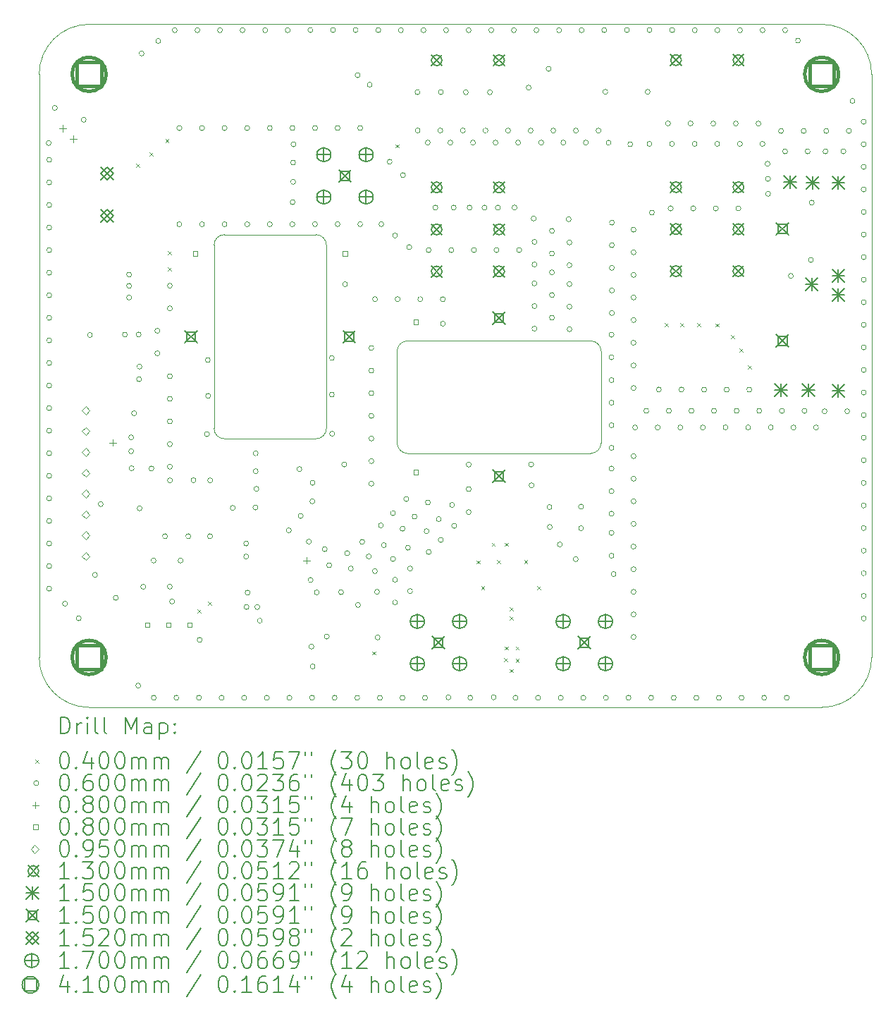
<source format=gbr>
%TF.GenerationSoftware,KiCad,Pcbnew,8.0.4-8.0.4-0~ubuntu22.04.1*%
%TF.CreationDate,2024-09-05T19:34:03+02:00*%
%TF.ProjectId,TXRX_relay_board,54585258-5f72-4656-9c61-795f626f6172,rev?*%
%TF.SameCoordinates,Original*%
%TF.FileFunction,Drillmap*%
%TF.FilePolarity,Positive*%
%FSLAX45Y45*%
G04 Gerber Fmt 4.5, Leading zero omitted, Abs format (unit mm)*
G04 Created by KiCad (PCBNEW 8.0.4-8.0.4-0~ubuntu22.04.1) date 2024-09-05 19:34:03*
%MOMM*%
%LPD*%
G01*
G04 APERTURE LIST*
%ADD10C,0.100000*%
%ADD11C,0.120000*%
%ADD12C,0.200000*%
%ADD13C,0.130000*%
%ADD14C,0.150000*%
%ADD15C,0.152000*%
%ADD16C,0.170000*%
%ADD17C,0.410000*%
G04 APERTURE END LIST*
D10*
X16500000Y-13400000D02*
G75*
G02*
X15900000Y-14000000I-600000J0D01*
G01*
X6500000Y-6400000D02*
X6500000Y-13400000D01*
X6500000Y-6400000D02*
G75*
G02*
X7100000Y-5800000I600000J0D01*
G01*
X15900000Y-5800000D02*
X7100000Y-5800000D01*
X15900000Y-5800000D02*
G75*
G02*
X16500000Y-6400000I0J-600000D01*
G01*
X16500000Y-13400000D02*
X16500000Y-6400000D01*
X7100000Y-14000000D02*
X15900000Y-14000000D01*
X7100000Y-14000000D02*
G75*
G02*
X6500000Y-13400000I0J600000D01*
G01*
D11*
X10800000Y-10825000D02*
X10800000Y-9725000D01*
X10925000Y-9600000D02*
X13125000Y-9600000D01*
X13125000Y-10950000D02*
X10925000Y-10950000D01*
X13250000Y-9725000D02*
X13250000Y-10825000D01*
X10800000Y-9725000D02*
G75*
G02*
X10925000Y-9600000I125000J0D01*
G01*
X10925000Y-10950000D02*
G75*
G02*
X10800000Y-10825000I0J125000D01*
G01*
X13125000Y-9600000D02*
G75*
G02*
X13250000Y-9725000I0J-125000D01*
G01*
X13250000Y-10825000D02*
G75*
G02*
X13125000Y-10950000I-125000J0D01*
G01*
X8725000Y-8325000D02*
X9825000Y-8325000D01*
X9950000Y-8450000D02*
X9950000Y-10650000D01*
X8600000Y-10650000D02*
X8600000Y-8450000D01*
X9825000Y-10775000D02*
X8725000Y-10775000D01*
X9825000Y-8325000D02*
G75*
G02*
X9950000Y-8450000I0J-125000D01*
G01*
X8600000Y-8450000D02*
G75*
G02*
X8725000Y-8325000I125000J0D01*
G01*
X9950000Y-10650000D02*
G75*
G02*
X9825000Y-10775000I-125000J0D01*
G01*
X8725000Y-10775000D02*
G75*
G02*
X8600000Y-10650000I0J125000D01*
G01*
D12*
D10*
X7665000Y-7475000D02*
X7705000Y-7515000D01*
X7705000Y-7475000D02*
X7665000Y-7515000D01*
X7825000Y-7335000D02*
X7865000Y-7375000D01*
X7865000Y-7335000D02*
X7825000Y-7375000D01*
X8015000Y-7180000D02*
X8055000Y-7220000D01*
X8055000Y-7180000D02*
X8015000Y-7220000D01*
X8045000Y-8525000D02*
X8085000Y-8565000D01*
X8085000Y-8525000D02*
X8045000Y-8565000D01*
X8045000Y-8720000D02*
X8085000Y-8760000D01*
X8085000Y-8720000D02*
X8045000Y-8760000D01*
X8402640Y-12827320D02*
X8442640Y-12867320D01*
X8442640Y-12827320D02*
X8402640Y-12867320D01*
X8529640Y-12733340D02*
X8569640Y-12773340D01*
X8569640Y-12733340D02*
X8529640Y-12773340D01*
X10502809Y-13329277D02*
X10542809Y-13369277D01*
X10542809Y-13329277D02*
X10502809Y-13369277D01*
X10780000Y-7240000D02*
X10820000Y-7280000D01*
X10820000Y-7240000D02*
X10780000Y-7280000D01*
X11755000Y-12235000D02*
X11795000Y-12275000D01*
X11795000Y-12235000D02*
X11755000Y-12275000D01*
X11809881Y-12545175D02*
X11849881Y-12585175D01*
X11849881Y-12545175D02*
X11809881Y-12585175D01*
X11935000Y-12025000D02*
X11975000Y-12065000D01*
X11975000Y-12025000D02*
X11935000Y-12065000D01*
X12000000Y-12230000D02*
X12040000Y-12270000D01*
X12040000Y-12230000D02*
X12000000Y-12270000D01*
X12085000Y-13410000D02*
X12125000Y-13450000D01*
X12125000Y-13410000D02*
X12085000Y-13450000D01*
X12090000Y-12025000D02*
X12130000Y-12065000D01*
X12130000Y-12025000D02*
X12090000Y-12065000D01*
X12090000Y-13270000D02*
X12130000Y-13310000D01*
X12130000Y-13270000D02*
X12090000Y-13310000D01*
X12150000Y-13540000D02*
X12190000Y-13580000D01*
X12190000Y-13540000D02*
X12150000Y-13580000D01*
X12155000Y-12800000D02*
X12195000Y-12840000D01*
X12195000Y-12800000D02*
X12155000Y-12840000D01*
X12155000Y-12910000D02*
X12195000Y-12950000D01*
X12195000Y-12910000D02*
X12155000Y-12950000D01*
X12225000Y-13270000D02*
X12265000Y-13310000D01*
X12265000Y-13270000D02*
X12225000Y-13310000D01*
X12225000Y-13415000D02*
X12265000Y-13455000D01*
X12265000Y-13415000D02*
X12225000Y-13455000D01*
X12325000Y-12230000D02*
X12365000Y-12270000D01*
X12365000Y-12230000D02*
X12325000Y-12270000D01*
X12485000Y-12545000D02*
X12525000Y-12585000D01*
X12525000Y-12545000D02*
X12485000Y-12585000D01*
X14015000Y-9385000D02*
X14055000Y-9425000D01*
X14055000Y-9385000D02*
X14015000Y-9425000D01*
X14200000Y-9385000D02*
X14240000Y-9425000D01*
X14240000Y-9385000D02*
X14200000Y-9425000D01*
X14405000Y-9385000D02*
X14445000Y-9425000D01*
X14445000Y-9385000D02*
X14405000Y-9425000D01*
X14625000Y-9390000D02*
X14665000Y-9430000D01*
X14665000Y-9390000D02*
X14625000Y-9430000D01*
X14810000Y-9530000D02*
X14850000Y-9570000D01*
X14850000Y-9530000D02*
X14810000Y-9570000D01*
X14915000Y-9690000D02*
X14955000Y-9730000D01*
X14955000Y-9690000D02*
X14915000Y-9730000D01*
X15015000Y-9895000D02*
X15055000Y-9935000D01*
X15055000Y-9895000D02*
X15015000Y-9935000D01*
X6645000Y-7225000D02*
G75*
G02*
X6585000Y-7225000I-30000J0D01*
G01*
X6585000Y-7225000D02*
G75*
G02*
X6645000Y-7225000I30000J0D01*
G01*
X6650000Y-7426000D02*
G75*
G02*
X6590000Y-7426000I-30000J0D01*
G01*
X6590000Y-7426000D02*
G75*
G02*
X6650000Y-7426000I30000J0D01*
G01*
X6650000Y-7697000D02*
G75*
G02*
X6590000Y-7697000I-30000J0D01*
G01*
X6590000Y-7697000D02*
G75*
G02*
X6650000Y-7697000I30000J0D01*
G01*
X6650000Y-7968000D02*
G75*
G02*
X6590000Y-7968000I-30000J0D01*
G01*
X6590000Y-7968000D02*
G75*
G02*
X6650000Y-7968000I30000J0D01*
G01*
X6650000Y-8239000D02*
G75*
G02*
X6590000Y-8239000I-30000J0D01*
G01*
X6590000Y-8239000D02*
G75*
G02*
X6650000Y-8239000I30000J0D01*
G01*
X6650000Y-8510000D02*
G75*
G02*
X6590000Y-8510000I-30000J0D01*
G01*
X6590000Y-8510000D02*
G75*
G02*
X6650000Y-8510000I30000J0D01*
G01*
X6650000Y-8781000D02*
G75*
G02*
X6590000Y-8781000I-30000J0D01*
G01*
X6590000Y-8781000D02*
G75*
G02*
X6650000Y-8781000I30000J0D01*
G01*
X6650000Y-9052000D02*
G75*
G02*
X6590000Y-9052000I-30000J0D01*
G01*
X6590000Y-9052000D02*
G75*
G02*
X6650000Y-9052000I30000J0D01*
G01*
X6650000Y-9323000D02*
G75*
G02*
X6590000Y-9323000I-30000J0D01*
G01*
X6590000Y-9323000D02*
G75*
G02*
X6650000Y-9323000I30000J0D01*
G01*
X6650000Y-9594000D02*
G75*
G02*
X6590000Y-9594000I-30000J0D01*
G01*
X6590000Y-9594000D02*
G75*
G02*
X6650000Y-9594000I30000J0D01*
G01*
X6650000Y-9865000D02*
G75*
G02*
X6590000Y-9865000I-30000J0D01*
G01*
X6590000Y-9865000D02*
G75*
G02*
X6650000Y-9865000I30000J0D01*
G01*
X6650000Y-10136000D02*
G75*
G02*
X6590000Y-10136000I-30000J0D01*
G01*
X6590000Y-10136000D02*
G75*
G02*
X6650000Y-10136000I30000J0D01*
G01*
X6650000Y-10407000D02*
G75*
G02*
X6590000Y-10407000I-30000J0D01*
G01*
X6590000Y-10407000D02*
G75*
G02*
X6650000Y-10407000I30000J0D01*
G01*
X6650000Y-10678000D02*
G75*
G02*
X6590000Y-10678000I-30000J0D01*
G01*
X6590000Y-10678000D02*
G75*
G02*
X6650000Y-10678000I30000J0D01*
G01*
X6650000Y-10949000D02*
G75*
G02*
X6590000Y-10949000I-30000J0D01*
G01*
X6590000Y-10949000D02*
G75*
G02*
X6650000Y-10949000I30000J0D01*
G01*
X6650000Y-11220000D02*
G75*
G02*
X6590000Y-11220000I-30000J0D01*
G01*
X6590000Y-11220000D02*
G75*
G02*
X6650000Y-11220000I30000J0D01*
G01*
X6650000Y-11491000D02*
G75*
G02*
X6590000Y-11491000I-30000J0D01*
G01*
X6590000Y-11491000D02*
G75*
G02*
X6650000Y-11491000I30000J0D01*
G01*
X6650000Y-11762000D02*
G75*
G02*
X6590000Y-11762000I-30000J0D01*
G01*
X6590000Y-11762000D02*
G75*
G02*
X6650000Y-11762000I30000J0D01*
G01*
X6650000Y-12033000D02*
G75*
G02*
X6590000Y-12033000I-30000J0D01*
G01*
X6590000Y-12033000D02*
G75*
G02*
X6650000Y-12033000I30000J0D01*
G01*
X6650000Y-12304000D02*
G75*
G02*
X6590000Y-12304000I-30000J0D01*
G01*
X6590000Y-12304000D02*
G75*
G02*
X6650000Y-12304000I30000J0D01*
G01*
X6650000Y-12575000D02*
G75*
G02*
X6590000Y-12575000I-30000J0D01*
G01*
X6590000Y-12575000D02*
G75*
G02*
X6650000Y-12575000I30000J0D01*
G01*
X6717187Y-6803375D02*
G75*
G02*
X6657187Y-6803375I-30000J0D01*
G01*
X6657187Y-6803375D02*
G75*
G02*
X6717187Y-6803375I30000J0D01*
G01*
X6840000Y-12755000D02*
G75*
G02*
X6780000Y-12755000I-30000J0D01*
G01*
X6780000Y-12755000D02*
G75*
G02*
X6840000Y-12755000I30000J0D01*
G01*
X7005000Y-12930000D02*
G75*
G02*
X6945000Y-12930000I-30000J0D01*
G01*
X6945000Y-12930000D02*
G75*
G02*
X7005000Y-12930000I30000J0D01*
G01*
X7065000Y-6945000D02*
G75*
G02*
X7005000Y-6945000I-30000J0D01*
G01*
X7005000Y-6945000D02*
G75*
G02*
X7065000Y-6945000I30000J0D01*
G01*
X7140000Y-9530000D02*
G75*
G02*
X7080000Y-9530000I-30000J0D01*
G01*
X7080000Y-9530000D02*
G75*
G02*
X7140000Y-9530000I30000J0D01*
G01*
X7200000Y-12410000D02*
G75*
G02*
X7140000Y-12410000I-30000J0D01*
G01*
X7140000Y-12410000D02*
G75*
G02*
X7200000Y-12410000I30000J0D01*
G01*
X7269000Y-11559540D02*
G75*
G02*
X7209000Y-11559540I-30000J0D01*
G01*
X7209000Y-11559540D02*
G75*
G02*
X7269000Y-11559540I30000J0D01*
G01*
X7450000Y-12685000D02*
G75*
G02*
X7390000Y-12685000I-30000J0D01*
G01*
X7390000Y-12685000D02*
G75*
G02*
X7450000Y-12685000I30000J0D01*
G01*
X7560000Y-9525000D02*
G75*
G02*
X7500000Y-9525000I-30000J0D01*
G01*
X7500000Y-9525000D02*
G75*
G02*
X7560000Y-9525000I30000J0D01*
G01*
X7610000Y-8805000D02*
G75*
G02*
X7550000Y-8805000I-30000J0D01*
G01*
X7550000Y-8805000D02*
G75*
G02*
X7610000Y-8805000I30000J0D01*
G01*
X7610000Y-8940000D02*
G75*
G02*
X7550000Y-8940000I-30000J0D01*
G01*
X7550000Y-8940000D02*
G75*
G02*
X7610000Y-8940000I30000J0D01*
G01*
X7610000Y-9080000D02*
G75*
G02*
X7550000Y-9080000I-30000J0D01*
G01*
X7550000Y-9080000D02*
G75*
G02*
X7610000Y-9080000I30000J0D01*
G01*
X7635000Y-10760000D02*
G75*
G02*
X7575000Y-10760000I-30000J0D01*
G01*
X7575000Y-10760000D02*
G75*
G02*
X7635000Y-10760000I30000J0D01*
G01*
X7635000Y-10925000D02*
G75*
G02*
X7575000Y-10925000I-30000J0D01*
G01*
X7575000Y-10925000D02*
G75*
G02*
X7635000Y-10925000I30000J0D01*
G01*
X7640000Y-11130000D02*
G75*
G02*
X7580000Y-11130000I-30000J0D01*
G01*
X7580000Y-11130000D02*
G75*
G02*
X7640000Y-11130000I30000J0D01*
G01*
X7670000Y-10470000D02*
G75*
G02*
X7610000Y-10470000I-30000J0D01*
G01*
X7610000Y-10470000D02*
G75*
G02*
X7670000Y-10470000I30000J0D01*
G01*
X7720000Y-13740000D02*
G75*
G02*
X7660000Y-13740000I-30000J0D01*
G01*
X7660000Y-13740000D02*
G75*
G02*
X7720000Y-13740000I30000J0D01*
G01*
X7725000Y-9525000D02*
G75*
G02*
X7665000Y-9525000I-30000J0D01*
G01*
X7665000Y-9525000D02*
G75*
G02*
X7725000Y-9525000I30000J0D01*
G01*
X7730000Y-10060000D02*
G75*
G02*
X7670000Y-10060000I-30000J0D01*
G01*
X7670000Y-10060000D02*
G75*
G02*
X7730000Y-10060000I30000J0D01*
G01*
X7735000Y-9910000D02*
G75*
G02*
X7675000Y-9910000I-30000J0D01*
G01*
X7675000Y-9910000D02*
G75*
G02*
X7735000Y-9910000I30000J0D01*
G01*
X7736360Y-11610340D02*
G75*
G02*
X7676360Y-11610340I-30000J0D01*
G01*
X7676360Y-11610340D02*
G75*
G02*
X7736360Y-11610340I30000J0D01*
G01*
X7760000Y-6150000D02*
G75*
G02*
X7700000Y-6150000I-30000J0D01*
G01*
X7700000Y-6150000D02*
G75*
G02*
X7760000Y-6150000I30000J0D01*
G01*
X7779540Y-12552680D02*
G75*
G02*
X7719540Y-12552680I-30000J0D01*
G01*
X7719540Y-12552680D02*
G75*
G02*
X7779540Y-12552680I30000J0D01*
G01*
X7878600Y-11132820D02*
G75*
G02*
X7818600Y-11132820I-30000J0D01*
G01*
X7818600Y-11132820D02*
G75*
G02*
X7878600Y-11132820I30000J0D01*
G01*
X7904000Y-12237720D02*
G75*
G02*
X7844000Y-12237720I-30000J0D01*
G01*
X7844000Y-12237720D02*
G75*
G02*
X7904000Y-12237720I30000J0D01*
G01*
X7906668Y-13885000D02*
G75*
G02*
X7846668Y-13885000I-30000J0D01*
G01*
X7846668Y-13885000D02*
G75*
G02*
X7906668Y-13885000I30000J0D01*
G01*
X7950000Y-9478431D02*
G75*
G02*
X7890000Y-9478431I-30000J0D01*
G01*
X7890000Y-9478431D02*
G75*
G02*
X7950000Y-9478431I30000J0D01*
G01*
X7950000Y-9750000D02*
G75*
G02*
X7890000Y-9750000I-30000J0D01*
G01*
X7890000Y-9750000D02*
G75*
G02*
X7950000Y-9750000I30000J0D01*
G01*
X7960000Y-6000000D02*
G75*
G02*
X7900000Y-6000000I-30000J0D01*
G01*
X7900000Y-6000000D02*
G75*
G02*
X7960000Y-6000000I30000J0D01*
G01*
X8041160Y-11945620D02*
G75*
G02*
X7981160Y-11945620I-30000J0D01*
G01*
X7981160Y-11945620D02*
G75*
G02*
X8041160Y-11945620I30000J0D01*
G01*
X8099580Y-12550140D02*
G75*
G02*
X8039580Y-12550140I-30000J0D01*
G01*
X8039580Y-12550140D02*
G75*
G02*
X8099580Y-12550140I30000J0D01*
G01*
X8100000Y-8938431D02*
G75*
G02*
X8040000Y-8938431I-30000J0D01*
G01*
X8040000Y-8938431D02*
G75*
G02*
X8100000Y-8938431I30000J0D01*
G01*
X8100000Y-9210000D02*
G75*
G02*
X8040000Y-9210000I-30000J0D01*
G01*
X8040000Y-9210000D02*
G75*
G02*
X8100000Y-9210000I30000J0D01*
G01*
X8100000Y-10024706D02*
G75*
G02*
X8040000Y-10024706I-30000J0D01*
G01*
X8040000Y-10024706D02*
G75*
G02*
X8100000Y-10024706I30000J0D01*
G01*
X8100000Y-10296274D02*
G75*
G02*
X8040000Y-10296274I-30000J0D01*
G01*
X8040000Y-10296274D02*
G75*
G02*
X8100000Y-10296274I30000J0D01*
G01*
X8100000Y-10567843D02*
G75*
G02*
X8040000Y-10567843I-30000J0D01*
G01*
X8040000Y-10567843D02*
G75*
G02*
X8100000Y-10567843I30000J0D01*
G01*
X8100000Y-10839412D02*
G75*
G02*
X8040000Y-10839412I-30000J0D01*
G01*
X8040000Y-10839412D02*
G75*
G02*
X8100000Y-10839412I30000J0D01*
G01*
X8100000Y-11110980D02*
G75*
G02*
X8040000Y-11110980I-30000J0D01*
G01*
X8040000Y-11110980D02*
G75*
G02*
X8100000Y-11110980I30000J0D01*
G01*
X8102120Y-11275060D02*
G75*
G02*
X8042120Y-11275060I-30000J0D01*
G01*
X8042120Y-11275060D02*
G75*
G02*
X8102120Y-11275060I30000J0D01*
G01*
X8126852Y-12728846D02*
G75*
G02*
X8066852Y-12728846I-30000J0D01*
G01*
X8066852Y-12728846D02*
G75*
G02*
X8126852Y-12728846I30000J0D01*
G01*
X8158823Y-5870000D02*
G75*
G02*
X8098823Y-5870000I-30000J0D01*
G01*
X8098823Y-5870000D02*
G75*
G02*
X8158823Y-5870000I30000J0D01*
G01*
X8178236Y-13885000D02*
G75*
G02*
X8118236Y-13885000I-30000J0D01*
G01*
X8118236Y-13885000D02*
G75*
G02*
X8178236Y-13885000I30000J0D01*
G01*
X8214020Y-7045000D02*
G75*
G02*
X8154020Y-7045000I-30000J0D01*
G01*
X8154020Y-7045000D02*
G75*
G02*
X8214020Y-7045000I30000J0D01*
G01*
X8214020Y-8200000D02*
G75*
G02*
X8154020Y-8200000I-30000J0D01*
G01*
X8154020Y-8200000D02*
G75*
G02*
X8214020Y-8200000I30000J0D01*
G01*
X8229120Y-12237720D02*
G75*
G02*
X8169120Y-12237720I-30000J0D01*
G01*
X8169120Y-12237720D02*
G75*
G02*
X8229120Y-12237720I30000J0D01*
G01*
X8320560Y-11945620D02*
G75*
G02*
X8260560Y-11945620I-30000J0D01*
G01*
X8260560Y-11945620D02*
G75*
G02*
X8320560Y-11945620I30000J0D01*
G01*
X8384060Y-11272520D02*
G75*
G02*
X8324060Y-11272520I-30000J0D01*
G01*
X8324060Y-11272520D02*
G75*
G02*
X8384060Y-11272520I30000J0D01*
G01*
X8430392Y-5870000D02*
G75*
G02*
X8370392Y-5870000I-30000J0D01*
G01*
X8370392Y-5870000D02*
G75*
G02*
X8430392Y-5870000I30000J0D01*
G01*
X8449805Y-13885000D02*
G75*
G02*
X8389805Y-13885000I-30000J0D01*
G01*
X8389805Y-13885000D02*
G75*
G02*
X8449805Y-13885000I30000J0D01*
G01*
X8458000Y-13191000D02*
G75*
G02*
X8398000Y-13191000I-30000J0D01*
G01*
X8398000Y-13191000D02*
G75*
G02*
X8458000Y-13191000I30000J0D01*
G01*
X8485588Y-7045000D02*
G75*
G02*
X8425588Y-7045000I-30000J0D01*
G01*
X8425588Y-7045000D02*
G75*
G02*
X8485588Y-7045000I30000J0D01*
G01*
X8485588Y-8200000D02*
G75*
G02*
X8425588Y-8200000I-30000J0D01*
G01*
X8425588Y-8200000D02*
G75*
G02*
X8485588Y-8200000I30000J0D01*
G01*
X8545000Y-10720000D02*
G75*
G02*
X8485000Y-10720000I-30000J0D01*
G01*
X8485000Y-10720000D02*
G75*
G02*
X8545000Y-10720000I30000J0D01*
G01*
X8555000Y-9830000D02*
G75*
G02*
X8495000Y-9830000I-30000J0D01*
G01*
X8495000Y-9830000D02*
G75*
G02*
X8555000Y-9830000I30000J0D01*
G01*
X8560000Y-10260000D02*
G75*
G02*
X8500000Y-10260000I-30000J0D01*
G01*
X8500000Y-10260000D02*
G75*
G02*
X8560000Y-10260000I30000J0D01*
G01*
X8582180Y-11945620D02*
G75*
G02*
X8522180Y-11945620I-30000J0D01*
G01*
X8522180Y-11945620D02*
G75*
G02*
X8582180Y-11945620I30000J0D01*
G01*
X8584720Y-11275060D02*
G75*
G02*
X8524720Y-11275060I-30000J0D01*
G01*
X8524720Y-11275060D02*
G75*
G02*
X8584720Y-11275060I30000J0D01*
G01*
X8701960Y-5870000D02*
G75*
G02*
X8641960Y-5870000I-30000J0D01*
G01*
X8641960Y-5870000D02*
G75*
G02*
X8701960Y-5870000I30000J0D01*
G01*
X8721373Y-13885000D02*
G75*
G02*
X8661373Y-13885000I-30000J0D01*
G01*
X8661373Y-13885000D02*
G75*
G02*
X8721373Y-13885000I30000J0D01*
G01*
X8757157Y-7045000D02*
G75*
G02*
X8697157Y-7045000I-30000J0D01*
G01*
X8697157Y-7045000D02*
G75*
G02*
X8757157Y-7045000I30000J0D01*
G01*
X8757157Y-8200000D02*
G75*
G02*
X8697157Y-8200000I-30000J0D01*
G01*
X8697157Y-8200000D02*
G75*
G02*
X8757157Y-8200000I30000J0D01*
G01*
X8856500Y-11605260D02*
G75*
G02*
X8796500Y-11605260I-30000J0D01*
G01*
X8796500Y-11605260D02*
G75*
G02*
X8856500Y-11605260I30000J0D01*
G01*
X8973529Y-5870000D02*
G75*
G02*
X8913529Y-5870000I-30000J0D01*
G01*
X8913529Y-5870000D02*
G75*
G02*
X8973529Y-5870000I30000J0D01*
G01*
X8992942Y-13885000D02*
G75*
G02*
X8932942Y-13885000I-30000J0D01*
G01*
X8932942Y-13885000D02*
G75*
G02*
X8992942Y-13885000I30000J0D01*
G01*
X9016520Y-12031980D02*
G75*
G02*
X8956520Y-12031980I-30000J0D01*
G01*
X8956520Y-12031980D02*
G75*
G02*
X9016520Y-12031980I30000J0D01*
G01*
X9016520Y-12190000D02*
G75*
G02*
X8956520Y-12190000I-30000J0D01*
G01*
X8956520Y-12190000D02*
G75*
G02*
X9016520Y-12190000I30000J0D01*
G01*
X9020000Y-12795000D02*
G75*
G02*
X8960000Y-12795000I-30000J0D01*
G01*
X8960000Y-12795000D02*
G75*
G02*
X9020000Y-12795000I30000J0D01*
G01*
X9028726Y-7045000D02*
G75*
G02*
X8968726Y-7045000I-30000J0D01*
G01*
X8968726Y-7045000D02*
G75*
G02*
X9028726Y-7045000I30000J0D01*
G01*
X9028726Y-8200000D02*
G75*
G02*
X8968726Y-8200000I-30000J0D01*
G01*
X8968726Y-8200000D02*
G75*
G02*
X9028726Y-8200000I30000J0D01*
G01*
X9033884Y-12622788D02*
G75*
G02*
X8973884Y-12622788I-30000J0D01*
G01*
X8973884Y-12622788D02*
G75*
G02*
X9033884Y-12622788I30000J0D01*
G01*
X9128280Y-11600180D02*
G75*
G02*
X9068280Y-11600180I-30000J0D01*
G01*
X9068280Y-11600180D02*
G75*
G02*
X9128280Y-11600180I30000J0D01*
G01*
X9130000Y-10950000D02*
G75*
G02*
X9070000Y-10950000I-30000J0D01*
G01*
X9070000Y-10950000D02*
G75*
G02*
X9130000Y-10950000I30000J0D01*
G01*
X9130000Y-11165000D02*
G75*
G02*
X9070000Y-11165000I-30000J0D01*
G01*
X9070000Y-11165000D02*
G75*
G02*
X9130000Y-11165000I30000J0D01*
G01*
X9138440Y-11376660D02*
G75*
G02*
X9078440Y-11376660I-30000J0D01*
G01*
X9078440Y-11376660D02*
G75*
G02*
X9138440Y-11376660I30000J0D01*
G01*
X9150000Y-12795000D02*
G75*
G02*
X9090000Y-12795000I-30000J0D01*
G01*
X9090000Y-12795000D02*
G75*
G02*
X9150000Y-12795000I30000J0D01*
G01*
X9180000Y-12960000D02*
G75*
G02*
X9120000Y-12960000I-30000J0D01*
G01*
X9120000Y-12960000D02*
G75*
G02*
X9180000Y-12960000I30000J0D01*
G01*
X9245098Y-5870000D02*
G75*
G02*
X9185098Y-5870000I-30000J0D01*
G01*
X9185098Y-5870000D02*
G75*
G02*
X9245098Y-5870000I30000J0D01*
G01*
X9264511Y-13885000D02*
G75*
G02*
X9204511Y-13885000I-30000J0D01*
G01*
X9204511Y-13885000D02*
G75*
G02*
X9264511Y-13885000I30000J0D01*
G01*
X9300294Y-7045000D02*
G75*
G02*
X9240294Y-7045000I-30000J0D01*
G01*
X9240294Y-7045000D02*
G75*
G02*
X9300294Y-7045000I30000J0D01*
G01*
X9300294Y-8200000D02*
G75*
G02*
X9240294Y-8200000I-30000J0D01*
G01*
X9240294Y-8200000D02*
G75*
G02*
X9300294Y-8200000I30000J0D01*
G01*
X9516666Y-5870000D02*
G75*
G02*
X9456666Y-5870000I-30000J0D01*
G01*
X9456666Y-5870000D02*
G75*
G02*
X9516666Y-5870000I30000J0D01*
G01*
X9529600Y-11874500D02*
G75*
G02*
X9469600Y-11874500I-30000J0D01*
G01*
X9469600Y-11874500D02*
G75*
G02*
X9529600Y-11874500I30000J0D01*
G01*
X9536079Y-13885000D02*
G75*
G02*
X9476079Y-13885000I-30000J0D01*
G01*
X9476079Y-13885000D02*
G75*
G02*
X9536079Y-13885000I30000J0D01*
G01*
X9571863Y-7045000D02*
G75*
G02*
X9511863Y-7045000I-30000J0D01*
G01*
X9511863Y-7045000D02*
G75*
G02*
X9571863Y-7045000I30000J0D01*
G01*
X9571863Y-8200000D02*
G75*
G02*
X9511863Y-8200000I-30000J0D01*
G01*
X9511863Y-8200000D02*
G75*
G02*
X9571863Y-8200000I30000J0D01*
G01*
X9575000Y-7935000D02*
G75*
G02*
X9515000Y-7935000I-30000J0D01*
G01*
X9515000Y-7935000D02*
G75*
G02*
X9575000Y-7935000I30000J0D01*
G01*
X9580000Y-7460000D02*
G75*
G02*
X9520000Y-7460000I-30000J0D01*
G01*
X9520000Y-7460000D02*
G75*
G02*
X9580000Y-7460000I30000J0D01*
G01*
X9580000Y-7690000D02*
G75*
G02*
X9520000Y-7690000I-30000J0D01*
G01*
X9520000Y-7690000D02*
G75*
G02*
X9580000Y-7690000I30000J0D01*
G01*
X9585000Y-7240000D02*
G75*
G02*
X9525000Y-7240000I-30000J0D01*
G01*
X9525000Y-7240000D02*
G75*
G02*
X9585000Y-7240000I30000J0D01*
G01*
X9655000Y-11140000D02*
G75*
G02*
X9595000Y-11140000I-30000J0D01*
G01*
X9595000Y-11140000D02*
G75*
G02*
X9655000Y-11140000I30000J0D01*
G01*
X9671840Y-11701780D02*
G75*
G02*
X9611840Y-11701780I-30000J0D01*
G01*
X9611840Y-11701780D02*
G75*
G02*
X9671840Y-11701780I30000J0D01*
G01*
X9770000Y-12010000D02*
G75*
G02*
X9710000Y-12010000I-30000J0D01*
G01*
X9710000Y-12010000D02*
G75*
G02*
X9770000Y-12010000I30000J0D01*
G01*
X9788235Y-5870000D02*
G75*
G02*
X9728235Y-5870000I-30000J0D01*
G01*
X9728235Y-5870000D02*
G75*
G02*
X9788235Y-5870000I30000J0D01*
G01*
X9790000Y-12470000D02*
G75*
G02*
X9730000Y-12470000I-30000J0D01*
G01*
X9730000Y-12470000D02*
G75*
G02*
X9790000Y-12470000I30000J0D01*
G01*
X9800000Y-13270000D02*
G75*
G02*
X9740000Y-13270000I-30000J0D01*
G01*
X9740000Y-13270000D02*
G75*
G02*
X9800000Y-13270000I30000J0D01*
G01*
X9807648Y-13885000D02*
G75*
G02*
X9747648Y-13885000I-30000J0D01*
G01*
X9747648Y-13885000D02*
G75*
G02*
X9807648Y-13885000I30000J0D01*
G01*
X9811540Y-11526520D02*
G75*
G02*
X9751540Y-11526520I-30000J0D01*
G01*
X9751540Y-11526520D02*
G75*
G02*
X9811540Y-11526520I30000J0D01*
G01*
X9814080Y-11305540D02*
G75*
G02*
X9754080Y-11305540I-30000J0D01*
G01*
X9754080Y-11305540D02*
G75*
G02*
X9814080Y-11305540I30000J0D01*
G01*
X9815000Y-13510000D02*
G75*
G02*
X9755000Y-13510000I-30000J0D01*
G01*
X9755000Y-13510000D02*
G75*
G02*
X9815000Y-13510000I30000J0D01*
G01*
X9843431Y-7045000D02*
G75*
G02*
X9783431Y-7045000I-30000J0D01*
G01*
X9783431Y-7045000D02*
G75*
G02*
X9843431Y-7045000I30000J0D01*
G01*
X9843431Y-8200000D02*
G75*
G02*
X9783431Y-8200000I-30000J0D01*
G01*
X9783431Y-8200000D02*
G75*
G02*
X9843431Y-8200000I30000J0D01*
G01*
X9864000Y-12620000D02*
G75*
G02*
X9804000Y-12620000I-30000J0D01*
G01*
X9804000Y-12620000D02*
G75*
G02*
X9864000Y-12620000I30000J0D01*
G01*
X9960000Y-12100000D02*
G75*
G02*
X9900000Y-12100000I-30000J0D01*
G01*
X9900000Y-12100000D02*
G75*
G02*
X9960000Y-12100000I30000J0D01*
G01*
X9985000Y-13150000D02*
G75*
G02*
X9925000Y-13150000I-30000J0D01*
G01*
X9925000Y-13150000D02*
G75*
G02*
X9985000Y-13150000I30000J0D01*
G01*
X10013000Y-12294000D02*
G75*
G02*
X9953000Y-12294000I-30000J0D01*
G01*
X9953000Y-12294000D02*
G75*
G02*
X10013000Y-12294000I30000J0D01*
G01*
X10045000Y-9805000D02*
G75*
G02*
X9985000Y-9805000I-30000J0D01*
G01*
X9985000Y-9805000D02*
G75*
G02*
X10045000Y-9805000I30000J0D01*
G01*
X10045000Y-10245000D02*
G75*
G02*
X9985000Y-10245000I-30000J0D01*
G01*
X9985000Y-10245000D02*
G75*
G02*
X10045000Y-10245000I30000J0D01*
G01*
X10050000Y-10715000D02*
G75*
G02*
X9990000Y-10715000I-30000J0D01*
G01*
X9990000Y-10715000D02*
G75*
G02*
X10050000Y-10715000I30000J0D01*
G01*
X10059803Y-5870000D02*
G75*
G02*
X9999803Y-5870000I-30000J0D01*
G01*
X9999803Y-5870000D02*
G75*
G02*
X10059803Y-5870000I30000J0D01*
G01*
X10079216Y-13885000D02*
G75*
G02*
X10019216Y-13885000I-30000J0D01*
G01*
X10019216Y-13885000D02*
G75*
G02*
X10079216Y-13885000I30000J0D01*
G01*
X10115000Y-7045000D02*
G75*
G02*
X10055000Y-7045000I-30000J0D01*
G01*
X10055000Y-7045000D02*
G75*
G02*
X10115000Y-7045000I30000J0D01*
G01*
X10115000Y-8200000D02*
G75*
G02*
X10055000Y-8200000I-30000J0D01*
G01*
X10055000Y-8200000D02*
G75*
G02*
X10115000Y-8200000I30000J0D01*
G01*
X10156000Y-12617000D02*
G75*
G02*
X10096000Y-12617000I-30000J0D01*
G01*
X10096000Y-12617000D02*
G75*
G02*
X10156000Y-12617000I30000J0D01*
G01*
X10195000Y-11085000D02*
G75*
G02*
X10135000Y-11085000I-30000J0D01*
G01*
X10135000Y-11085000D02*
G75*
G02*
X10195000Y-11085000I30000J0D01*
G01*
X10205000Y-8920000D02*
G75*
G02*
X10145000Y-8920000I-30000J0D01*
G01*
X10145000Y-8920000D02*
G75*
G02*
X10205000Y-8920000I30000J0D01*
G01*
X10230000Y-12148431D02*
G75*
G02*
X10170000Y-12148431I-30000J0D01*
G01*
X10170000Y-12148431D02*
G75*
G02*
X10230000Y-12148431I30000J0D01*
G01*
X10273000Y-12334000D02*
G75*
G02*
X10213000Y-12334000I-30000J0D01*
G01*
X10213000Y-12334000D02*
G75*
G02*
X10273000Y-12334000I30000J0D01*
G01*
X10331372Y-5870000D02*
G75*
G02*
X10271372Y-5870000I-30000J0D01*
G01*
X10271372Y-5870000D02*
G75*
G02*
X10331372Y-5870000I30000J0D01*
G01*
X10350785Y-13885000D02*
G75*
G02*
X10290785Y-13885000I-30000J0D01*
G01*
X10290785Y-13885000D02*
G75*
G02*
X10350785Y-13885000I30000J0D01*
G01*
X10355000Y-6410000D02*
G75*
G02*
X10295000Y-6410000I-30000J0D01*
G01*
X10295000Y-6410000D02*
G75*
G02*
X10355000Y-6410000I30000J0D01*
G01*
X10360000Y-12770000D02*
G75*
G02*
X10300000Y-12770000I-30000J0D01*
G01*
X10300000Y-12770000D02*
G75*
G02*
X10360000Y-12770000I30000J0D01*
G01*
X10386569Y-7045000D02*
G75*
G02*
X10326569Y-7045000I-30000J0D01*
G01*
X10326569Y-7045000D02*
G75*
G02*
X10386569Y-7045000I30000J0D01*
G01*
X10386569Y-8200000D02*
G75*
G02*
X10326569Y-8200000I-30000J0D01*
G01*
X10326569Y-8200000D02*
G75*
G02*
X10386569Y-8200000I30000J0D01*
G01*
X10410000Y-12013431D02*
G75*
G02*
X10350000Y-12013431I-30000J0D01*
G01*
X10350000Y-12013431D02*
G75*
G02*
X10410000Y-12013431I30000J0D01*
G01*
X10490000Y-12188431D02*
G75*
G02*
X10430000Y-12188431I-30000J0D01*
G01*
X10430000Y-12188431D02*
G75*
G02*
X10490000Y-12188431I30000J0D01*
G01*
X10500000Y-6525000D02*
G75*
G02*
X10440000Y-6525000I-30000J0D01*
G01*
X10440000Y-6525000D02*
G75*
G02*
X10500000Y-6525000I30000J0D01*
G01*
X10520000Y-9685588D02*
G75*
G02*
X10460000Y-9685588I-30000J0D01*
G01*
X10460000Y-9685588D02*
G75*
G02*
X10520000Y-9685588I30000J0D01*
G01*
X10520000Y-9957157D02*
G75*
G02*
X10460000Y-9957157I-30000J0D01*
G01*
X10460000Y-9957157D02*
G75*
G02*
X10520000Y-9957157I30000J0D01*
G01*
X10520000Y-10228726D02*
G75*
G02*
X10460000Y-10228726I-30000J0D01*
G01*
X10460000Y-10228726D02*
G75*
G02*
X10520000Y-10228726I30000J0D01*
G01*
X10520000Y-10500294D02*
G75*
G02*
X10460000Y-10500294I-30000J0D01*
G01*
X10460000Y-10500294D02*
G75*
G02*
X10520000Y-10500294I30000J0D01*
G01*
X10520000Y-10771863D02*
G75*
G02*
X10460000Y-10771863I-30000J0D01*
G01*
X10460000Y-10771863D02*
G75*
G02*
X10520000Y-10771863I30000J0D01*
G01*
X10520000Y-11043431D02*
G75*
G02*
X10460000Y-11043431I-30000J0D01*
G01*
X10460000Y-11043431D02*
G75*
G02*
X10520000Y-11043431I30000J0D01*
G01*
X10520000Y-11315000D02*
G75*
G02*
X10460000Y-11315000I-30000J0D01*
G01*
X10460000Y-11315000D02*
G75*
G02*
X10520000Y-11315000I30000J0D01*
G01*
X10563000Y-12364000D02*
G75*
G02*
X10503000Y-12364000I-30000J0D01*
G01*
X10503000Y-12364000D02*
G75*
G02*
X10563000Y-12364000I30000J0D01*
G01*
X10565000Y-9100000D02*
G75*
G02*
X10505000Y-9100000I-30000J0D01*
G01*
X10505000Y-9100000D02*
G75*
G02*
X10565000Y-9100000I30000J0D01*
G01*
X10588000Y-12614000D02*
G75*
G02*
X10528000Y-12614000I-30000J0D01*
G01*
X10528000Y-12614000D02*
G75*
G02*
X10588000Y-12614000I30000J0D01*
G01*
X10595000Y-13160000D02*
G75*
G02*
X10535000Y-13160000I-30000J0D01*
G01*
X10535000Y-13160000D02*
G75*
G02*
X10595000Y-13160000I30000J0D01*
G01*
X10602941Y-5870000D02*
G75*
G02*
X10542941Y-5870000I-30000J0D01*
G01*
X10542941Y-5870000D02*
G75*
G02*
X10602941Y-5870000I30000J0D01*
G01*
X10622354Y-13885000D02*
G75*
G02*
X10562354Y-13885000I-30000J0D01*
G01*
X10562354Y-13885000D02*
G75*
G02*
X10622354Y-13885000I30000J0D01*
G01*
X10635000Y-11815000D02*
G75*
G02*
X10575000Y-11815000I-30000J0D01*
G01*
X10575000Y-11815000D02*
G75*
G02*
X10635000Y-11815000I30000J0D01*
G01*
X10640000Y-8200000D02*
G75*
G02*
X10580000Y-8200000I-30000J0D01*
G01*
X10580000Y-8200000D02*
G75*
G02*
X10640000Y-8200000I30000J0D01*
G01*
X10670000Y-12053431D02*
G75*
G02*
X10610000Y-12053431I-30000J0D01*
G01*
X10610000Y-12053431D02*
G75*
G02*
X10670000Y-12053431I30000J0D01*
G01*
X10740000Y-7450000D02*
G75*
G02*
X10680000Y-7450000I-30000J0D01*
G01*
X10680000Y-7450000D02*
G75*
G02*
X10740000Y-7450000I30000J0D01*
G01*
X10780000Y-11670000D02*
G75*
G02*
X10720000Y-11670000I-30000J0D01*
G01*
X10720000Y-11670000D02*
G75*
G02*
X10780000Y-11670000I30000J0D01*
G01*
X10780000Y-12218431D02*
G75*
G02*
X10720000Y-12218431I-30000J0D01*
G01*
X10720000Y-12218431D02*
G75*
G02*
X10780000Y-12218431I30000J0D01*
G01*
X10805000Y-8335000D02*
G75*
G02*
X10745000Y-8335000I-30000J0D01*
G01*
X10745000Y-8335000D02*
G75*
G02*
X10805000Y-8335000I30000J0D01*
G01*
X10805000Y-12468431D02*
G75*
G02*
X10745000Y-12468431I-30000J0D01*
G01*
X10745000Y-12468431D02*
G75*
G02*
X10805000Y-12468431I30000J0D01*
G01*
X10805000Y-12740000D02*
G75*
G02*
X10745000Y-12740000I-30000J0D01*
G01*
X10745000Y-12740000D02*
G75*
G02*
X10805000Y-12740000I30000J0D01*
G01*
X10836569Y-9100000D02*
G75*
G02*
X10776569Y-9100000I-30000J0D01*
G01*
X10776569Y-9100000D02*
G75*
G02*
X10836569Y-9100000I30000J0D01*
G01*
X10874509Y-5870000D02*
G75*
G02*
X10814509Y-5870000I-30000J0D01*
G01*
X10814509Y-5870000D02*
G75*
G02*
X10874509Y-5870000I30000J0D01*
G01*
X10893922Y-13885000D02*
G75*
G02*
X10833922Y-13885000I-30000J0D01*
G01*
X10833922Y-13885000D02*
G75*
G02*
X10893922Y-13885000I30000J0D01*
G01*
X10895000Y-11855000D02*
G75*
G02*
X10835000Y-11855000I-30000J0D01*
G01*
X10835000Y-11855000D02*
G75*
G02*
X10895000Y-11855000I30000J0D01*
G01*
X10900000Y-7610000D02*
G75*
G02*
X10840000Y-7610000I-30000J0D01*
G01*
X10840000Y-7610000D02*
G75*
G02*
X10900000Y-7610000I30000J0D01*
G01*
X10940000Y-11500000D02*
G75*
G02*
X10880000Y-11500000I-30000J0D01*
G01*
X10880000Y-11500000D02*
G75*
G02*
X10940000Y-11500000I30000J0D01*
G01*
X10960000Y-12083431D02*
G75*
G02*
X10900000Y-12083431I-30000J0D01*
G01*
X10900000Y-12083431D02*
G75*
G02*
X10960000Y-12083431I30000J0D01*
G01*
X10975000Y-8475000D02*
G75*
G02*
X10915000Y-8475000I-30000J0D01*
G01*
X10915000Y-8475000D02*
G75*
G02*
X10975000Y-8475000I30000J0D01*
G01*
X10985000Y-12333431D02*
G75*
G02*
X10925000Y-12333431I-30000J0D01*
G01*
X10925000Y-12333431D02*
G75*
G02*
X10985000Y-12333431I30000J0D01*
G01*
X10985000Y-12605000D02*
G75*
G02*
X10925000Y-12605000I-30000J0D01*
G01*
X10925000Y-12605000D02*
G75*
G02*
X10985000Y-12605000I30000J0D01*
G01*
X11040000Y-11710000D02*
G75*
G02*
X10980000Y-11710000I-30000J0D01*
G01*
X10980000Y-11710000D02*
G75*
G02*
X11040000Y-11710000I30000J0D01*
G01*
X11075000Y-6615000D02*
G75*
G02*
X11015000Y-6615000I-30000J0D01*
G01*
X11015000Y-6615000D02*
G75*
G02*
X11075000Y-6615000I30000J0D01*
G01*
X11076471Y-7075000D02*
G75*
G02*
X11016471Y-7075000I-30000J0D01*
G01*
X11016471Y-7075000D02*
G75*
G02*
X11076471Y-7075000I30000J0D01*
G01*
X11108137Y-9100000D02*
G75*
G02*
X11048137Y-9100000I-30000J0D01*
G01*
X11048137Y-9100000D02*
G75*
G02*
X11108137Y-9100000I30000J0D01*
G01*
X11146078Y-5870000D02*
G75*
G02*
X11086078Y-5870000I-30000J0D01*
G01*
X11086078Y-5870000D02*
G75*
G02*
X11146078Y-5870000I30000J0D01*
G01*
X11165491Y-13885000D02*
G75*
G02*
X11105491Y-13885000I-30000J0D01*
G01*
X11105491Y-13885000D02*
G75*
G02*
X11165491Y-13885000I30000J0D01*
G01*
X11185000Y-11885000D02*
G75*
G02*
X11125000Y-11885000I-30000J0D01*
G01*
X11125000Y-11885000D02*
G75*
G02*
X11185000Y-11885000I30000J0D01*
G01*
X11197451Y-7220000D02*
G75*
G02*
X11137451Y-7220000I-30000J0D01*
G01*
X11137451Y-7220000D02*
G75*
G02*
X11197451Y-7220000I30000J0D01*
G01*
X11200000Y-11540000D02*
G75*
G02*
X11140000Y-11540000I-30000J0D01*
G01*
X11140000Y-11540000D02*
G75*
G02*
X11200000Y-11540000I30000J0D01*
G01*
X11209020Y-8510000D02*
G75*
G02*
X11149020Y-8510000I-30000J0D01*
G01*
X11149020Y-8510000D02*
G75*
G02*
X11209020Y-8510000I30000J0D01*
G01*
X11210000Y-12135000D02*
G75*
G02*
X11150000Y-12135000I-30000J0D01*
G01*
X11150000Y-12135000D02*
G75*
G02*
X11210000Y-12135000I30000J0D01*
G01*
X11290000Y-8000000D02*
G75*
G02*
X11230000Y-8000000I-30000J0D01*
G01*
X11230000Y-8000000D02*
G75*
G02*
X11290000Y-8000000I30000J0D01*
G01*
X11330000Y-11740000D02*
G75*
G02*
X11270000Y-11740000I-30000J0D01*
G01*
X11270000Y-11740000D02*
G75*
G02*
X11330000Y-11740000I30000J0D01*
G01*
X11348040Y-7075000D02*
G75*
G02*
X11288040Y-7075000I-30000J0D01*
G01*
X11288040Y-7075000D02*
G75*
G02*
X11348040Y-7075000I30000J0D01*
G01*
X11355000Y-6615000D02*
G75*
G02*
X11295000Y-6615000I-30000J0D01*
G01*
X11295000Y-6615000D02*
G75*
G02*
X11355000Y-6615000I30000J0D01*
G01*
X11355000Y-11990000D02*
G75*
G02*
X11295000Y-11990000I-30000J0D01*
G01*
X11295000Y-11990000D02*
G75*
G02*
X11355000Y-11990000I30000J0D01*
G01*
X11379706Y-9100000D02*
G75*
G02*
X11319706Y-9100000I-30000J0D01*
G01*
X11319706Y-9100000D02*
G75*
G02*
X11379706Y-9100000I30000J0D01*
G01*
X11380000Y-9395000D02*
G75*
G02*
X11320000Y-9395000I-30000J0D01*
G01*
X11320000Y-9395000D02*
G75*
G02*
X11380000Y-9395000I30000J0D01*
G01*
X11417646Y-5870000D02*
G75*
G02*
X11357646Y-5870000I-30000J0D01*
G01*
X11357646Y-5870000D02*
G75*
G02*
X11417646Y-5870000I30000J0D01*
G01*
X11446863Y-13880000D02*
G75*
G02*
X11386863Y-13880000I-30000J0D01*
G01*
X11386863Y-13880000D02*
G75*
G02*
X11446863Y-13880000I30000J0D01*
G01*
X11469020Y-7220000D02*
G75*
G02*
X11409020Y-7220000I-30000J0D01*
G01*
X11409020Y-7220000D02*
G75*
G02*
X11469020Y-7220000I30000J0D01*
G01*
X11480588Y-8510000D02*
G75*
G02*
X11420588Y-8510000I-30000J0D01*
G01*
X11420588Y-8510000D02*
G75*
G02*
X11480588Y-8510000I30000J0D01*
G01*
X11490000Y-11570000D02*
G75*
G02*
X11430000Y-11570000I-30000J0D01*
G01*
X11430000Y-11570000D02*
G75*
G02*
X11490000Y-11570000I30000J0D01*
G01*
X11510000Y-8000000D02*
G75*
G02*
X11450000Y-8000000I-30000J0D01*
G01*
X11450000Y-8000000D02*
G75*
G02*
X11510000Y-8000000I30000J0D01*
G01*
X11515000Y-11820000D02*
G75*
G02*
X11455000Y-11820000I-30000J0D01*
G01*
X11455000Y-11820000D02*
G75*
G02*
X11515000Y-11820000I30000J0D01*
G01*
X11619608Y-7075000D02*
G75*
G02*
X11559608Y-7075000I-30000J0D01*
G01*
X11559608Y-7075000D02*
G75*
G02*
X11619608Y-7075000I30000J0D01*
G01*
X11655000Y-6615000D02*
G75*
G02*
X11595000Y-6615000I-30000J0D01*
G01*
X11595000Y-6615000D02*
G75*
G02*
X11655000Y-6615000I30000J0D01*
G01*
X11689215Y-5870000D02*
G75*
G02*
X11629215Y-5870000I-30000J0D01*
G01*
X11629215Y-5870000D02*
G75*
G02*
X11689215Y-5870000I30000J0D01*
G01*
X11690000Y-11085000D02*
G75*
G02*
X11630000Y-11085000I-30000J0D01*
G01*
X11630000Y-11085000D02*
G75*
G02*
X11690000Y-11085000I30000J0D01*
G01*
X11690000Y-11380000D02*
G75*
G02*
X11630000Y-11380000I-30000J0D01*
G01*
X11630000Y-11380000D02*
G75*
G02*
X11690000Y-11380000I30000J0D01*
G01*
X11690000Y-11655000D02*
G75*
G02*
X11630000Y-11655000I-30000J0D01*
G01*
X11630000Y-11655000D02*
G75*
G02*
X11690000Y-11655000I30000J0D01*
G01*
X11700000Y-8000000D02*
G75*
G02*
X11640000Y-8000000I-30000J0D01*
G01*
X11640000Y-8000000D02*
G75*
G02*
X11700000Y-8000000I30000J0D01*
G01*
X11708628Y-13885000D02*
G75*
G02*
X11648628Y-13885000I-30000J0D01*
G01*
X11648628Y-13885000D02*
G75*
G02*
X11708628Y-13885000I30000J0D01*
G01*
X11740588Y-7220000D02*
G75*
G02*
X11680588Y-7220000I-30000J0D01*
G01*
X11680588Y-7220000D02*
G75*
G02*
X11740588Y-7220000I30000J0D01*
G01*
X11752157Y-8510000D02*
G75*
G02*
X11692157Y-8510000I-30000J0D01*
G01*
X11692157Y-8510000D02*
G75*
G02*
X11752157Y-8510000I30000J0D01*
G01*
X11880000Y-8000000D02*
G75*
G02*
X11820000Y-8000000I-30000J0D01*
G01*
X11820000Y-8000000D02*
G75*
G02*
X11880000Y-8000000I30000J0D01*
G01*
X11891177Y-7075000D02*
G75*
G02*
X11831177Y-7075000I-30000J0D01*
G01*
X11831177Y-7075000D02*
G75*
G02*
X11891177Y-7075000I30000J0D01*
G01*
X11945000Y-6615000D02*
G75*
G02*
X11885000Y-6615000I-30000J0D01*
G01*
X11885000Y-6615000D02*
G75*
G02*
X11945000Y-6615000I30000J0D01*
G01*
X11960784Y-5870000D02*
G75*
G02*
X11900784Y-5870000I-30000J0D01*
G01*
X11900784Y-5870000D02*
G75*
G02*
X11960784Y-5870000I30000J0D01*
G01*
X11990000Y-13880000D02*
G75*
G02*
X11930000Y-13880000I-30000J0D01*
G01*
X11930000Y-13880000D02*
G75*
G02*
X11990000Y-13880000I30000J0D01*
G01*
X12012157Y-7220000D02*
G75*
G02*
X11952157Y-7220000I-30000J0D01*
G01*
X11952157Y-7220000D02*
G75*
G02*
X12012157Y-7220000I30000J0D01*
G01*
X12023726Y-8510000D02*
G75*
G02*
X11963726Y-8510000I-30000J0D01*
G01*
X11963726Y-8510000D02*
G75*
G02*
X12023726Y-8510000I30000J0D01*
G01*
X12040000Y-8000000D02*
G75*
G02*
X11980000Y-8000000I-30000J0D01*
G01*
X11980000Y-8000000D02*
G75*
G02*
X12040000Y-8000000I30000J0D01*
G01*
X12162745Y-7075000D02*
G75*
G02*
X12102745Y-7075000I-30000J0D01*
G01*
X12102745Y-7075000D02*
G75*
G02*
X12162745Y-7075000I30000J0D01*
G01*
X12232352Y-5870000D02*
G75*
G02*
X12172352Y-5870000I-30000J0D01*
G01*
X12172352Y-5870000D02*
G75*
G02*
X12232352Y-5870000I30000J0D01*
G01*
X12240000Y-8000000D02*
G75*
G02*
X12180000Y-8000000I-30000J0D01*
G01*
X12180000Y-8000000D02*
G75*
G02*
X12240000Y-8000000I30000J0D01*
G01*
X12251765Y-13885000D02*
G75*
G02*
X12191765Y-13885000I-30000J0D01*
G01*
X12191765Y-13885000D02*
G75*
G02*
X12251765Y-13885000I30000J0D01*
G01*
X12283726Y-7220000D02*
G75*
G02*
X12223726Y-7220000I-30000J0D01*
G01*
X12223726Y-7220000D02*
G75*
G02*
X12283726Y-7220000I30000J0D01*
G01*
X12295294Y-8510000D02*
G75*
G02*
X12235294Y-8510000I-30000J0D01*
G01*
X12235294Y-8510000D02*
G75*
G02*
X12295294Y-8510000I30000J0D01*
G01*
X12410000Y-6560000D02*
G75*
G02*
X12350000Y-6560000I-30000J0D01*
G01*
X12350000Y-6560000D02*
G75*
G02*
X12410000Y-6560000I30000J0D01*
G01*
X12434314Y-7075000D02*
G75*
G02*
X12374314Y-7075000I-30000J0D01*
G01*
X12374314Y-7075000D02*
G75*
G02*
X12434314Y-7075000I30000J0D01*
G01*
X12440000Y-11085000D02*
G75*
G02*
X12380000Y-11085000I-30000J0D01*
G01*
X12380000Y-11085000D02*
G75*
G02*
X12440000Y-11085000I30000J0D01*
G01*
X12445000Y-11335000D02*
G75*
G02*
X12385000Y-11335000I-30000J0D01*
G01*
X12385000Y-11335000D02*
G75*
G02*
X12445000Y-11335000I30000J0D01*
G01*
X12470000Y-8131569D02*
G75*
G02*
X12410000Y-8131569I-30000J0D01*
G01*
X12410000Y-8131569D02*
G75*
G02*
X12470000Y-8131569I30000J0D01*
G01*
X12480000Y-8411569D02*
G75*
G02*
X12420000Y-8411569I-30000J0D01*
G01*
X12420000Y-8411569D02*
G75*
G02*
X12480000Y-8411569I30000J0D01*
G01*
X12480000Y-8683137D02*
G75*
G02*
X12420000Y-8683137I-30000J0D01*
G01*
X12420000Y-8683137D02*
G75*
G02*
X12480000Y-8683137I30000J0D01*
G01*
X12480000Y-8910000D02*
G75*
G02*
X12420000Y-8910000I-30000J0D01*
G01*
X12420000Y-8910000D02*
G75*
G02*
X12480000Y-8910000I30000J0D01*
G01*
X12480000Y-9181569D02*
G75*
G02*
X12420000Y-9181569I-30000J0D01*
G01*
X12420000Y-9181569D02*
G75*
G02*
X12480000Y-9181569I30000J0D01*
G01*
X12480000Y-9453137D02*
G75*
G02*
X12420000Y-9453137I-30000J0D01*
G01*
X12420000Y-9453137D02*
G75*
G02*
X12480000Y-9453137I30000J0D01*
G01*
X12503921Y-5870000D02*
G75*
G02*
X12443921Y-5870000I-30000J0D01*
G01*
X12443921Y-5870000D02*
G75*
G02*
X12503921Y-5870000I30000J0D01*
G01*
X12523334Y-13885000D02*
G75*
G02*
X12463334Y-13885000I-30000J0D01*
G01*
X12463334Y-13885000D02*
G75*
G02*
X12523334Y-13885000I30000J0D01*
G01*
X12560000Y-7220000D02*
G75*
G02*
X12500000Y-7220000I-30000J0D01*
G01*
X12500000Y-7220000D02*
G75*
G02*
X12560000Y-7220000I30000J0D01*
G01*
X12650000Y-6335000D02*
G75*
G02*
X12590000Y-6335000I-30000J0D01*
G01*
X12590000Y-6335000D02*
G75*
G02*
X12650000Y-6335000I30000J0D01*
G01*
X12660000Y-11595000D02*
G75*
G02*
X12600000Y-11595000I-30000J0D01*
G01*
X12600000Y-11595000D02*
G75*
G02*
X12660000Y-11595000I30000J0D01*
G01*
X12665000Y-11835000D02*
G75*
G02*
X12605000Y-11835000I-30000J0D01*
G01*
X12605000Y-11835000D02*
G75*
G02*
X12665000Y-11835000I30000J0D01*
G01*
X12690000Y-8280000D02*
G75*
G02*
X12630000Y-8280000I-30000J0D01*
G01*
X12630000Y-8280000D02*
G75*
G02*
X12690000Y-8280000I30000J0D01*
G01*
X12690000Y-8551569D02*
G75*
G02*
X12630000Y-8551569I-30000J0D01*
G01*
X12630000Y-8551569D02*
G75*
G02*
X12690000Y-8551569I30000J0D01*
G01*
X12690000Y-8778431D02*
G75*
G02*
X12630000Y-8778431I-30000J0D01*
G01*
X12630000Y-8778431D02*
G75*
G02*
X12690000Y-8778431I30000J0D01*
G01*
X12690000Y-9050000D02*
G75*
G02*
X12630000Y-9050000I-30000J0D01*
G01*
X12630000Y-9050000D02*
G75*
G02*
X12690000Y-9050000I30000J0D01*
G01*
X12690000Y-9321569D02*
G75*
G02*
X12630000Y-9321569I-30000J0D01*
G01*
X12630000Y-9321569D02*
G75*
G02*
X12690000Y-9321569I30000J0D01*
G01*
X12705883Y-7075000D02*
G75*
G02*
X12645883Y-7075000I-30000J0D01*
G01*
X12645883Y-7075000D02*
G75*
G02*
X12705883Y-7075000I30000J0D01*
G01*
X12775489Y-5870000D02*
G75*
G02*
X12715489Y-5870000I-30000J0D01*
G01*
X12715489Y-5870000D02*
G75*
G02*
X12775489Y-5870000I30000J0D01*
G01*
X12785000Y-12045000D02*
G75*
G02*
X12725000Y-12045000I-30000J0D01*
G01*
X12725000Y-12045000D02*
G75*
G02*
X12785000Y-12045000I30000J0D01*
G01*
X12794902Y-13885000D02*
G75*
G02*
X12734902Y-13885000I-30000J0D01*
G01*
X12734902Y-13885000D02*
G75*
G02*
X12794902Y-13885000I30000J0D01*
G01*
X12826863Y-7220000D02*
G75*
G02*
X12766863Y-7220000I-30000J0D01*
G01*
X12766863Y-7220000D02*
G75*
G02*
X12826863Y-7220000I30000J0D01*
G01*
X12890000Y-8140000D02*
G75*
G02*
X12830000Y-8140000I-30000J0D01*
G01*
X12830000Y-8140000D02*
G75*
G02*
X12890000Y-8140000I30000J0D01*
G01*
X12900000Y-8420000D02*
G75*
G02*
X12840000Y-8420000I-30000J0D01*
G01*
X12840000Y-8420000D02*
G75*
G02*
X12900000Y-8420000I30000J0D01*
G01*
X12900000Y-8691569D02*
G75*
G02*
X12840000Y-8691569I-30000J0D01*
G01*
X12840000Y-8691569D02*
G75*
G02*
X12900000Y-8691569I30000J0D01*
G01*
X12900000Y-8918431D02*
G75*
G02*
X12840000Y-8918431I-30000J0D01*
G01*
X12840000Y-8918431D02*
G75*
G02*
X12900000Y-8918431I30000J0D01*
G01*
X12900000Y-9190000D02*
G75*
G02*
X12840000Y-9190000I-30000J0D01*
G01*
X12840000Y-9190000D02*
G75*
G02*
X12900000Y-9190000I30000J0D01*
G01*
X12900000Y-9461569D02*
G75*
G02*
X12840000Y-9461569I-30000J0D01*
G01*
X12840000Y-9461569D02*
G75*
G02*
X12900000Y-9461569I30000J0D01*
G01*
X12975000Y-12220000D02*
G75*
G02*
X12915000Y-12220000I-30000J0D01*
G01*
X12915000Y-12220000D02*
G75*
G02*
X12975000Y-12220000I30000J0D01*
G01*
X12977451Y-7075000D02*
G75*
G02*
X12917451Y-7075000I-30000J0D01*
G01*
X12917451Y-7075000D02*
G75*
G02*
X12977451Y-7075000I30000J0D01*
G01*
X13040000Y-11590000D02*
G75*
G02*
X12980000Y-11590000I-30000J0D01*
G01*
X12980000Y-11590000D02*
G75*
G02*
X13040000Y-11590000I30000J0D01*
G01*
X13040000Y-11850000D02*
G75*
G02*
X12980000Y-11850000I-30000J0D01*
G01*
X12980000Y-11850000D02*
G75*
G02*
X13040000Y-11850000I30000J0D01*
G01*
X13047058Y-5870000D02*
G75*
G02*
X12987058Y-5870000I-30000J0D01*
G01*
X12987058Y-5870000D02*
G75*
G02*
X13047058Y-5870000I30000J0D01*
G01*
X13066471Y-13885000D02*
G75*
G02*
X13006471Y-13885000I-30000J0D01*
G01*
X13006471Y-13885000D02*
G75*
G02*
X13066471Y-13885000I30000J0D01*
G01*
X13098431Y-7220000D02*
G75*
G02*
X13038431Y-7220000I-30000J0D01*
G01*
X13038431Y-7220000D02*
G75*
G02*
X13098431Y-7220000I30000J0D01*
G01*
X13249020Y-7075000D02*
G75*
G02*
X13189020Y-7075000I-30000J0D01*
G01*
X13189020Y-7075000D02*
G75*
G02*
X13249020Y-7075000I30000J0D01*
G01*
X13318627Y-5870000D02*
G75*
G02*
X13258627Y-5870000I-30000J0D01*
G01*
X13258627Y-5870000D02*
G75*
G02*
X13318627Y-5870000I30000J0D01*
G01*
X13330000Y-6610000D02*
G75*
G02*
X13270000Y-6610000I-30000J0D01*
G01*
X13270000Y-6610000D02*
G75*
G02*
X13330000Y-6610000I30000J0D01*
G01*
X13338040Y-13885000D02*
G75*
G02*
X13278040Y-13885000I-30000J0D01*
G01*
X13278040Y-13885000D02*
G75*
G02*
X13338040Y-13885000I30000J0D01*
G01*
X13370000Y-7220000D02*
G75*
G02*
X13310000Y-7220000I-30000J0D01*
G01*
X13310000Y-7220000D02*
G75*
G02*
X13370000Y-7220000I30000J0D01*
G01*
X13405000Y-9527157D02*
G75*
G02*
X13345000Y-9527157I-30000J0D01*
G01*
X13345000Y-9527157D02*
G75*
G02*
X13405000Y-9527157I30000J0D01*
G01*
X13405000Y-9798726D02*
G75*
G02*
X13345000Y-9798726I-30000J0D01*
G01*
X13345000Y-9798726D02*
G75*
G02*
X13405000Y-9798726I30000J0D01*
G01*
X13405000Y-10070294D02*
G75*
G02*
X13345000Y-10070294I-30000J0D01*
G01*
X13345000Y-10070294D02*
G75*
G02*
X13405000Y-10070294I30000J0D01*
G01*
X13405000Y-10341863D02*
G75*
G02*
X13345000Y-10341863I-30000J0D01*
G01*
X13345000Y-10341863D02*
G75*
G02*
X13405000Y-10341863I30000J0D01*
G01*
X13405000Y-10613431D02*
G75*
G02*
X13345000Y-10613431I-30000J0D01*
G01*
X13345000Y-10613431D02*
G75*
G02*
X13405000Y-10613431I30000J0D01*
G01*
X13405000Y-10885000D02*
G75*
G02*
X13345000Y-10885000I-30000J0D01*
G01*
X13345000Y-10885000D02*
G75*
G02*
X13405000Y-10885000I30000J0D01*
G01*
X13405000Y-11131863D02*
G75*
G02*
X13345000Y-11131863I-30000J0D01*
G01*
X13345000Y-11131863D02*
G75*
G02*
X13405000Y-11131863I30000J0D01*
G01*
X13405000Y-11403431D02*
G75*
G02*
X13345000Y-11403431I-30000J0D01*
G01*
X13345000Y-11403431D02*
G75*
G02*
X13405000Y-11403431I30000J0D01*
G01*
X13405000Y-11675000D02*
G75*
G02*
X13345000Y-11675000I-30000J0D01*
G01*
X13345000Y-11675000D02*
G75*
G02*
X13405000Y-11675000I30000J0D01*
G01*
X13405000Y-11906863D02*
G75*
G02*
X13345000Y-11906863I-30000J0D01*
G01*
X13345000Y-11906863D02*
G75*
G02*
X13405000Y-11906863I30000J0D01*
G01*
X13405000Y-12178431D02*
G75*
G02*
X13345000Y-12178431I-30000J0D01*
G01*
X13345000Y-12178431D02*
G75*
G02*
X13405000Y-12178431I30000J0D01*
G01*
X13410000Y-8180000D02*
G75*
G02*
X13350000Y-8180000I-30000J0D01*
G01*
X13350000Y-8180000D02*
G75*
G02*
X13410000Y-8180000I30000J0D01*
G01*
X13410000Y-8451569D02*
G75*
G02*
X13350000Y-8451569I-30000J0D01*
G01*
X13350000Y-8451569D02*
G75*
G02*
X13410000Y-8451569I30000J0D01*
G01*
X13410000Y-8723137D02*
G75*
G02*
X13350000Y-8723137I-30000J0D01*
G01*
X13350000Y-8723137D02*
G75*
G02*
X13410000Y-8723137I30000J0D01*
G01*
X13410000Y-8994706D02*
G75*
G02*
X13350000Y-8994706I-30000J0D01*
G01*
X13350000Y-8994706D02*
G75*
G02*
X13410000Y-8994706I30000J0D01*
G01*
X13410000Y-9266274D02*
G75*
G02*
X13350000Y-9266274I-30000J0D01*
G01*
X13350000Y-9266274D02*
G75*
G02*
X13410000Y-9266274I30000J0D01*
G01*
X13430000Y-12400000D02*
G75*
G02*
X13370000Y-12400000I-30000J0D01*
G01*
X13370000Y-12400000D02*
G75*
G02*
X13430000Y-12400000I30000J0D01*
G01*
X13590195Y-5870000D02*
G75*
G02*
X13530195Y-5870000I-30000J0D01*
G01*
X13530195Y-5870000D02*
G75*
G02*
X13590195Y-5870000I30000J0D01*
G01*
X13609608Y-13885000D02*
G75*
G02*
X13549608Y-13885000I-30000J0D01*
G01*
X13549608Y-13885000D02*
G75*
G02*
X13609608Y-13885000I30000J0D01*
G01*
X13630000Y-7240000D02*
G75*
G02*
X13570000Y-7240000I-30000J0D01*
G01*
X13570000Y-7240000D02*
G75*
G02*
X13630000Y-7240000I30000J0D01*
G01*
X13670000Y-8265000D02*
G75*
G02*
X13610000Y-8265000I-30000J0D01*
G01*
X13610000Y-8265000D02*
G75*
G02*
X13670000Y-8265000I30000J0D01*
G01*
X13670000Y-8536569D02*
G75*
G02*
X13610000Y-8536569I-30000J0D01*
G01*
X13610000Y-8536569D02*
G75*
G02*
X13670000Y-8536569I30000J0D01*
G01*
X13670000Y-8808137D02*
G75*
G02*
X13610000Y-8808137I-30000J0D01*
G01*
X13610000Y-8808137D02*
G75*
G02*
X13670000Y-8808137I30000J0D01*
G01*
X13670000Y-9079706D02*
G75*
G02*
X13610000Y-9079706I-30000J0D01*
G01*
X13610000Y-9079706D02*
G75*
G02*
X13670000Y-9079706I30000J0D01*
G01*
X13670000Y-9351274D02*
G75*
G02*
X13610000Y-9351274I-30000J0D01*
G01*
X13610000Y-9351274D02*
G75*
G02*
X13670000Y-9351274I30000J0D01*
G01*
X13670000Y-9622843D02*
G75*
G02*
X13610000Y-9622843I-30000J0D01*
G01*
X13610000Y-9622843D02*
G75*
G02*
X13670000Y-9622843I30000J0D01*
G01*
X13670000Y-9894412D02*
G75*
G02*
X13610000Y-9894412I-30000J0D01*
G01*
X13610000Y-9894412D02*
G75*
G02*
X13670000Y-9894412I30000J0D01*
G01*
X13670000Y-10165980D02*
G75*
G02*
X13610000Y-10165980I-30000J0D01*
G01*
X13610000Y-10165980D02*
G75*
G02*
X13670000Y-10165980I30000J0D01*
G01*
X13670000Y-10983431D02*
G75*
G02*
X13610000Y-10983431I-30000J0D01*
G01*
X13610000Y-10983431D02*
G75*
G02*
X13670000Y-10983431I30000J0D01*
G01*
X13670000Y-11255000D02*
G75*
G02*
X13610000Y-11255000I-30000J0D01*
G01*
X13610000Y-11255000D02*
G75*
G02*
X13670000Y-11255000I30000J0D01*
G01*
X13670000Y-11526569D02*
G75*
G02*
X13610000Y-11526569I-30000J0D01*
G01*
X13610000Y-11526569D02*
G75*
G02*
X13670000Y-11526569I30000J0D01*
G01*
X13670000Y-11798137D02*
G75*
G02*
X13610000Y-11798137I-30000J0D01*
G01*
X13610000Y-11798137D02*
G75*
G02*
X13670000Y-11798137I30000J0D01*
G01*
X13670000Y-12069706D02*
G75*
G02*
X13610000Y-12069706I-30000J0D01*
G01*
X13610000Y-12069706D02*
G75*
G02*
X13670000Y-12069706I30000J0D01*
G01*
X13670000Y-12341274D02*
G75*
G02*
X13610000Y-12341274I-30000J0D01*
G01*
X13610000Y-12341274D02*
G75*
G02*
X13670000Y-12341274I30000J0D01*
G01*
X13670000Y-12612843D02*
G75*
G02*
X13610000Y-12612843I-30000J0D01*
G01*
X13610000Y-12612843D02*
G75*
G02*
X13670000Y-12612843I30000J0D01*
G01*
X13670000Y-12884412D02*
G75*
G02*
X13610000Y-12884412I-30000J0D01*
G01*
X13610000Y-12884412D02*
G75*
G02*
X13670000Y-12884412I30000J0D01*
G01*
X13670000Y-13155980D02*
G75*
G02*
X13610000Y-13155980I-30000J0D01*
G01*
X13610000Y-13155980D02*
G75*
G02*
X13670000Y-13155980I30000J0D01*
G01*
X13689020Y-10640000D02*
G75*
G02*
X13629020Y-10640000I-30000J0D01*
G01*
X13629020Y-10640000D02*
G75*
G02*
X13689020Y-10640000I30000J0D01*
G01*
X13822451Y-10440000D02*
G75*
G02*
X13762451Y-10440000I-30000J0D01*
G01*
X13762451Y-10440000D02*
G75*
G02*
X13822451Y-10440000I30000J0D01*
G01*
X13840000Y-6610000D02*
G75*
G02*
X13780000Y-6610000I-30000J0D01*
G01*
X13780000Y-6610000D02*
G75*
G02*
X13840000Y-6610000I30000J0D01*
G01*
X13860588Y-7235000D02*
G75*
G02*
X13800588Y-7235000I-30000J0D01*
G01*
X13800588Y-7235000D02*
G75*
G02*
X13860588Y-7235000I30000J0D01*
G01*
X13861764Y-5870000D02*
G75*
G02*
X13801764Y-5870000I-30000J0D01*
G01*
X13801764Y-5870000D02*
G75*
G02*
X13861764Y-5870000I30000J0D01*
G01*
X13881177Y-13885000D02*
G75*
G02*
X13821177Y-13885000I-30000J0D01*
G01*
X13821177Y-13885000D02*
G75*
G02*
X13881177Y-13885000I30000J0D01*
G01*
X13890000Y-8060000D02*
G75*
G02*
X13830000Y-8060000I-30000J0D01*
G01*
X13830000Y-8060000D02*
G75*
G02*
X13890000Y-8060000I30000J0D01*
G01*
X13960588Y-10640000D02*
G75*
G02*
X13900588Y-10640000I-30000J0D01*
G01*
X13900588Y-10640000D02*
G75*
G02*
X13960588Y-10640000I30000J0D01*
G01*
X13974020Y-10185000D02*
G75*
G02*
X13914020Y-10185000I-30000J0D01*
G01*
X13914020Y-10185000D02*
G75*
G02*
X13974020Y-10185000I30000J0D01*
G01*
X14084020Y-6990000D02*
G75*
G02*
X14024020Y-6990000I-30000J0D01*
G01*
X14024020Y-6990000D02*
G75*
G02*
X14084020Y-6990000I30000J0D01*
G01*
X14094020Y-10440000D02*
G75*
G02*
X14034020Y-10440000I-30000J0D01*
G01*
X14034020Y-10440000D02*
G75*
G02*
X14094020Y-10440000I30000J0D01*
G01*
X14115294Y-8010000D02*
G75*
G02*
X14055294Y-8010000I-30000J0D01*
G01*
X14055294Y-8010000D02*
G75*
G02*
X14115294Y-8010000I30000J0D01*
G01*
X14132157Y-7235000D02*
G75*
G02*
X14072157Y-7235000I-30000J0D01*
G01*
X14072157Y-7235000D02*
G75*
G02*
X14132157Y-7235000I30000J0D01*
G01*
X14133332Y-5870000D02*
G75*
G02*
X14073332Y-5870000I-30000J0D01*
G01*
X14073332Y-5870000D02*
G75*
G02*
X14133332Y-5870000I30000J0D01*
G01*
X14152745Y-13885000D02*
G75*
G02*
X14092745Y-13885000I-30000J0D01*
G01*
X14092745Y-13885000D02*
G75*
G02*
X14152745Y-13885000I30000J0D01*
G01*
X14232157Y-10640000D02*
G75*
G02*
X14172157Y-10640000I-30000J0D01*
G01*
X14172157Y-10640000D02*
G75*
G02*
X14232157Y-10640000I30000J0D01*
G01*
X14245588Y-10185000D02*
G75*
G02*
X14185588Y-10185000I-30000J0D01*
G01*
X14185588Y-10185000D02*
G75*
G02*
X14245588Y-10185000I30000J0D01*
G01*
X14355588Y-6990000D02*
G75*
G02*
X14295588Y-6990000I-30000J0D01*
G01*
X14295588Y-6990000D02*
G75*
G02*
X14355588Y-6990000I30000J0D01*
G01*
X14365588Y-10440000D02*
G75*
G02*
X14305588Y-10440000I-30000J0D01*
G01*
X14305588Y-10440000D02*
G75*
G02*
X14365588Y-10440000I30000J0D01*
G01*
X14386863Y-8010000D02*
G75*
G02*
X14326863Y-8010000I-30000J0D01*
G01*
X14326863Y-8010000D02*
G75*
G02*
X14386863Y-8010000I30000J0D01*
G01*
X14403726Y-7235000D02*
G75*
G02*
X14343726Y-7235000I-30000J0D01*
G01*
X14343726Y-7235000D02*
G75*
G02*
X14403726Y-7235000I30000J0D01*
G01*
X14404901Y-5870000D02*
G75*
G02*
X14344901Y-5870000I-30000J0D01*
G01*
X14344901Y-5870000D02*
G75*
G02*
X14404901Y-5870000I30000J0D01*
G01*
X14424314Y-13885000D02*
G75*
G02*
X14364314Y-13885000I-30000J0D01*
G01*
X14364314Y-13885000D02*
G75*
G02*
X14424314Y-13885000I30000J0D01*
G01*
X14503726Y-10640000D02*
G75*
G02*
X14443726Y-10640000I-30000J0D01*
G01*
X14443726Y-10640000D02*
G75*
G02*
X14503726Y-10640000I30000J0D01*
G01*
X14517157Y-10185000D02*
G75*
G02*
X14457157Y-10185000I-30000J0D01*
G01*
X14457157Y-10185000D02*
G75*
G02*
X14517157Y-10185000I30000J0D01*
G01*
X14627157Y-6990000D02*
G75*
G02*
X14567157Y-6990000I-30000J0D01*
G01*
X14567157Y-6990000D02*
G75*
G02*
X14627157Y-6990000I30000J0D01*
G01*
X14637157Y-10440000D02*
G75*
G02*
X14577157Y-10440000I-30000J0D01*
G01*
X14577157Y-10440000D02*
G75*
G02*
X14637157Y-10440000I30000J0D01*
G01*
X14658431Y-8010000D02*
G75*
G02*
X14598431Y-8010000I-30000J0D01*
G01*
X14598431Y-8010000D02*
G75*
G02*
X14658431Y-8010000I30000J0D01*
G01*
X14675294Y-7235000D02*
G75*
G02*
X14615294Y-7235000I-30000J0D01*
G01*
X14615294Y-7235000D02*
G75*
G02*
X14675294Y-7235000I30000J0D01*
G01*
X14676470Y-5870000D02*
G75*
G02*
X14616470Y-5870000I-30000J0D01*
G01*
X14616470Y-5870000D02*
G75*
G02*
X14676470Y-5870000I30000J0D01*
G01*
X14695883Y-13885000D02*
G75*
G02*
X14635883Y-13885000I-30000J0D01*
G01*
X14635883Y-13885000D02*
G75*
G02*
X14695883Y-13885000I30000J0D01*
G01*
X14775294Y-10640000D02*
G75*
G02*
X14715294Y-10640000I-30000J0D01*
G01*
X14715294Y-10640000D02*
G75*
G02*
X14775294Y-10640000I30000J0D01*
G01*
X14788726Y-10185000D02*
G75*
G02*
X14728726Y-10185000I-30000J0D01*
G01*
X14728726Y-10185000D02*
G75*
G02*
X14788726Y-10185000I30000J0D01*
G01*
X14898726Y-6990000D02*
G75*
G02*
X14838726Y-6990000I-30000J0D01*
G01*
X14838726Y-6990000D02*
G75*
G02*
X14898726Y-6990000I30000J0D01*
G01*
X14908726Y-10440000D02*
G75*
G02*
X14848726Y-10440000I-30000J0D01*
G01*
X14848726Y-10440000D02*
G75*
G02*
X14908726Y-10440000I30000J0D01*
G01*
X14930000Y-8010000D02*
G75*
G02*
X14870000Y-8010000I-30000J0D01*
G01*
X14870000Y-8010000D02*
G75*
G02*
X14930000Y-8010000I30000J0D01*
G01*
X14946863Y-7235000D02*
G75*
G02*
X14886863Y-7235000I-30000J0D01*
G01*
X14886863Y-7235000D02*
G75*
G02*
X14946863Y-7235000I30000J0D01*
G01*
X14948038Y-5870000D02*
G75*
G02*
X14888038Y-5870000I-30000J0D01*
G01*
X14888038Y-5870000D02*
G75*
G02*
X14948038Y-5870000I30000J0D01*
G01*
X14967451Y-13885000D02*
G75*
G02*
X14907451Y-13885000I-30000J0D01*
G01*
X14907451Y-13885000D02*
G75*
G02*
X14967451Y-13885000I30000J0D01*
G01*
X15046863Y-10640000D02*
G75*
G02*
X14986863Y-10640000I-30000J0D01*
G01*
X14986863Y-10640000D02*
G75*
G02*
X15046863Y-10640000I30000J0D01*
G01*
X15060294Y-10185000D02*
G75*
G02*
X15000294Y-10185000I-30000J0D01*
G01*
X15000294Y-10185000D02*
G75*
G02*
X15060294Y-10185000I30000J0D01*
G01*
X15170294Y-6990000D02*
G75*
G02*
X15110294Y-6990000I-30000J0D01*
G01*
X15110294Y-6990000D02*
G75*
G02*
X15170294Y-6990000I30000J0D01*
G01*
X15180294Y-10440000D02*
G75*
G02*
X15120294Y-10440000I-30000J0D01*
G01*
X15120294Y-10440000D02*
G75*
G02*
X15180294Y-10440000I30000J0D01*
G01*
X15218431Y-7235000D02*
G75*
G02*
X15158431Y-7235000I-30000J0D01*
G01*
X15158431Y-7235000D02*
G75*
G02*
X15218431Y-7235000I30000J0D01*
G01*
X15219607Y-5870000D02*
G75*
G02*
X15159607Y-5870000I-30000J0D01*
G01*
X15159607Y-5870000D02*
G75*
G02*
X15219607Y-5870000I30000J0D01*
G01*
X15239020Y-13885000D02*
G75*
G02*
X15179020Y-13885000I-30000J0D01*
G01*
X15179020Y-13885000D02*
G75*
G02*
X15239020Y-13885000I30000J0D01*
G01*
X15280000Y-7475000D02*
G75*
G02*
X15220000Y-7475000I-30000J0D01*
G01*
X15220000Y-7475000D02*
G75*
G02*
X15280000Y-7475000I30000J0D01*
G01*
X15285000Y-7655000D02*
G75*
G02*
X15225000Y-7655000I-30000J0D01*
G01*
X15225000Y-7655000D02*
G75*
G02*
X15285000Y-7655000I30000J0D01*
G01*
X15285000Y-7835000D02*
G75*
G02*
X15225000Y-7835000I-30000J0D01*
G01*
X15225000Y-7835000D02*
G75*
G02*
X15285000Y-7835000I30000J0D01*
G01*
X15318431Y-10640000D02*
G75*
G02*
X15258431Y-10640000I-30000J0D01*
G01*
X15258431Y-10640000D02*
G75*
G02*
X15318431Y-10640000I30000J0D01*
G01*
X15441863Y-7080000D02*
G75*
G02*
X15381863Y-7080000I-30000J0D01*
G01*
X15381863Y-7080000D02*
G75*
G02*
X15441863Y-7080000I30000J0D01*
G01*
X15451863Y-10440000D02*
G75*
G02*
X15391863Y-10440000I-30000J0D01*
G01*
X15391863Y-10440000D02*
G75*
G02*
X15451863Y-10440000I30000J0D01*
G01*
X15490000Y-7325000D02*
G75*
G02*
X15430000Y-7325000I-30000J0D01*
G01*
X15430000Y-7325000D02*
G75*
G02*
X15490000Y-7325000I30000J0D01*
G01*
X15491175Y-5870000D02*
G75*
G02*
X15431175Y-5870000I-30000J0D01*
G01*
X15431175Y-5870000D02*
G75*
G02*
X15491175Y-5870000I30000J0D01*
G01*
X15510588Y-13885000D02*
G75*
G02*
X15450588Y-13885000I-30000J0D01*
G01*
X15450588Y-13885000D02*
G75*
G02*
X15510588Y-13885000I30000J0D01*
G01*
X15560000Y-8820000D02*
G75*
G02*
X15500000Y-8820000I-30000J0D01*
G01*
X15500000Y-8820000D02*
G75*
G02*
X15560000Y-8820000I30000J0D01*
G01*
X15590000Y-10640000D02*
G75*
G02*
X15530000Y-10640000I-30000J0D01*
G01*
X15530000Y-10640000D02*
G75*
G02*
X15590000Y-10640000I30000J0D01*
G01*
X15645000Y-5995000D02*
G75*
G02*
X15585000Y-5995000I-30000J0D01*
G01*
X15585000Y-5995000D02*
G75*
G02*
X15645000Y-5995000I30000J0D01*
G01*
X15713431Y-7080000D02*
G75*
G02*
X15653431Y-7080000I-30000J0D01*
G01*
X15653431Y-7080000D02*
G75*
G02*
X15713431Y-7080000I30000J0D01*
G01*
X15723431Y-10440000D02*
G75*
G02*
X15663431Y-10440000I-30000J0D01*
G01*
X15663431Y-10440000D02*
G75*
G02*
X15723431Y-10440000I30000J0D01*
G01*
X15761569Y-7325000D02*
G75*
G02*
X15701569Y-7325000I-30000J0D01*
G01*
X15701569Y-7325000D02*
G75*
G02*
X15761569Y-7325000I30000J0D01*
G01*
X15800000Y-8630000D02*
G75*
G02*
X15740000Y-8630000I-30000J0D01*
G01*
X15740000Y-8630000D02*
G75*
G02*
X15800000Y-8630000I30000J0D01*
G01*
X15810000Y-7940000D02*
G75*
G02*
X15750000Y-7940000I-30000J0D01*
G01*
X15750000Y-7940000D02*
G75*
G02*
X15810000Y-7940000I30000J0D01*
G01*
X15861569Y-10640000D02*
G75*
G02*
X15801569Y-10640000I-30000J0D01*
G01*
X15801569Y-10640000D02*
G75*
G02*
X15861569Y-10640000I30000J0D01*
G01*
X15965000Y-10445000D02*
G75*
G02*
X15905000Y-10445000I-30000J0D01*
G01*
X15905000Y-10445000D02*
G75*
G02*
X15965000Y-10445000I30000J0D01*
G01*
X15975000Y-7325000D02*
G75*
G02*
X15915000Y-7325000I-30000J0D01*
G01*
X15915000Y-7325000D02*
G75*
G02*
X15975000Y-7325000I30000J0D01*
G01*
X15985000Y-7080000D02*
G75*
G02*
X15925000Y-7080000I-30000J0D01*
G01*
X15925000Y-7080000D02*
G75*
G02*
X15985000Y-7080000I30000J0D01*
G01*
X16190000Y-7325000D02*
G75*
G02*
X16130000Y-7325000I-30000J0D01*
G01*
X16130000Y-7325000D02*
G75*
G02*
X16190000Y-7325000I30000J0D01*
G01*
X16236569Y-10445000D02*
G75*
G02*
X16176569Y-10445000I-30000J0D01*
G01*
X16176569Y-10445000D02*
G75*
G02*
X16236569Y-10445000I30000J0D01*
G01*
X16256569Y-7080000D02*
G75*
G02*
X16196569Y-7080000I-30000J0D01*
G01*
X16196569Y-7080000D02*
G75*
G02*
X16256569Y-7080000I30000J0D01*
G01*
X16300000Y-6720000D02*
G75*
G02*
X16240000Y-6720000I-30000J0D01*
G01*
X16240000Y-6720000D02*
G75*
G02*
X16300000Y-6720000I30000J0D01*
G01*
X16435000Y-6970000D02*
G75*
G02*
X16375000Y-6970000I-30000J0D01*
G01*
X16375000Y-6970000D02*
G75*
G02*
X16435000Y-6970000I30000J0D01*
G01*
X16435000Y-7241000D02*
G75*
G02*
X16375000Y-7241000I-30000J0D01*
G01*
X16375000Y-7241000D02*
G75*
G02*
X16435000Y-7241000I30000J0D01*
G01*
X16435000Y-7512000D02*
G75*
G02*
X16375000Y-7512000I-30000J0D01*
G01*
X16375000Y-7512000D02*
G75*
G02*
X16435000Y-7512000I30000J0D01*
G01*
X16435000Y-7783000D02*
G75*
G02*
X16375000Y-7783000I-30000J0D01*
G01*
X16375000Y-7783000D02*
G75*
G02*
X16435000Y-7783000I30000J0D01*
G01*
X16435000Y-8054000D02*
G75*
G02*
X16375000Y-8054000I-30000J0D01*
G01*
X16375000Y-8054000D02*
G75*
G02*
X16435000Y-8054000I30000J0D01*
G01*
X16435000Y-8325000D02*
G75*
G02*
X16375000Y-8325000I-30000J0D01*
G01*
X16375000Y-8325000D02*
G75*
G02*
X16435000Y-8325000I30000J0D01*
G01*
X16435000Y-8596000D02*
G75*
G02*
X16375000Y-8596000I-30000J0D01*
G01*
X16375000Y-8596000D02*
G75*
G02*
X16435000Y-8596000I30000J0D01*
G01*
X16435000Y-8867000D02*
G75*
G02*
X16375000Y-8867000I-30000J0D01*
G01*
X16375000Y-8867000D02*
G75*
G02*
X16435000Y-8867000I30000J0D01*
G01*
X16435000Y-9138000D02*
G75*
G02*
X16375000Y-9138000I-30000J0D01*
G01*
X16375000Y-9138000D02*
G75*
G02*
X16435000Y-9138000I30000J0D01*
G01*
X16435000Y-9409000D02*
G75*
G02*
X16375000Y-9409000I-30000J0D01*
G01*
X16375000Y-9409000D02*
G75*
G02*
X16435000Y-9409000I30000J0D01*
G01*
X16435000Y-9680000D02*
G75*
G02*
X16375000Y-9680000I-30000J0D01*
G01*
X16375000Y-9680000D02*
G75*
G02*
X16435000Y-9680000I30000J0D01*
G01*
X16435000Y-9951000D02*
G75*
G02*
X16375000Y-9951000I-30000J0D01*
G01*
X16375000Y-9951000D02*
G75*
G02*
X16435000Y-9951000I30000J0D01*
G01*
X16435000Y-10222000D02*
G75*
G02*
X16375000Y-10222000I-30000J0D01*
G01*
X16375000Y-10222000D02*
G75*
G02*
X16435000Y-10222000I30000J0D01*
G01*
X16435000Y-10493000D02*
G75*
G02*
X16375000Y-10493000I-30000J0D01*
G01*
X16375000Y-10493000D02*
G75*
G02*
X16435000Y-10493000I30000J0D01*
G01*
X16435000Y-10764000D02*
G75*
G02*
X16375000Y-10764000I-30000J0D01*
G01*
X16375000Y-10764000D02*
G75*
G02*
X16435000Y-10764000I30000J0D01*
G01*
X16435000Y-11035000D02*
G75*
G02*
X16375000Y-11035000I-30000J0D01*
G01*
X16375000Y-11035000D02*
G75*
G02*
X16435000Y-11035000I30000J0D01*
G01*
X16435000Y-11306000D02*
G75*
G02*
X16375000Y-11306000I-30000J0D01*
G01*
X16375000Y-11306000D02*
G75*
G02*
X16435000Y-11306000I30000J0D01*
G01*
X16435000Y-11577000D02*
G75*
G02*
X16375000Y-11577000I-30000J0D01*
G01*
X16375000Y-11577000D02*
G75*
G02*
X16435000Y-11577000I30000J0D01*
G01*
X16435000Y-11848000D02*
G75*
G02*
X16375000Y-11848000I-30000J0D01*
G01*
X16375000Y-11848000D02*
G75*
G02*
X16435000Y-11848000I30000J0D01*
G01*
X16435000Y-12119000D02*
G75*
G02*
X16375000Y-12119000I-30000J0D01*
G01*
X16375000Y-12119000D02*
G75*
G02*
X16435000Y-12119000I30000J0D01*
G01*
X16435000Y-12390000D02*
G75*
G02*
X16375000Y-12390000I-30000J0D01*
G01*
X16375000Y-12390000D02*
G75*
G02*
X16435000Y-12390000I30000J0D01*
G01*
X16435000Y-12661000D02*
G75*
G02*
X16375000Y-12661000I-30000J0D01*
G01*
X16375000Y-12661000D02*
G75*
G02*
X16435000Y-12661000I30000J0D01*
G01*
X16435000Y-12932000D02*
G75*
G02*
X16375000Y-12932000I-30000J0D01*
G01*
X16375000Y-12932000D02*
G75*
G02*
X16435000Y-12932000I30000J0D01*
G01*
X6781800Y-7008500D02*
X6781800Y-7088500D01*
X6741800Y-7048500D02*
X6821800Y-7048500D01*
X6908800Y-7135500D02*
X6908800Y-7215500D01*
X6868800Y-7175500D02*
X6948800Y-7175500D01*
X7383780Y-10782940D02*
X7383780Y-10862940D01*
X7343780Y-10822940D02*
X7423780Y-10822940D01*
X9712960Y-12195180D02*
X9712960Y-12275180D01*
X9672960Y-12235180D02*
X9752960Y-12235180D01*
X7827784Y-13037884D02*
X7827784Y-12981315D01*
X7771215Y-12981315D01*
X7771215Y-13037884D01*
X7827784Y-13037884D01*
X8081784Y-13037884D02*
X8081784Y-12981315D01*
X8025215Y-12981315D01*
X8025215Y-13037884D01*
X8081784Y-13037884D01*
X8335784Y-13037884D02*
X8335784Y-12981315D01*
X8279215Y-12981315D01*
X8279215Y-13037884D01*
X8335784Y-13037884D01*
X8403285Y-8578285D02*
X8403285Y-8521716D01*
X8346715Y-8521716D01*
X8346715Y-8578285D01*
X8403285Y-8578285D01*
X10203285Y-8578285D02*
X10203285Y-8521716D01*
X10146716Y-8521716D01*
X10146716Y-8578285D01*
X10203285Y-8578285D01*
X11053285Y-9403285D02*
X11053285Y-9346716D01*
X10996716Y-9346716D01*
X10996716Y-9403285D01*
X11053285Y-9403285D01*
X11053285Y-11203284D02*
X11053285Y-11146716D01*
X10996716Y-11146716D01*
X10996716Y-11203284D01*
X11053285Y-11203284D01*
X7060000Y-10482500D02*
X7107500Y-10435000D01*
X7060000Y-10387500D01*
X7012500Y-10435000D01*
X7060000Y-10482500D01*
X7060000Y-10732500D02*
X7107500Y-10685000D01*
X7060000Y-10637500D01*
X7012500Y-10685000D01*
X7060000Y-10732500D01*
X7060000Y-10982500D02*
X7107500Y-10935000D01*
X7060000Y-10887500D01*
X7012500Y-10935000D01*
X7060000Y-10982500D01*
X7060000Y-11232500D02*
X7107500Y-11185000D01*
X7060000Y-11137500D01*
X7012500Y-11185000D01*
X7060000Y-11232500D01*
X7060000Y-11482500D02*
X7107500Y-11435000D01*
X7060000Y-11387500D01*
X7012500Y-11435000D01*
X7060000Y-11482500D01*
X7060000Y-11732500D02*
X7107500Y-11685000D01*
X7060000Y-11637500D01*
X7012500Y-11685000D01*
X7060000Y-11732500D01*
X7060000Y-11982500D02*
X7107500Y-11935000D01*
X7060000Y-11887500D01*
X7012500Y-11935000D01*
X7060000Y-11982500D01*
X7060000Y-12232500D02*
X7107500Y-12185000D01*
X7060000Y-12137500D01*
X7012500Y-12185000D01*
X7060000Y-12232500D01*
D13*
X11210000Y-6167280D02*
X11340000Y-6297280D01*
X11340000Y-6167280D02*
X11210000Y-6297280D01*
X11340000Y-6232280D02*
G75*
G02*
X11210000Y-6232280I-65000J0D01*
G01*
X11210000Y-6232280D02*
G75*
G02*
X11340000Y-6232280I65000J0D01*
G01*
X11210000Y-7693280D02*
X11340000Y-7823280D01*
X11340000Y-7693280D02*
X11210000Y-7823280D01*
X11340000Y-7758280D02*
G75*
G02*
X11210000Y-7758280I-65000J0D01*
G01*
X11210000Y-7758280D02*
G75*
G02*
X11340000Y-7758280I65000J0D01*
G01*
X11210000Y-8197280D02*
X11340000Y-8327280D01*
X11340000Y-8197280D02*
X11210000Y-8327280D01*
X11340000Y-8262280D02*
G75*
G02*
X11210000Y-8262280I-65000J0D01*
G01*
X11210000Y-8262280D02*
G75*
G02*
X11340000Y-8262280I65000J0D01*
G01*
X11210000Y-8701280D02*
X11340000Y-8831280D01*
X11340000Y-8701280D02*
X11210000Y-8831280D01*
X11340000Y-8766280D02*
G75*
G02*
X11210000Y-8766280I-65000J0D01*
G01*
X11210000Y-8766280D02*
G75*
G02*
X11340000Y-8766280I65000J0D01*
G01*
X11960000Y-6167280D02*
X12090000Y-6297280D01*
X12090000Y-6167280D02*
X11960000Y-6297280D01*
X12090000Y-6232280D02*
G75*
G02*
X11960000Y-6232280I-65000J0D01*
G01*
X11960000Y-6232280D02*
G75*
G02*
X12090000Y-6232280I65000J0D01*
G01*
X11960000Y-7693280D02*
X12090000Y-7823280D01*
X12090000Y-7693280D02*
X11960000Y-7823280D01*
X12090000Y-7758280D02*
G75*
G02*
X11960000Y-7758280I-65000J0D01*
G01*
X11960000Y-7758280D02*
G75*
G02*
X12090000Y-7758280I65000J0D01*
G01*
X11960000Y-8197280D02*
X12090000Y-8327280D01*
X12090000Y-8197280D02*
X11960000Y-8327280D01*
X12090000Y-8262280D02*
G75*
G02*
X11960000Y-8262280I-65000J0D01*
G01*
X11960000Y-8262280D02*
G75*
G02*
X12090000Y-8262280I65000J0D01*
G01*
X11960000Y-8701280D02*
X12090000Y-8831280D01*
X12090000Y-8701280D02*
X11960000Y-8831280D01*
X12090000Y-8766280D02*
G75*
G02*
X11960000Y-8766280I-65000J0D01*
G01*
X11960000Y-8766280D02*
G75*
G02*
X12090000Y-8766280I65000J0D01*
G01*
X14085000Y-6164000D02*
X14215000Y-6294000D01*
X14215000Y-6164000D02*
X14085000Y-6294000D01*
X14215000Y-6229000D02*
G75*
G02*
X14085000Y-6229000I-65000J0D01*
G01*
X14085000Y-6229000D02*
G75*
G02*
X14215000Y-6229000I65000J0D01*
G01*
X14085000Y-7690000D02*
X14215000Y-7820000D01*
X14215000Y-7690000D02*
X14085000Y-7820000D01*
X14215000Y-7755000D02*
G75*
G02*
X14085000Y-7755000I-65000J0D01*
G01*
X14085000Y-7755000D02*
G75*
G02*
X14215000Y-7755000I65000J0D01*
G01*
X14085000Y-8194000D02*
X14215000Y-8324000D01*
X14215000Y-8194000D02*
X14085000Y-8324000D01*
X14215000Y-8259000D02*
G75*
G02*
X14085000Y-8259000I-65000J0D01*
G01*
X14085000Y-8259000D02*
G75*
G02*
X14215000Y-8259000I65000J0D01*
G01*
X14085000Y-8698000D02*
X14215000Y-8828000D01*
X14215000Y-8698000D02*
X14085000Y-8828000D01*
X14215000Y-8763000D02*
G75*
G02*
X14085000Y-8763000I-65000J0D01*
G01*
X14085000Y-8763000D02*
G75*
G02*
X14215000Y-8763000I65000J0D01*
G01*
X14835000Y-6164000D02*
X14965000Y-6294000D01*
X14965000Y-6164000D02*
X14835000Y-6294000D01*
X14965000Y-6229000D02*
G75*
G02*
X14835000Y-6229000I-65000J0D01*
G01*
X14835000Y-6229000D02*
G75*
G02*
X14965000Y-6229000I65000J0D01*
G01*
X14835000Y-7690000D02*
X14965000Y-7820000D01*
X14965000Y-7690000D02*
X14835000Y-7820000D01*
X14965000Y-7755000D02*
G75*
G02*
X14835000Y-7755000I-65000J0D01*
G01*
X14835000Y-7755000D02*
G75*
G02*
X14965000Y-7755000I65000J0D01*
G01*
X14835000Y-8194000D02*
X14965000Y-8324000D01*
X14965000Y-8194000D02*
X14835000Y-8324000D01*
X14965000Y-8259000D02*
G75*
G02*
X14835000Y-8259000I-65000J0D01*
G01*
X14835000Y-8259000D02*
G75*
G02*
X14965000Y-8259000I65000J0D01*
G01*
X14835000Y-8698000D02*
X14965000Y-8828000D01*
X14965000Y-8698000D02*
X14835000Y-8828000D01*
X14965000Y-8763000D02*
G75*
G02*
X14835000Y-8763000I-65000J0D01*
G01*
X14835000Y-8763000D02*
G75*
G02*
X14965000Y-8763000I65000J0D01*
G01*
D14*
X15335000Y-10115000D02*
X15485000Y-10265000D01*
X15485000Y-10115000D02*
X15335000Y-10265000D01*
X15410000Y-10115000D02*
X15410000Y-10265000D01*
X15335000Y-10190000D02*
X15485000Y-10190000D01*
X15445000Y-7615000D02*
X15595000Y-7765000D01*
X15595000Y-7615000D02*
X15445000Y-7765000D01*
X15520000Y-7615000D02*
X15520000Y-7765000D01*
X15445000Y-7690000D02*
X15595000Y-7690000D01*
X15665000Y-10115000D02*
X15815000Y-10265000D01*
X15815000Y-10115000D02*
X15665000Y-10265000D01*
X15740000Y-10115000D02*
X15740000Y-10265000D01*
X15665000Y-10190000D02*
X15815000Y-10190000D01*
X15705000Y-8845000D02*
X15855000Y-8995000D01*
X15855000Y-8845000D02*
X15705000Y-8995000D01*
X15780000Y-8845000D02*
X15780000Y-8995000D01*
X15705000Y-8920000D02*
X15855000Y-8920000D01*
X15715000Y-7625000D02*
X15865000Y-7775000D01*
X15865000Y-7625000D02*
X15715000Y-7775000D01*
X15790000Y-7625000D02*
X15790000Y-7775000D01*
X15715000Y-7700000D02*
X15865000Y-7700000D01*
X16025000Y-7625000D02*
X16175000Y-7775000D01*
X16175000Y-7625000D02*
X16025000Y-7775000D01*
X16100000Y-7625000D02*
X16100000Y-7775000D01*
X16025000Y-7700000D02*
X16175000Y-7700000D01*
X16025000Y-8745000D02*
X16175000Y-8895000D01*
X16175000Y-8745000D02*
X16025000Y-8895000D01*
X16100000Y-8745000D02*
X16100000Y-8895000D01*
X16025000Y-8820000D02*
X16175000Y-8820000D01*
X16025000Y-8970000D02*
X16175000Y-9120000D01*
X16175000Y-8970000D02*
X16025000Y-9120000D01*
X16100000Y-8970000D02*
X16100000Y-9120000D01*
X16025000Y-9045000D02*
X16175000Y-9045000D01*
X16025000Y-10125000D02*
X16175000Y-10275000D01*
X16175000Y-10125000D02*
X16025000Y-10275000D01*
X16100000Y-10125000D02*
X16100000Y-10275000D01*
X16025000Y-10200000D02*
X16175000Y-10200000D01*
X8250000Y-9475000D02*
X8400000Y-9625000D01*
X8400000Y-9475000D02*
X8250000Y-9625000D01*
X8378033Y-9603034D02*
X8378033Y-9496967D01*
X8271966Y-9496967D01*
X8271966Y-9603034D01*
X8378033Y-9603034D01*
X10097700Y-7545000D02*
X10247700Y-7695000D01*
X10247700Y-7545000D02*
X10097700Y-7695000D01*
X10225734Y-7673033D02*
X10225734Y-7566966D01*
X10119667Y-7566966D01*
X10119667Y-7673033D01*
X10225734Y-7673033D01*
X10150000Y-9475000D02*
X10300000Y-9625000D01*
X10300000Y-9475000D02*
X10150000Y-9625000D01*
X10278034Y-9603034D02*
X10278034Y-9496967D01*
X10171967Y-9496967D01*
X10171967Y-9603034D01*
X10278034Y-9603034D01*
X11221981Y-13148250D02*
X11371981Y-13298250D01*
X11371981Y-13148250D02*
X11221981Y-13298250D01*
X11350014Y-13276283D02*
X11350014Y-13170216D01*
X11243947Y-13170216D01*
X11243947Y-13276283D01*
X11350014Y-13276283D01*
X11950000Y-9250000D02*
X12100000Y-9400000D01*
X12100000Y-9250000D02*
X11950000Y-9400000D01*
X12078033Y-9378034D02*
X12078033Y-9271967D01*
X11971966Y-9271967D01*
X11971966Y-9378034D01*
X12078033Y-9378034D01*
X11950000Y-11150000D02*
X12100000Y-11300000D01*
X12100000Y-11150000D02*
X11950000Y-11300000D01*
X12078033Y-11278033D02*
X12078033Y-11171967D01*
X11971966Y-11171967D01*
X11971966Y-11278033D01*
X12078033Y-11278033D01*
X12974081Y-13148250D02*
X13124081Y-13298250D01*
X13124081Y-13148250D02*
X12974081Y-13298250D01*
X13102114Y-13276283D02*
X13102114Y-13170216D01*
X12996047Y-13170216D01*
X12996047Y-13276283D01*
X13102114Y-13276283D01*
X15355000Y-8180000D02*
X15505000Y-8330000D01*
X15505000Y-8180000D02*
X15355000Y-8330000D01*
X15483033Y-8308033D02*
X15483033Y-8201966D01*
X15376966Y-8201966D01*
X15376966Y-8308033D01*
X15483033Y-8308033D01*
X15355000Y-9525000D02*
X15505000Y-9675000D01*
X15505000Y-9525000D02*
X15355000Y-9675000D01*
X15483033Y-9653034D02*
X15483033Y-9546967D01*
X15376966Y-9546967D01*
X15376966Y-9653034D01*
X15483033Y-9653034D01*
D15*
X7239200Y-7518600D02*
X7391200Y-7670600D01*
X7391200Y-7518600D02*
X7239200Y-7670600D01*
X7315200Y-7670600D02*
X7391200Y-7594600D01*
X7315200Y-7518600D01*
X7239200Y-7594600D01*
X7315200Y-7670600D01*
X7239200Y-8026600D02*
X7391200Y-8178600D01*
X7391200Y-8026600D02*
X7239200Y-8178600D01*
X7315200Y-8178600D02*
X7391200Y-8102600D01*
X7315200Y-8026600D01*
X7239200Y-8102600D01*
X7315200Y-8178600D01*
D16*
X9918700Y-7281000D02*
X9918700Y-7451000D01*
X9833700Y-7366000D02*
X10003700Y-7366000D01*
X10003700Y-7366000D02*
G75*
G02*
X9833700Y-7366000I-85000J0D01*
G01*
X9833700Y-7366000D02*
G75*
G02*
X10003700Y-7366000I85000J0D01*
G01*
X9918700Y-7789000D02*
X9918700Y-7959000D01*
X9833700Y-7874000D02*
X10003700Y-7874000D01*
X10003700Y-7874000D02*
G75*
G02*
X9833700Y-7874000I-85000J0D01*
G01*
X9833700Y-7874000D02*
G75*
G02*
X10003700Y-7874000I85000J0D01*
G01*
X10426700Y-7281000D02*
X10426700Y-7451000D01*
X10341700Y-7366000D02*
X10511700Y-7366000D01*
X10511700Y-7366000D02*
G75*
G02*
X10341700Y-7366000I-85000J0D01*
G01*
X10341700Y-7366000D02*
G75*
G02*
X10511700Y-7366000I85000J0D01*
G01*
X10426700Y-7789000D02*
X10426700Y-7959000D01*
X10341700Y-7874000D02*
X10511700Y-7874000D01*
X10511700Y-7874000D02*
G75*
G02*
X10341700Y-7874000I-85000J0D01*
G01*
X10341700Y-7874000D02*
G75*
G02*
X10511700Y-7874000I85000J0D01*
G01*
X11042981Y-12884250D02*
X11042981Y-13054250D01*
X10957981Y-12969250D02*
X11127981Y-12969250D01*
X11127981Y-12969250D02*
G75*
G02*
X10957981Y-12969250I-85000J0D01*
G01*
X10957981Y-12969250D02*
G75*
G02*
X11127981Y-12969250I85000J0D01*
G01*
X11042981Y-13392250D02*
X11042981Y-13562250D01*
X10957981Y-13477250D02*
X11127981Y-13477250D01*
X11127981Y-13477250D02*
G75*
G02*
X10957981Y-13477250I-85000J0D01*
G01*
X10957981Y-13477250D02*
G75*
G02*
X11127981Y-13477250I85000J0D01*
G01*
X11550981Y-12884250D02*
X11550981Y-13054250D01*
X11465981Y-12969250D02*
X11635981Y-12969250D01*
X11635981Y-12969250D02*
G75*
G02*
X11465981Y-12969250I-85000J0D01*
G01*
X11465981Y-12969250D02*
G75*
G02*
X11635981Y-12969250I85000J0D01*
G01*
X11550981Y-13392250D02*
X11550981Y-13562250D01*
X11465981Y-13477250D02*
X11635981Y-13477250D01*
X11635981Y-13477250D02*
G75*
G02*
X11465981Y-13477250I-85000J0D01*
G01*
X11465981Y-13477250D02*
G75*
G02*
X11635981Y-13477250I85000J0D01*
G01*
X12795081Y-12884250D02*
X12795081Y-13054250D01*
X12710081Y-12969250D02*
X12880081Y-12969250D01*
X12880081Y-12969250D02*
G75*
G02*
X12710081Y-12969250I-85000J0D01*
G01*
X12710081Y-12969250D02*
G75*
G02*
X12880081Y-12969250I85000J0D01*
G01*
X12795081Y-13392250D02*
X12795081Y-13562250D01*
X12710081Y-13477250D02*
X12880081Y-13477250D01*
X12880081Y-13477250D02*
G75*
G02*
X12710081Y-13477250I-85000J0D01*
G01*
X12710081Y-13477250D02*
G75*
G02*
X12880081Y-13477250I85000J0D01*
G01*
X13303081Y-12884250D02*
X13303081Y-13054250D01*
X13218081Y-12969250D02*
X13388081Y-12969250D01*
X13388081Y-12969250D02*
G75*
G02*
X13218081Y-12969250I-85000J0D01*
G01*
X13218081Y-12969250D02*
G75*
G02*
X13388081Y-12969250I85000J0D01*
G01*
X13303081Y-13392250D02*
X13303081Y-13562250D01*
X13218081Y-13477250D02*
X13388081Y-13477250D01*
X13388081Y-13477250D02*
G75*
G02*
X13218081Y-13477250I-85000J0D01*
G01*
X13218081Y-13477250D02*
G75*
G02*
X13388081Y-13477250I85000J0D01*
G01*
D17*
X7244958Y-6544958D02*
X7244958Y-6255042D01*
X6955042Y-6255042D01*
X6955042Y-6544958D01*
X7244958Y-6544958D01*
X7305000Y-6400000D02*
G75*
G02*
X6895000Y-6400000I-205000J0D01*
G01*
X6895000Y-6400000D02*
G75*
G02*
X7305000Y-6400000I205000J0D01*
G01*
X7244958Y-13544958D02*
X7244958Y-13255042D01*
X6955042Y-13255042D01*
X6955042Y-13544958D01*
X7244958Y-13544958D01*
X7305000Y-13400000D02*
G75*
G02*
X6895000Y-13400000I-205000J0D01*
G01*
X6895000Y-13400000D02*
G75*
G02*
X7305000Y-13400000I205000J0D01*
G01*
X16044958Y-6544958D02*
X16044958Y-6255042D01*
X15755042Y-6255042D01*
X15755042Y-6544958D01*
X16044958Y-6544958D01*
X16105000Y-6400000D02*
G75*
G02*
X15695000Y-6400000I-205000J0D01*
G01*
X15695000Y-6400000D02*
G75*
G02*
X16105000Y-6400000I205000J0D01*
G01*
X16044958Y-13544958D02*
X16044958Y-13255042D01*
X15755042Y-13255042D01*
X15755042Y-13544958D01*
X16044958Y-13544958D01*
X16105000Y-13400000D02*
G75*
G02*
X15695000Y-13400000I-205000J0D01*
G01*
X15695000Y-13400000D02*
G75*
G02*
X16105000Y-13400000I205000J0D01*
G01*
D12*
X6755777Y-14316484D02*
X6755777Y-14116484D01*
X6755777Y-14116484D02*
X6803396Y-14116484D01*
X6803396Y-14116484D02*
X6831967Y-14126008D01*
X6831967Y-14126008D02*
X6851015Y-14145055D01*
X6851015Y-14145055D02*
X6860539Y-14164103D01*
X6860539Y-14164103D02*
X6870062Y-14202198D01*
X6870062Y-14202198D02*
X6870062Y-14230769D01*
X6870062Y-14230769D02*
X6860539Y-14268865D01*
X6860539Y-14268865D02*
X6851015Y-14287912D01*
X6851015Y-14287912D02*
X6831967Y-14306960D01*
X6831967Y-14306960D02*
X6803396Y-14316484D01*
X6803396Y-14316484D02*
X6755777Y-14316484D01*
X6955777Y-14316484D02*
X6955777Y-14183150D01*
X6955777Y-14221246D02*
X6965301Y-14202198D01*
X6965301Y-14202198D02*
X6974824Y-14192674D01*
X6974824Y-14192674D02*
X6993872Y-14183150D01*
X6993872Y-14183150D02*
X7012920Y-14183150D01*
X7079586Y-14316484D02*
X7079586Y-14183150D01*
X7079586Y-14116484D02*
X7070062Y-14126008D01*
X7070062Y-14126008D02*
X7079586Y-14135531D01*
X7079586Y-14135531D02*
X7089110Y-14126008D01*
X7089110Y-14126008D02*
X7079586Y-14116484D01*
X7079586Y-14116484D02*
X7079586Y-14135531D01*
X7203396Y-14316484D02*
X7184348Y-14306960D01*
X7184348Y-14306960D02*
X7174824Y-14287912D01*
X7174824Y-14287912D02*
X7174824Y-14116484D01*
X7308158Y-14316484D02*
X7289110Y-14306960D01*
X7289110Y-14306960D02*
X7279586Y-14287912D01*
X7279586Y-14287912D02*
X7279586Y-14116484D01*
X7536729Y-14316484D02*
X7536729Y-14116484D01*
X7536729Y-14116484D02*
X7603396Y-14259341D01*
X7603396Y-14259341D02*
X7670062Y-14116484D01*
X7670062Y-14116484D02*
X7670062Y-14316484D01*
X7851015Y-14316484D02*
X7851015Y-14211722D01*
X7851015Y-14211722D02*
X7841491Y-14192674D01*
X7841491Y-14192674D02*
X7822443Y-14183150D01*
X7822443Y-14183150D02*
X7784348Y-14183150D01*
X7784348Y-14183150D02*
X7765301Y-14192674D01*
X7851015Y-14306960D02*
X7831967Y-14316484D01*
X7831967Y-14316484D02*
X7784348Y-14316484D01*
X7784348Y-14316484D02*
X7765301Y-14306960D01*
X7765301Y-14306960D02*
X7755777Y-14287912D01*
X7755777Y-14287912D02*
X7755777Y-14268865D01*
X7755777Y-14268865D02*
X7765301Y-14249817D01*
X7765301Y-14249817D02*
X7784348Y-14240293D01*
X7784348Y-14240293D02*
X7831967Y-14240293D01*
X7831967Y-14240293D02*
X7851015Y-14230769D01*
X7946253Y-14183150D02*
X7946253Y-14383150D01*
X7946253Y-14192674D02*
X7965301Y-14183150D01*
X7965301Y-14183150D02*
X8003396Y-14183150D01*
X8003396Y-14183150D02*
X8022443Y-14192674D01*
X8022443Y-14192674D02*
X8031967Y-14202198D01*
X8031967Y-14202198D02*
X8041491Y-14221246D01*
X8041491Y-14221246D02*
X8041491Y-14278388D01*
X8041491Y-14278388D02*
X8031967Y-14297436D01*
X8031967Y-14297436D02*
X8022443Y-14306960D01*
X8022443Y-14306960D02*
X8003396Y-14316484D01*
X8003396Y-14316484D02*
X7965301Y-14316484D01*
X7965301Y-14316484D02*
X7946253Y-14306960D01*
X8127205Y-14297436D02*
X8136729Y-14306960D01*
X8136729Y-14306960D02*
X8127205Y-14316484D01*
X8127205Y-14316484D02*
X8117682Y-14306960D01*
X8117682Y-14306960D02*
X8127205Y-14297436D01*
X8127205Y-14297436D02*
X8127205Y-14316484D01*
X8127205Y-14192674D02*
X8136729Y-14202198D01*
X8136729Y-14202198D02*
X8127205Y-14211722D01*
X8127205Y-14211722D02*
X8117682Y-14202198D01*
X8117682Y-14202198D02*
X8127205Y-14192674D01*
X8127205Y-14192674D02*
X8127205Y-14211722D01*
D10*
X6455000Y-14625000D02*
X6495000Y-14665000D01*
X6495000Y-14625000D02*
X6455000Y-14665000D01*
D12*
X6793872Y-14536484D02*
X6812920Y-14536484D01*
X6812920Y-14536484D02*
X6831967Y-14546008D01*
X6831967Y-14546008D02*
X6841491Y-14555531D01*
X6841491Y-14555531D02*
X6851015Y-14574579D01*
X6851015Y-14574579D02*
X6860539Y-14612674D01*
X6860539Y-14612674D02*
X6860539Y-14660293D01*
X6860539Y-14660293D02*
X6851015Y-14698388D01*
X6851015Y-14698388D02*
X6841491Y-14717436D01*
X6841491Y-14717436D02*
X6831967Y-14726960D01*
X6831967Y-14726960D02*
X6812920Y-14736484D01*
X6812920Y-14736484D02*
X6793872Y-14736484D01*
X6793872Y-14736484D02*
X6774824Y-14726960D01*
X6774824Y-14726960D02*
X6765301Y-14717436D01*
X6765301Y-14717436D02*
X6755777Y-14698388D01*
X6755777Y-14698388D02*
X6746253Y-14660293D01*
X6746253Y-14660293D02*
X6746253Y-14612674D01*
X6746253Y-14612674D02*
X6755777Y-14574579D01*
X6755777Y-14574579D02*
X6765301Y-14555531D01*
X6765301Y-14555531D02*
X6774824Y-14546008D01*
X6774824Y-14546008D02*
X6793872Y-14536484D01*
X6946253Y-14717436D02*
X6955777Y-14726960D01*
X6955777Y-14726960D02*
X6946253Y-14736484D01*
X6946253Y-14736484D02*
X6936729Y-14726960D01*
X6936729Y-14726960D02*
X6946253Y-14717436D01*
X6946253Y-14717436D02*
X6946253Y-14736484D01*
X7127205Y-14603150D02*
X7127205Y-14736484D01*
X7079586Y-14526960D02*
X7031967Y-14669817D01*
X7031967Y-14669817D02*
X7155777Y-14669817D01*
X7270062Y-14536484D02*
X7289110Y-14536484D01*
X7289110Y-14536484D02*
X7308158Y-14546008D01*
X7308158Y-14546008D02*
X7317682Y-14555531D01*
X7317682Y-14555531D02*
X7327205Y-14574579D01*
X7327205Y-14574579D02*
X7336729Y-14612674D01*
X7336729Y-14612674D02*
X7336729Y-14660293D01*
X7336729Y-14660293D02*
X7327205Y-14698388D01*
X7327205Y-14698388D02*
X7317682Y-14717436D01*
X7317682Y-14717436D02*
X7308158Y-14726960D01*
X7308158Y-14726960D02*
X7289110Y-14736484D01*
X7289110Y-14736484D02*
X7270062Y-14736484D01*
X7270062Y-14736484D02*
X7251015Y-14726960D01*
X7251015Y-14726960D02*
X7241491Y-14717436D01*
X7241491Y-14717436D02*
X7231967Y-14698388D01*
X7231967Y-14698388D02*
X7222443Y-14660293D01*
X7222443Y-14660293D02*
X7222443Y-14612674D01*
X7222443Y-14612674D02*
X7231967Y-14574579D01*
X7231967Y-14574579D02*
X7241491Y-14555531D01*
X7241491Y-14555531D02*
X7251015Y-14546008D01*
X7251015Y-14546008D02*
X7270062Y-14536484D01*
X7460539Y-14536484D02*
X7479586Y-14536484D01*
X7479586Y-14536484D02*
X7498634Y-14546008D01*
X7498634Y-14546008D02*
X7508158Y-14555531D01*
X7508158Y-14555531D02*
X7517682Y-14574579D01*
X7517682Y-14574579D02*
X7527205Y-14612674D01*
X7527205Y-14612674D02*
X7527205Y-14660293D01*
X7527205Y-14660293D02*
X7517682Y-14698388D01*
X7517682Y-14698388D02*
X7508158Y-14717436D01*
X7508158Y-14717436D02*
X7498634Y-14726960D01*
X7498634Y-14726960D02*
X7479586Y-14736484D01*
X7479586Y-14736484D02*
X7460539Y-14736484D01*
X7460539Y-14736484D02*
X7441491Y-14726960D01*
X7441491Y-14726960D02*
X7431967Y-14717436D01*
X7431967Y-14717436D02*
X7422443Y-14698388D01*
X7422443Y-14698388D02*
X7412920Y-14660293D01*
X7412920Y-14660293D02*
X7412920Y-14612674D01*
X7412920Y-14612674D02*
X7422443Y-14574579D01*
X7422443Y-14574579D02*
X7431967Y-14555531D01*
X7431967Y-14555531D02*
X7441491Y-14546008D01*
X7441491Y-14546008D02*
X7460539Y-14536484D01*
X7612920Y-14736484D02*
X7612920Y-14603150D01*
X7612920Y-14622198D02*
X7622443Y-14612674D01*
X7622443Y-14612674D02*
X7641491Y-14603150D01*
X7641491Y-14603150D02*
X7670063Y-14603150D01*
X7670063Y-14603150D02*
X7689110Y-14612674D01*
X7689110Y-14612674D02*
X7698634Y-14631722D01*
X7698634Y-14631722D02*
X7698634Y-14736484D01*
X7698634Y-14631722D02*
X7708158Y-14612674D01*
X7708158Y-14612674D02*
X7727205Y-14603150D01*
X7727205Y-14603150D02*
X7755777Y-14603150D01*
X7755777Y-14603150D02*
X7774824Y-14612674D01*
X7774824Y-14612674D02*
X7784348Y-14631722D01*
X7784348Y-14631722D02*
X7784348Y-14736484D01*
X7879586Y-14736484D02*
X7879586Y-14603150D01*
X7879586Y-14622198D02*
X7889110Y-14612674D01*
X7889110Y-14612674D02*
X7908158Y-14603150D01*
X7908158Y-14603150D02*
X7936729Y-14603150D01*
X7936729Y-14603150D02*
X7955777Y-14612674D01*
X7955777Y-14612674D02*
X7965301Y-14631722D01*
X7965301Y-14631722D02*
X7965301Y-14736484D01*
X7965301Y-14631722D02*
X7974824Y-14612674D01*
X7974824Y-14612674D02*
X7993872Y-14603150D01*
X7993872Y-14603150D02*
X8022443Y-14603150D01*
X8022443Y-14603150D02*
X8041491Y-14612674D01*
X8041491Y-14612674D02*
X8051015Y-14631722D01*
X8051015Y-14631722D02*
X8051015Y-14736484D01*
X8441491Y-14526960D02*
X8270063Y-14784103D01*
X8698634Y-14536484D02*
X8717682Y-14536484D01*
X8717682Y-14536484D02*
X8736729Y-14546008D01*
X8736729Y-14546008D02*
X8746253Y-14555531D01*
X8746253Y-14555531D02*
X8755777Y-14574579D01*
X8755777Y-14574579D02*
X8765301Y-14612674D01*
X8765301Y-14612674D02*
X8765301Y-14660293D01*
X8765301Y-14660293D02*
X8755777Y-14698388D01*
X8755777Y-14698388D02*
X8746253Y-14717436D01*
X8746253Y-14717436D02*
X8736729Y-14726960D01*
X8736729Y-14726960D02*
X8717682Y-14736484D01*
X8717682Y-14736484D02*
X8698634Y-14736484D01*
X8698634Y-14736484D02*
X8679587Y-14726960D01*
X8679587Y-14726960D02*
X8670063Y-14717436D01*
X8670063Y-14717436D02*
X8660539Y-14698388D01*
X8660539Y-14698388D02*
X8651015Y-14660293D01*
X8651015Y-14660293D02*
X8651015Y-14612674D01*
X8651015Y-14612674D02*
X8660539Y-14574579D01*
X8660539Y-14574579D02*
X8670063Y-14555531D01*
X8670063Y-14555531D02*
X8679587Y-14546008D01*
X8679587Y-14546008D02*
X8698634Y-14536484D01*
X8851015Y-14717436D02*
X8860539Y-14726960D01*
X8860539Y-14726960D02*
X8851015Y-14736484D01*
X8851015Y-14736484D02*
X8841491Y-14726960D01*
X8841491Y-14726960D02*
X8851015Y-14717436D01*
X8851015Y-14717436D02*
X8851015Y-14736484D01*
X8984348Y-14536484D02*
X9003396Y-14536484D01*
X9003396Y-14536484D02*
X9022444Y-14546008D01*
X9022444Y-14546008D02*
X9031968Y-14555531D01*
X9031968Y-14555531D02*
X9041491Y-14574579D01*
X9041491Y-14574579D02*
X9051015Y-14612674D01*
X9051015Y-14612674D02*
X9051015Y-14660293D01*
X9051015Y-14660293D02*
X9041491Y-14698388D01*
X9041491Y-14698388D02*
X9031968Y-14717436D01*
X9031968Y-14717436D02*
X9022444Y-14726960D01*
X9022444Y-14726960D02*
X9003396Y-14736484D01*
X9003396Y-14736484D02*
X8984348Y-14736484D01*
X8984348Y-14736484D02*
X8965301Y-14726960D01*
X8965301Y-14726960D02*
X8955777Y-14717436D01*
X8955777Y-14717436D02*
X8946253Y-14698388D01*
X8946253Y-14698388D02*
X8936729Y-14660293D01*
X8936729Y-14660293D02*
X8936729Y-14612674D01*
X8936729Y-14612674D02*
X8946253Y-14574579D01*
X8946253Y-14574579D02*
X8955777Y-14555531D01*
X8955777Y-14555531D02*
X8965301Y-14546008D01*
X8965301Y-14546008D02*
X8984348Y-14536484D01*
X9241491Y-14736484D02*
X9127206Y-14736484D01*
X9184348Y-14736484D02*
X9184348Y-14536484D01*
X9184348Y-14536484D02*
X9165301Y-14565055D01*
X9165301Y-14565055D02*
X9146253Y-14584103D01*
X9146253Y-14584103D02*
X9127206Y-14593627D01*
X9422444Y-14536484D02*
X9327206Y-14536484D01*
X9327206Y-14536484D02*
X9317682Y-14631722D01*
X9317682Y-14631722D02*
X9327206Y-14622198D01*
X9327206Y-14622198D02*
X9346253Y-14612674D01*
X9346253Y-14612674D02*
X9393872Y-14612674D01*
X9393872Y-14612674D02*
X9412920Y-14622198D01*
X9412920Y-14622198D02*
X9422444Y-14631722D01*
X9422444Y-14631722D02*
X9431968Y-14650769D01*
X9431968Y-14650769D02*
X9431968Y-14698388D01*
X9431968Y-14698388D02*
X9422444Y-14717436D01*
X9422444Y-14717436D02*
X9412920Y-14726960D01*
X9412920Y-14726960D02*
X9393872Y-14736484D01*
X9393872Y-14736484D02*
X9346253Y-14736484D01*
X9346253Y-14736484D02*
X9327206Y-14726960D01*
X9327206Y-14726960D02*
X9317682Y-14717436D01*
X9498634Y-14536484D02*
X9631968Y-14536484D01*
X9631968Y-14536484D02*
X9546253Y-14736484D01*
X9698634Y-14536484D02*
X9698634Y-14574579D01*
X9774825Y-14536484D02*
X9774825Y-14574579D01*
X10070063Y-14812674D02*
X10060539Y-14803150D01*
X10060539Y-14803150D02*
X10041491Y-14774579D01*
X10041491Y-14774579D02*
X10031968Y-14755531D01*
X10031968Y-14755531D02*
X10022444Y-14726960D01*
X10022444Y-14726960D02*
X10012920Y-14679341D01*
X10012920Y-14679341D02*
X10012920Y-14641246D01*
X10012920Y-14641246D02*
X10022444Y-14593627D01*
X10022444Y-14593627D02*
X10031968Y-14565055D01*
X10031968Y-14565055D02*
X10041491Y-14546008D01*
X10041491Y-14546008D02*
X10060539Y-14517436D01*
X10060539Y-14517436D02*
X10070063Y-14507912D01*
X10127206Y-14536484D02*
X10251015Y-14536484D01*
X10251015Y-14536484D02*
X10184349Y-14612674D01*
X10184349Y-14612674D02*
X10212920Y-14612674D01*
X10212920Y-14612674D02*
X10231968Y-14622198D01*
X10231968Y-14622198D02*
X10241491Y-14631722D01*
X10241491Y-14631722D02*
X10251015Y-14650769D01*
X10251015Y-14650769D02*
X10251015Y-14698388D01*
X10251015Y-14698388D02*
X10241491Y-14717436D01*
X10241491Y-14717436D02*
X10231968Y-14726960D01*
X10231968Y-14726960D02*
X10212920Y-14736484D01*
X10212920Y-14736484D02*
X10155777Y-14736484D01*
X10155777Y-14736484D02*
X10136730Y-14726960D01*
X10136730Y-14726960D02*
X10127206Y-14717436D01*
X10374825Y-14536484D02*
X10393872Y-14536484D01*
X10393872Y-14536484D02*
X10412920Y-14546008D01*
X10412920Y-14546008D02*
X10422444Y-14555531D01*
X10422444Y-14555531D02*
X10431968Y-14574579D01*
X10431968Y-14574579D02*
X10441491Y-14612674D01*
X10441491Y-14612674D02*
X10441491Y-14660293D01*
X10441491Y-14660293D02*
X10431968Y-14698388D01*
X10431968Y-14698388D02*
X10422444Y-14717436D01*
X10422444Y-14717436D02*
X10412920Y-14726960D01*
X10412920Y-14726960D02*
X10393872Y-14736484D01*
X10393872Y-14736484D02*
X10374825Y-14736484D01*
X10374825Y-14736484D02*
X10355777Y-14726960D01*
X10355777Y-14726960D02*
X10346253Y-14717436D01*
X10346253Y-14717436D02*
X10336730Y-14698388D01*
X10336730Y-14698388D02*
X10327206Y-14660293D01*
X10327206Y-14660293D02*
X10327206Y-14612674D01*
X10327206Y-14612674D02*
X10336730Y-14574579D01*
X10336730Y-14574579D02*
X10346253Y-14555531D01*
X10346253Y-14555531D02*
X10355777Y-14546008D01*
X10355777Y-14546008D02*
X10374825Y-14536484D01*
X10679587Y-14736484D02*
X10679587Y-14536484D01*
X10765301Y-14736484D02*
X10765301Y-14631722D01*
X10765301Y-14631722D02*
X10755777Y-14612674D01*
X10755777Y-14612674D02*
X10736730Y-14603150D01*
X10736730Y-14603150D02*
X10708158Y-14603150D01*
X10708158Y-14603150D02*
X10689111Y-14612674D01*
X10689111Y-14612674D02*
X10679587Y-14622198D01*
X10889111Y-14736484D02*
X10870063Y-14726960D01*
X10870063Y-14726960D02*
X10860539Y-14717436D01*
X10860539Y-14717436D02*
X10851015Y-14698388D01*
X10851015Y-14698388D02*
X10851015Y-14641246D01*
X10851015Y-14641246D02*
X10860539Y-14622198D01*
X10860539Y-14622198D02*
X10870063Y-14612674D01*
X10870063Y-14612674D02*
X10889111Y-14603150D01*
X10889111Y-14603150D02*
X10917682Y-14603150D01*
X10917682Y-14603150D02*
X10936730Y-14612674D01*
X10936730Y-14612674D02*
X10946253Y-14622198D01*
X10946253Y-14622198D02*
X10955777Y-14641246D01*
X10955777Y-14641246D02*
X10955777Y-14698388D01*
X10955777Y-14698388D02*
X10946253Y-14717436D01*
X10946253Y-14717436D02*
X10936730Y-14726960D01*
X10936730Y-14726960D02*
X10917682Y-14736484D01*
X10917682Y-14736484D02*
X10889111Y-14736484D01*
X11070063Y-14736484D02*
X11051015Y-14726960D01*
X11051015Y-14726960D02*
X11041492Y-14707912D01*
X11041492Y-14707912D02*
X11041492Y-14536484D01*
X11222444Y-14726960D02*
X11203396Y-14736484D01*
X11203396Y-14736484D02*
X11165301Y-14736484D01*
X11165301Y-14736484D02*
X11146253Y-14726960D01*
X11146253Y-14726960D02*
X11136730Y-14707912D01*
X11136730Y-14707912D02*
X11136730Y-14631722D01*
X11136730Y-14631722D02*
X11146253Y-14612674D01*
X11146253Y-14612674D02*
X11165301Y-14603150D01*
X11165301Y-14603150D02*
X11203396Y-14603150D01*
X11203396Y-14603150D02*
X11222444Y-14612674D01*
X11222444Y-14612674D02*
X11231968Y-14631722D01*
X11231968Y-14631722D02*
X11231968Y-14650769D01*
X11231968Y-14650769D02*
X11136730Y-14669817D01*
X11308158Y-14726960D02*
X11327206Y-14736484D01*
X11327206Y-14736484D02*
X11365301Y-14736484D01*
X11365301Y-14736484D02*
X11384349Y-14726960D01*
X11384349Y-14726960D02*
X11393872Y-14707912D01*
X11393872Y-14707912D02*
X11393872Y-14698388D01*
X11393872Y-14698388D02*
X11384349Y-14679341D01*
X11384349Y-14679341D02*
X11365301Y-14669817D01*
X11365301Y-14669817D02*
X11336730Y-14669817D01*
X11336730Y-14669817D02*
X11317682Y-14660293D01*
X11317682Y-14660293D02*
X11308158Y-14641246D01*
X11308158Y-14641246D02*
X11308158Y-14631722D01*
X11308158Y-14631722D02*
X11317682Y-14612674D01*
X11317682Y-14612674D02*
X11336730Y-14603150D01*
X11336730Y-14603150D02*
X11365301Y-14603150D01*
X11365301Y-14603150D02*
X11384349Y-14612674D01*
X11460539Y-14812674D02*
X11470063Y-14803150D01*
X11470063Y-14803150D02*
X11489111Y-14774579D01*
X11489111Y-14774579D02*
X11498634Y-14755531D01*
X11498634Y-14755531D02*
X11508158Y-14726960D01*
X11508158Y-14726960D02*
X11517682Y-14679341D01*
X11517682Y-14679341D02*
X11517682Y-14641246D01*
X11517682Y-14641246D02*
X11508158Y-14593627D01*
X11508158Y-14593627D02*
X11498634Y-14565055D01*
X11498634Y-14565055D02*
X11489111Y-14546008D01*
X11489111Y-14546008D02*
X11470063Y-14517436D01*
X11470063Y-14517436D02*
X11460539Y-14507912D01*
D10*
X6495000Y-14909000D02*
G75*
G02*
X6435000Y-14909000I-30000J0D01*
G01*
X6435000Y-14909000D02*
G75*
G02*
X6495000Y-14909000I30000J0D01*
G01*
D12*
X6793872Y-14800484D02*
X6812920Y-14800484D01*
X6812920Y-14800484D02*
X6831967Y-14810008D01*
X6831967Y-14810008D02*
X6841491Y-14819531D01*
X6841491Y-14819531D02*
X6851015Y-14838579D01*
X6851015Y-14838579D02*
X6860539Y-14876674D01*
X6860539Y-14876674D02*
X6860539Y-14924293D01*
X6860539Y-14924293D02*
X6851015Y-14962388D01*
X6851015Y-14962388D02*
X6841491Y-14981436D01*
X6841491Y-14981436D02*
X6831967Y-14990960D01*
X6831967Y-14990960D02*
X6812920Y-15000484D01*
X6812920Y-15000484D02*
X6793872Y-15000484D01*
X6793872Y-15000484D02*
X6774824Y-14990960D01*
X6774824Y-14990960D02*
X6765301Y-14981436D01*
X6765301Y-14981436D02*
X6755777Y-14962388D01*
X6755777Y-14962388D02*
X6746253Y-14924293D01*
X6746253Y-14924293D02*
X6746253Y-14876674D01*
X6746253Y-14876674D02*
X6755777Y-14838579D01*
X6755777Y-14838579D02*
X6765301Y-14819531D01*
X6765301Y-14819531D02*
X6774824Y-14810008D01*
X6774824Y-14810008D02*
X6793872Y-14800484D01*
X6946253Y-14981436D02*
X6955777Y-14990960D01*
X6955777Y-14990960D02*
X6946253Y-15000484D01*
X6946253Y-15000484D02*
X6936729Y-14990960D01*
X6936729Y-14990960D02*
X6946253Y-14981436D01*
X6946253Y-14981436D02*
X6946253Y-15000484D01*
X7127205Y-14800484D02*
X7089110Y-14800484D01*
X7089110Y-14800484D02*
X7070062Y-14810008D01*
X7070062Y-14810008D02*
X7060539Y-14819531D01*
X7060539Y-14819531D02*
X7041491Y-14848103D01*
X7041491Y-14848103D02*
X7031967Y-14886198D01*
X7031967Y-14886198D02*
X7031967Y-14962388D01*
X7031967Y-14962388D02*
X7041491Y-14981436D01*
X7041491Y-14981436D02*
X7051015Y-14990960D01*
X7051015Y-14990960D02*
X7070062Y-15000484D01*
X7070062Y-15000484D02*
X7108158Y-15000484D01*
X7108158Y-15000484D02*
X7127205Y-14990960D01*
X7127205Y-14990960D02*
X7136729Y-14981436D01*
X7136729Y-14981436D02*
X7146253Y-14962388D01*
X7146253Y-14962388D02*
X7146253Y-14914769D01*
X7146253Y-14914769D02*
X7136729Y-14895722D01*
X7136729Y-14895722D02*
X7127205Y-14886198D01*
X7127205Y-14886198D02*
X7108158Y-14876674D01*
X7108158Y-14876674D02*
X7070062Y-14876674D01*
X7070062Y-14876674D02*
X7051015Y-14886198D01*
X7051015Y-14886198D02*
X7041491Y-14895722D01*
X7041491Y-14895722D02*
X7031967Y-14914769D01*
X7270062Y-14800484D02*
X7289110Y-14800484D01*
X7289110Y-14800484D02*
X7308158Y-14810008D01*
X7308158Y-14810008D02*
X7317682Y-14819531D01*
X7317682Y-14819531D02*
X7327205Y-14838579D01*
X7327205Y-14838579D02*
X7336729Y-14876674D01*
X7336729Y-14876674D02*
X7336729Y-14924293D01*
X7336729Y-14924293D02*
X7327205Y-14962388D01*
X7327205Y-14962388D02*
X7317682Y-14981436D01*
X7317682Y-14981436D02*
X7308158Y-14990960D01*
X7308158Y-14990960D02*
X7289110Y-15000484D01*
X7289110Y-15000484D02*
X7270062Y-15000484D01*
X7270062Y-15000484D02*
X7251015Y-14990960D01*
X7251015Y-14990960D02*
X7241491Y-14981436D01*
X7241491Y-14981436D02*
X7231967Y-14962388D01*
X7231967Y-14962388D02*
X7222443Y-14924293D01*
X7222443Y-14924293D02*
X7222443Y-14876674D01*
X7222443Y-14876674D02*
X7231967Y-14838579D01*
X7231967Y-14838579D02*
X7241491Y-14819531D01*
X7241491Y-14819531D02*
X7251015Y-14810008D01*
X7251015Y-14810008D02*
X7270062Y-14800484D01*
X7460539Y-14800484D02*
X7479586Y-14800484D01*
X7479586Y-14800484D02*
X7498634Y-14810008D01*
X7498634Y-14810008D02*
X7508158Y-14819531D01*
X7508158Y-14819531D02*
X7517682Y-14838579D01*
X7517682Y-14838579D02*
X7527205Y-14876674D01*
X7527205Y-14876674D02*
X7527205Y-14924293D01*
X7527205Y-14924293D02*
X7517682Y-14962388D01*
X7517682Y-14962388D02*
X7508158Y-14981436D01*
X7508158Y-14981436D02*
X7498634Y-14990960D01*
X7498634Y-14990960D02*
X7479586Y-15000484D01*
X7479586Y-15000484D02*
X7460539Y-15000484D01*
X7460539Y-15000484D02*
X7441491Y-14990960D01*
X7441491Y-14990960D02*
X7431967Y-14981436D01*
X7431967Y-14981436D02*
X7422443Y-14962388D01*
X7422443Y-14962388D02*
X7412920Y-14924293D01*
X7412920Y-14924293D02*
X7412920Y-14876674D01*
X7412920Y-14876674D02*
X7422443Y-14838579D01*
X7422443Y-14838579D02*
X7431967Y-14819531D01*
X7431967Y-14819531D02*
X7441491Y-14810008D01*
X7441491Y-14810008D02*
X7460539Y-14800484D01*
X7612920Y-15000484D02*
X7612920Y-14867150D01*
X7612920Y-14886198D02*
X7622443Y-14876674D01*
X7622443Y-14876674D02*
X7641491Y-14867150D01*
X7641491Y-14867150D02*
X7670063Y-14867150D01*
X7670063Y-14867150D02*
X7689110Y-14876674D01*
X7689110Y-14876674D02*
X7698634Y-14895722D01*
X7698634Y-14895722D02*
X7698634Y-15000484D01*
X7698634Y-14895722D02*
X7708158Y-14876674D01*
X7708158Y-14876674D02*
X7727205Y-14867150D01*
X7727205Y-14867150D02*
X7755777Y-14867150D01*
X7755777Y-14867150D02*
X7774824Y-14876674D01*
X7774824Y-14876674D02*
X7784348Y-14895722D01*
X7784348Y-14895722D02*
X7784348Y-15000484D01*
X7879586Y-15000484D02*
X7879586Y-14867150D01*
X7879586Y-14886198D02*
X7889110Y-14876674D01*
X7889110Y-14876674D02*
X7908158Y-14867150D01*
X7908158Y-14867150D02*
X7936729Y-14867150D01*
X7936729Y-14867150D02*
X7955777Y-14876674D01*
X7955777Y-14876674D02*
X7965301Y-14895722D01*
X7965301Y-14895722D02*
X7965301Y-15000484D01*
X7965301Y-14895722D02*
X7974824Y-14876674D01*
X7974824Y-14876674D02*
X7993872Y-14867150D01*
X7993872Y-14867150D02*
X8022443Y-14867150D01*
X8022443Y-14867150D02*
X8041491Y-14876674D01*
X8041491Y-14876674D02*
X8051015Y-14895722D01*
X8051015Y-14895722D02*
X8051015Y-15000484D01*
X8441491Y-14790960D02*
X8270063Y-15048103D01*
X8698634Y-14800484D02*
X8717682Y-14800484D01*
X8717682Y-14800484D02*
X8736729Y-14810008D01*
X8736729Y-14810008D02*
X8746253Y-14819531D01*
X8746253Y-14819531D02*
X8755777Y-14838579D01*
X8755777Y-14838579D02*
X8765301Y-14876674D01*
X8765301Y-14876674D02*
X8765301Y-14924293D01*
X8765301Y-14924293D02*
X8755777Y-14962388D01*
X8755777Y-14962388D02*
X8746253Y-14981436D01*
X8746253Y-14981436D02*
X8736729Y-14990960D01*
X8736729Y-14990960D02*
X8717682Y-15000484D01*
X8717682Y-15000484D02*
X8698634Y-15000484D01*
X8698634Y-15000484D02*
X8679587Y-14990960D01*
X8679587Y-14990960D02*
X8670063Y-14981436D01*
X8670063Y-14981436D02*
X8660539Y-14962388D01*
X8660539Y-14962388D02*
X8651015Y-14924293D01*
X8651015Y-14924293D02*
X8651015Y-14876674D01*
X8651015Y-14876674D02*
X8660539Y-14838579D01*
X8660539Y-14838579D02*
X8670063Y-14819531D01*
X8670063Y-14819531D02*
X8679587Y-14810008D01*
X8679587Y-14810008D02*
X8698634Y-14800484D01*
X8851015Y-14981436D02*
X8860539Y-14990960D01*
X8860539Y-14990960D02*
X8851015Y-15000484D01*
X8851015Y-15000484D02*
X8841491Y-14990960D01*
X8841491Y-14990960D02*
X8851015Y-14981436D01*
X8851015Y-14981436D02*
X8851015Y-15000484D01*
X8984348Y-14800484D02*
X9003396Y-14800484D01*
X9003396Y-14800484D02*
X9022444Y-14810008D01*
X9022444Y-14810008D02*
X9031968Y-14819531D01*
X9031968Y-14819531D02*
X9041491Y-14838579D01*
X9041491Y-14838579D02*
X9051015Y-14876674D01*
X9051015Y-14876674D02*
X9051015Y-14924293D01*
X9051015Y-14924293D02*
X9041491Y-14962388D01*
X9041491Y-14962388D02*
X9031968Y-14981436D01*
X9031968Y-14981436D02*
X9022444Y-14990960D01*
X9022444Y-14990960D02*
X9003396Y-15000484D01*
X9003396Y-15000484D02*
X8984348Y-15000484D01*
X8984348Y-15000484D02*
X8965301Y-14990960D01*
X8965301Y-14990960D02*
X8955777Y-14981436D01*
X8955777Y-14981436D02*
X8946253Y-14962388D01*
X8946253Y-14962388D02*
X8936729Y-14924293D01*
X8936729Y-14924293D02*
X8936729Y-14876674D01*
X8936729Y-14876674D02*
X8946253Y-14838579D01*
X8946253Y-14838579D02*
X8955777Y-14819531D01*
X8955777Y-14819531D02*
X8965301Y-14810008D01*
X8965301Y-14810008D02*
X8984348Y-14800484D01*
X9127206Y-14819531D02*
X9136729Y-14810008D01*
X9136729Y-14810008D02*
X9155777Y-14800484D01*
X9155777Y-14800484D02*
X9203396Y-14800484D01*
X9203396Y-14800484D02*
X9222444Y-14810008D01*
X9222444Y-14810008D02*
X9231968Y-14819531D01*
X9231968Y-14819531D02*
X9241491Y-14838579D01*
X9241491Y-14838579D02*
X9241491Y-14857627D01*
X9241491Y-14857627D02*
X9231968Y-14886198D01*
X9231968Y-14886198D02*
X9117682Y-15000484D01*
X9117682Y-15000484D02*
X9241491Y-15000484D01*
X9308158Y-14800484D02*
X9431968Y-14800484D01*
X9431968Y-14800484D02*
X9365301Y-14876674D01*
X9365301Y-14876674D02*
X9393872Y-14876674D01*
X9393872Y-14876674D02*
X9412920Y-14886198D01*
X9412920Y-14886198D02*
X9422444Y-14895722D01*
X9422444Y-14895722D02*
X9431968Y-14914769D01*
X9431968Y-14914769D02*
X9431968Y-14962388D01*
X9431968Y-14962388D02*
X9422444Y-14981436D01*
X9422444Y-14981436D02*
X9412920Y-14990960D01*
X9412920Y-14990960D02*
X9393872Y-15000484D01*
X9393872Y-15000484D02*
X9336729Y-15000484D01*
X9336729Y-15000484D02*
X9317682Y-14990960D01*
X9317682Y-14990960D02*
X9308158Y-14981436D01*
X9603396Y-14800484D02*
X9565301Y-14800484D01*
X9565301Y-14800484D02*
X9546253Y-14810008D01*
X9546253Y-14810008D02*
X9536729Y-14819531D01*
X9536729Y-14819531D02*
X9517682Y-14848103D01*
X9517682Y-14848103D02*
X9508158Y-14886198D01*
X9508158Y-14886198D02*
X9508158Y-14962388D01*
X9508158Y-14962388D02*
X9517682Y-14981436D01*
X9517682Y-14981436D02*
X9527206Y-14990960D01*
X9527206Y-14990960D02*
X9546253Y-15000484D01*
X9546253Y-15000484D02*
X9584349Y-15000484D01*
X9584349Y-15000484D02*
X9603396Y-14990960D01*
X9603396Y-14990960D02*
X9612920Y-14981436D01*
X9612920Y-14981436D02*
X9622444Y-14962388D01*
X9622444Y-14962388D02*
X9622444Y-14914769D01*
X9622444Y-14914769D02*
X9612920Y-14895722D01*
X9612920Y-14895722D02*
X9603396Y-14886198D01*
X9603396Y-14886198D02*
X9584349Y-14876674D01*
X9584349Y-14876674D02*
X9546253Y-14876674D01*
X9546253Y-14876674D02*
X9527206Y-14886198D01*
X9527206Y-14886198D02*
X9517682Y-14895722D01*
X9517682Y-14895722D02*
X9508158Y-14914769D01*
X9698634Y-14800484D02*
X9698634Y-14838579D01*
X9774825Y-14800484D02*
X9774825Y-14838579D01*
X10070063Y-15076674D02*
X10060539Y-15067150D01*
X10060539Y-15067150D02*
X10041491Y-15038579D01*
X10041491Y-15038579D02*
X10031968Y-15019531D01*
X10031968Y-15019531D02*
X10022444Y-14990960D01*
X10022444Y-14990960D02*
X10012920Y-14943341D01*
X10012920Y-14943341D02*
X10012920Y-14905246D01*
X10012920Y-14905246D02*
X10022444Y-14857627D01*
X10022444Y-14857627D02*
X10031968Y-14829055D01*
X10031968Y-14829055D02*
X10041491Y-14810008D01*
X10041491Y-14810008D02*
X10060539Y-14781436D01*
X10060539Y-14781436D02*
X10070063Y-14771912D01*
X10231968Y-14867150D02*
X10231968Y-15000484D01*
X10184349Y-14790960D02*
X10136730Y-14933817D01*
X10136730Y-14933817D02*
X10260539Y-14933817D01*
X10374825Y-14800484D02*
X10393872Y-14800484D01*
X10393872Y-14800484D02*
X10412920Y-14810008D01*
X10412920Y-14810008D02*
X10422444Y-14819531D01*
X10422444Y-14819531D02*
X10431968Y-14838579D01*
X10431968Y-14838579D02*
X10441491Y-14876674D01*
X10441491Y-14876674D02*
X10441491Y-14924293D01*
X10441491Y-14924293D02*
X10431968Y-14962388D01*
X10431968Y-14962388D02*
X10422444Y-14981436D01*
X10422444Y-14981436D02*
X10412920Y-14990960D01*
X10412920Y-14990960D02*
X10393872Y-15000484D01*
X10393872Y-15000484D02*
X10374825Y-15000484D01*
X10374825Y-15000484D02*
X10355777Y-14990960D01*
X10355777Y-14990960D02*
X10346253Y-14981436D01*
X10346253Y-14981436D02*
X10336730Y-14962388D01*
X10336730Y-14962388D02*
X10327206Y-14924293D01*
X10327206Y-14924293D02*
X10327206Y-14876674D01*
X10327206Y-14876674D02*
X10336730Y-14838579D01*
X10336730Y-14838579D02*
X10346253Y-14819531D01*
X10346253Y-14819531D02*
X10355777Y-14810008D01*
X10355777Y-14810008D02*
X10374825Y-14800484D01*
X10508158Y-14800484D02*
X10631968Y-14800484D01*
X10631968Y-14800484D02*
X10565301Y-14876674D01*
X10565301Y-14876674D02*
X10593872Y-14876674D01*
X10593872Y-14876674D02*
X10612920Y-14886198D01*
X10612920Y-14886198D02*
X10622444Y-14895722D01*
X10622444Y-14895722D02*
X10631968Y-14914769D01*
X10631968Y-14914769D02*
X10631968Y-14962388D01*
X10631968Y-14962388D02*
X10622444Y-14981436D01*
X10622444Y-14981436D02*
X10612920Y-14990960D01*
X10612920Y-14990960D02*
X10593872Y-15000484D01*
X10593872Y-15000484D02*
X10536730Y-15000484D01*
X10536730Y-15000484D02*
X10517682Y-14990960D01*
X10517682Y-14990960D02*
X10508158Y-14981436D01*
X10870063Y-15000484D02*
X10870063Y-14800484D01*
X10955777Y-15000484D02*
X10955777Y-14895722D01*
X10955777Y-14895722D02*
X10946253Y-14876674D01*
X10946253Y-14876674D02*
X10927206Y-14867150D01*
X10927206Y-14867150D02*
X10898634Y-14867150D01*
X10898634Y-14867150D02*
X10879587Y-14876674D01*
X10879587Y-14876674D02*
X10870063Y-14886198D01*
X11079587Y-15000484D02*
X11060539Y-14990960D01*
X11060539Y-14990960D02*
X11051015Y-14981436D01*
X11051015Y-14981436D02*
X11041492Y-14962388D01*
X11041492Y-14962388D02*
X11041492Y-14905246D01*
X11041492Y-14905246D02*
X11051015Y-14886198D01*
X11051015Y-14886198D02*
X11060539Y-14876674D01*
X11060539Y-14876674D02*
X11079587Y-14867150D01*
X11079587Y-14867150D02*
X11108158Y-14867150D01*
X11108158Y-14867150D02*
X11127206Y-14876674D01*
X11127206Y-14876674D02*
X11136730Y-14886198D01*
X11136730Y-14886198D02*
X11146253Y-14905246D01*
X11146253Y-14905246D02*
X11146253Y-14962388D01*
X11146253Y-14962388D02*
X11136730Y-14981436D01*
X11136730Y-14981436D02*
X11127206Y-14990960D01*
X11127206Y-14990960D02*
X11108158Y-15000484D01*
X11108158Y-15000484D02*
X11079587Y-15000484D01*
X11260539Y-15000484D02*
X11241491Y-14990960D01*
X11241491Y-14990960D02*
X11231968Y-14971912D01*
X11231968Y-14971912D02*
X11231968Y-14800484D01*
X11412920Y-14990960D02*
X11393872Y-15000484D01*
X11393872Y-15000484D02*
X11355777Y-15000484D01*
X11355777Y-15000484D02*
X11336730Y-14990960D01*
X11336730Y-14990960D02*
X11327206Y-14971912D01*
X11327206Y-14971912D02*
X11327206Y-14895722D01*
X11327206Y-14895722D02*
X11336730Y-14876674D01*
X11336730Y-14876674D02*
X11355777Y-14867150D01*
X11355777Y-14867150D02*
X11393872Y-14867150D01*
X11393872Y-14867150D02*
X11412920Y-14876674D01*
X11412920Y-14876674D02*
X11422444Y-14895722D01*
X11422444Y-14895722D02*
X11422444Y-14914769D01*
X11422444Y-14914769D02*
X11327206Y-14933817D01*
X11498634Y-14990960D02*
X11517682Y-15000484D01*
X11517682Y-15000484D02*
X11555777Y-15000484D01*
X11555777Y-15000484D02*
X11574825Y-14990960D01*
X11574825Y-14990960D02*
X11584349Y-14971912D01*
X11584349Y-14971912D02*
X11584349Y-14962388D01*
X11584349Y-14962388D02*
X11574825Y-14943341D01*
X11574825Y-14943341D02*
X11555777Y-14933817D01*
X11555777Y-14933817D02*
X11527206Y-14933817D01*
X11527206Y-14933817D02*
X11508158Y-14924293D01*
X11508158Y-14924293D02*
X11498634Y-14905246D01*
X11498634Y-14905246D02*
X11498634Y-14895722D01*
X11498634Y-14895722D02*
X11508158Y-14876674D01*
X11508158Y-14876674D02*
X11527206Y-14867150D01*
X11527206Y-14867150D02*
X11555777Y-14867150D01*
X11555777Y-14867150D02*
X11574825Y-14876674D01*
X11651015Y-15076674D02*
X11660539Y-15067150D01*
X11660539Y-15067150D02*
X11679587Y-15038579D01*
X11679587Y-15038579D02*
X11689111Y-15019531D01*
X11689111Y-15019531D02*
X11698634Y-14990960D01*
X11698634Y-14990960D02*
X11708158Y-14943341D01*
X11708158Y-14943341D02*
X11708158Y-14905246D01*
X11708158Y-14905246D02*
X11698634Y-14857627D01*
X11698634Y-14857627D02*
X11689111Y-14829055D01*
X11689111Y-14829055D02*
X11679587Y-14810008D01*
X11679587Y-14810008D02*
X11660539Y-14781436D01*
X11660539Y-14781436D02*
X11651015Y-14771912D01*
D10*
X6455000Y-15133000D02*
X6455000Y-15213000D01*
X6415000Y-15173000D02*
X6495000Y-15173000D01*
D12*
X6793872Y-15064484D02*
X6812920Y-15064484D01*
X6812920Y-15064484D02*
X6831967Y-15074008D01*
X6831967Y-15074008D02*
X6841491Y-15083531D01*
X6841491Y-15083531D02*
X6851015Y-15102579D01*
X6851015Y-15102579D02*
X6860539Y-15140674D01*
X6860539Y-15140674D02*
X6860539Y-15188293D01*
X6860539Y-15188293D02*
X6851015Y-15226388D01*
X6851015Y-15226388D02*
X6841491Y-15245436D01*
X6841491Y-15245436D02*
X6831967Y-15254960D01*
X6831967Y-15254960D02*
X6812920Y-15264484D01*
X6812920Y-15264484D02*
X6793872Y-15264484D01*
X6793872Y-15264484D02*
X6774824Y-15254960D01*
X6774824Y-15254960D02*
X6765301Y-15245436D01*
X6765301Y-15245436D02*
X6755777Y-15226388D01*
X6755777Y-15226388D02*
X6746253Y-15188293D01*
X6746253Y-15188293D02*
X6746253Y-15140674D01*
X6746253Y-15140674D02*
X6755777Y-15102579D01*
X6755777Y-15102579D02*
X6765301Y-15083531D01*
X6765301Y-15083531D02*
X6774824Y-15074008D01*
X6774824Y-15074008D02*
X6793872Y-15064484D01*
X6946253Y-15245436D02*
X6955777Y-15254960D01*
X6955777Y-15254960D02*
X6946253Y-15264484D01*
X6946253Y-15264484D02*
X6936729Y-15254960D01*
X6936729Y-15254960D02*
X6946253Y-15245436D01*
X6946253Y-15245436D02*
X6946253Y-15264484D01*
X7070062Y-15150198D02*
X7051015Y-15140674D01*
X7051015Y-15140674D02*
X7041491Y-15131150D01*
X7041491Y-15131150D02*
X7031967Y-15112103D01*
X7031967Y-15112103D02*
X7031967Y-15102579D01*
X7031967Y-15102579D02*
X7041491Y-15083531D01*
X7041491Y-15083531D02*
X7051015Y-15074008D01*
X7051015Y-15074008D02*
X7070062Y-15064484D01*
X7070062Y-15064484D02*
X7108158Y-15064484D01*
X7108158Y-15064484D02*
X7127205Y-15074008D01*
X7127205Y-15074008D02*
X7136729Y-15083531D01*
X7136729Y-15083531D02*
X7146253Y-15102579D01*
X7146253Y-15102579D02*
X7146253Y-15112103D01*
X7146253Y-15112103D02*
X7136729Y-15131150D01*
X7136729Y-15131150D02*
X7127205Y-15140674D01*
X7127205Y-15140674D02*
X7108158Y-15150198D01*
X7108158Y-15150198D02*
X7070062Y-15150198D01*
X7070062Y-15150198D02*
X7051015Y-15159722D01*
X7051015Y-15159722D02*
X7041491Y-15169246D01*
X7041491Y-15169246D02*
X7031967Y-15188293D01*
X7031967Y-15188293D02*
X7031967Y-15226388D01*
X7031967Y-15226388D02*
X7041491Y-15245436D01*
X7041491Y-15245436D02*
X7051015Y-15254960D01*
X7051015Y-15254960D02*
X7070062Y-15264484D01*
X7070062Y-15264484D02*
X7108158Y-15264484D01*
X7108158Y-15264484D02*
X7127205Y-15254960D01*
X7127205Y-15254960D02*
X7136729Y-15245436D01*
X7136729Y-15245436D02*
X7146253Y-15226388D01*
X7146253Y-15226388D02*
X7146253Y-15188293D01*
X7146253Y-15188293D02*
X7136729Y-15169246D01*
X7136729Y-15169246D02*
X7127205Y-15159722D01*
X7127205Y-15159722D02*
X7108158Y-15150198D01*
X7270062Y-15064484D02*
X7289110Y-15064484D01*
X7289110Y-15064484D02*
X7308158Y-15074008D01*
X7308158Y-15074008D02*
X7317682Y-15083531D01*
X7317682Y-15083531D02*
X7327205Y-15102579D01*
X7327205Y-15102579D02*
X7336729Y-15140674D01*
X7336729Y-15140674D02*
X7336729Y-15188293D01*
X7336729Y-15188293D02*
X7327205Y-15226388D01*
X7327205Y-15226388D02*
X7317682Y-15245436D01*
X7317682Y-15245436D02*
X7308158Y-15254960D01*
X7308158Y-15254960D02*
X7289110Y-15264484D01*
X7289110Y-15264484D02*
X7270062Y-15264484D01*
X7270062Y-15264484D02*
X7251015Y-15254960D01*
X7251015Y-15254960D02*
X7241491Y-15245436D01*
X7241491Y-15245436D02*
X7231967Y-15226388D01*
X7231967Y-15226388D02*
X7222443Y-15188293D01*
X7222443Y-15188293D02*
X7222443Y-15140674D01*
X7222443Y-15140674D02*
X7231967Y-15102579D01*
X7231967Y-15102579D02*
X7241491Y-15083531D01*
X7241491Y-15083531D02*
X7251015Y-15074008D01*
X7251015Y-15074008D02*
X7270062Y-15064484D01*
X7460539Y-15064484D02*
X7479586Y-15064484D01*
X7479586Y-15064484D02*
X7498634Y-15074008D01*
X7498634Y-15074008D02*
X7508158Y-15083531D01*
X7508158Y-15083531D02*
X7517682Y-15102579D01*
X7517682Y-15102579D02*
X7527205Y-15140674D01*
X7527205Y-15140674D02*
X7527205Y-15188293D01*
X7527205Y-15188293D02*
X7517682Y-15226388D01*
X7517682Y-15226388D02*
X7508158Y-15245436D01*
X7508158Y-15245436D02*
X7498634Y-15254960D01*
X7498634Y-15254960D02*
X7479586Y-15264484D01*
X7479586Y-15264484D02*
X7460539Y-15264484D01*
X7460539Y-15264484D02*
X7441491Y-15254960D01*
X7441491Y-15254960D02*
X7431967Y-15245436D01*
X7431967Y-15245436D02*
X7422443Y-15226388D01*
X7422443Y-15226388D02*
X7412920Y-15188293D01*
X7412920Y-15188293D02*
X7412920Y-15140674D01*
X7412920Y-15140674D02*
X7422443Y-15102579D01*
X7422443Y-15102579D02*
X7431967Y-15083531D01*
X7431967Y-15083531D02*
X7441491Y-15074008D01*
X7441491Y-15074008D02*
X7460539Y-15064484D01*
X7612920Y-15264484D02*
X7612920Y-15131150D01*
X7612920Y-15150198D02*
X7622443Y-15140674D01*
X7622443Y-15140674D02*
X7641491Y-15131150D01*
X7641491Y-15131150D02*
X7670063Y-15131150D01*
X7670063Y-15131150D02*
X7689110Y-15140674D01*
X7689110Y-15140674D02*
X7698634Y-15159722D01*
X7698634Y-15159722D02*
X7698634Y-15264484D01*
X7698634Y-15159722D02*
X7708158Y-15140674D01*
X7708158Y-15140674D02*
X7727205Y-15131150D01*
X7727205Y-15131150D02*
X7755777Y-15131150D01*
X7755777Y-15131150D02*
X7774824Y-15140674D01*
X7774824Y-15140674D02*
X7784348Y-15159722D01*
X7784348Y-15159722D02*
X7784348Y-15264484D01*
X7879586Y-15264484D02*
X7879586Y-15131150D01*
X7879586Y-15150198D02*
X7889110Y-15140674D01*
X7889110Y-15140674D02*
X7908158Y-15131150D01*
X7908158Y-15131150D02*
X7936729Y-15131150D01*
X7936729Y-15131150D02*
X7955777Y-15140674D01*
X7955777Y-15140674D02*
X7965301Y-15159722D01*
X7965301Y-15159722D02*
X7965301Y-15264484D01*
X7965301Y-15159722D02*
X7974824Y-15140674D01*
X7974824Y-15140674D02*
X7993872Y-15131150D01*
X7993872Y-15131150D02*
X8022443Y-15131150D01*
X8022443Y-15131150D02*
X8041491Y-15140674D01*
X8041491Y-15140674D02*
X8051015Y-15159722D01*
X8051015Y-15159722D02*
X8051015Y-15264484D01*
X8441491Y-15054960D02*
X8270063Y-15312103D01*
X8698634Y-15064484D02*
X8717682Y-15064484D01*
X8717682Y-15064484D02*
X8736729Y-15074008D01*
X8736729Y-15074008D02*
X8746253Y-15083531D01*
X8746253Y-15083531D02*
X8755777Y-15102579D01*
X8755777Y-15102579D02*
X8765301Y-15140674D01*
X8765301Y-15140674D02*
X8765301Y-15188293D01*
X8765301Y-15188293D02*
X8755777Y-15226388D01*
X8755777Y-15226388D02*
X8746253Y-15245436D01*
X8746253Y-15245436D02*
X8736729Y-15254960D01*
X8736729Y-15254960D02*
X8717682Y-15264484D01*
X8717682Y-15264484D02*
X8698634Y-15264484D01*
X8698634Y-15264484D02*
X8679587Y-15254960D01*
X8679587Y-15254960D02*
X8670063Y-15245436D01*
X8670063Y-15245436D02*
X8660539Y-15226388D01*
X8660539Y-15226388D02*
X8651015Y-15188293D01*
X8651015Y-15188293D02*
X8651015Y-15140674D01*
X8651015Y-15140674D02*
X8660539Y-15102579D01*
X8660539Y-15102579D02*
X8670063Y-15083531D01*
X8670063Y-15083531D02*
X8679587Y-15074008D01*
X8679587Y-15074008D02*
X8698634Y-15064484D01*
X8851015Y-15245436D02*
X8860539Y-15254960D01*
X8860539Y-15254960D02*
X8851015Y-15264484D01*
X8851015Y-15264484D02*
X8841491Y-15254960D01*
X8841491Y-15254960D02*
X8851015Y-15245436D01*
X8851015Y-15245436D02*
X8851015Y-15264484D01*
X8984348Y-15064484D02*
X9003396Y-15064484D01*
X9003396Y-15064484D02*
X9022444Y-15074008D01*
X9022444Y-15074008D02*
X9031968Y-15083531D01*
X9031968Y-15083531D02*
X9041491Y-15102579D01*
X9041491Y-15102579D02*
X9051015Y-15140674D01*
X9051015Y-15140674D02*
X9051015Y-15188293D01*
X9051015Y-15188293D02*
X9041491Y-15226388D01*
X9041491Y-15226388D02*
X9031968Y-15245436D01*
X9031968Y-15245436D02*
X9022444Y-15254960D01*
X9022444Y-15254960D02*
X9003396Y-15264484D01*
X9003396Y-15264484D02*
X8984348Y-15264484D01*
X8984348Y-15264484D02*
X8965301Y-15254960D01*
X8965301Y-15254960D02*
X8955777Y-15245436D01*
X8955777Y-15245436D02*
X8946253Y-15226388D01*
X8946253Y-15226388D02*
X8936729Y-15188293D01*
X8936729Y-15188293D02*
X8936729Y-15140674D01*
X8936729Y-15140674D02*
X8946253Y-15102579D01*
X8946253Y-15102579D02*
X8955777Y-15083531D01*
X8955777Y-15083531D02*
X8965301Y-15074008D01*
X8965301Y-15074008D02*
X8984348Y-15064484D01*
X9117682Y-15064484D02*
X9241491Y-15064484D01*
X9241491Y-15064484D02*
X9174825Y-15140674D01*
X9174825Y-15140674D02*
X9203396Y-15140674D01*
X9203396Y-15140674D02*
X9222444Y-15150198D01*
X9222444Y-15150198D02*
X9231968Y-15159722D01*
X9231968Y-15159722D02*
X9241491Y-15178769D01*
X9241491Y-15178769D02*
X9241491Y-15226388D01*
X9241491Y-15226388D02*
X9231968Y-15245436D01*
X9231968Y-15245436D02*
X9222444Y-15254960D01*
X9222444Y-15254960D02*
X9203396Y-15264484D01*
X9203396Y-15264484D02*
X9146253Y-15264484D01*
X9146253Y-15264484D02*
X9127206Y-15254960D01*
X9127206Y-15254960D02*
X9117682Y-15245436D01*
X9431968Y-15264484D02*
X9317682Y-15264484D01*
X9374825Y-15264484D02*
X9374825Y-15064484D01*
X9374825Y-15064484D02*
X9355777Y-15093055D01*
X9355777Y-15093055D02*
X9336729Y-15112103D01*
X9336729Y-15112103D02*
X9317682Y-15121627D01*
X9612920Y-15064484D02*
X9517682Y-15064484D01*
X9517682Y-15064484D02*
X9508158Y-15159722D01*
X9508158Y-15159722D02*
X9517682Y-15150198D01*
X9517682Y-15150198D02*
X9536729Y-15140674D01*
X9536729Y-15140674D02*
X9584349Y-15140674D01*
X9584349Y-15140674D02*
X9603396Y-15150198D01*
X9603396Y-15150198D02*
X9612920Y-15159722D01*
X9612920Y-15159722D02*
X9622444Y-15178769D01*
X9622444Y-15178769D02*
X9622444Y-15226388D01*
X9622444Y-15226388D02*
X9612920Y-15245436D01*
X9612920Y-15245436D02*
X9603396Y-15254960D01*
X9603396Y-15254960D02*
X9584349Y-15264484D01*
X9584349Y-15264484D02*
X9536729Y-15264484D01*
X9536729Y-15264484D02*
X9517682Y-15254960D01*
X9517682Y-15254960D02*
X9508158Y-15245436D01*
X9698634Y-15064484D02*
X9698634Y-15102579D01*
X9774825Y-15064484D02*
X9774825Y-15102579D01*
X10070063Y-15340674D02*
X10060539Y-15331150D01*
X10060539Y-15331150D02*
X10041491Y-15302579D01*
X10041491Y-15302579D02*
X10031968Y-15283531D01*
X10031968Y-15283531D02*
X10022444Y-15254960D01*
X10022444Y-15254960D02*
X10012920Y-15207341D01*
X10012920Y-15207341D02*
X10012920Y-15169246D01*
X10012920Y-15169246D02*
X10022444Y-15121627D01*
X10022444Y-15121627D02*
X10031968Y-15093055D01*
X10031968Y-15093055D02*
X10041491Y-15074008D01*
X10041491Y-15074008D02*
X10060539Y-15045436D01*
X10060539Y-15045436D02*
X10070063Y-15035912D01*
X10231968Y-15131150D02*
X10231968Y-15264484D01*
X10184349Y-15054960D02*
X10136730Y-15197817D01*
X10136730Y-15197817D02*
X10260539Y-15197817D01*
X10489111Y-15264484D02*
X10489111Y-15064484D01*
X10574825Y-15264484D02*
X10574825Y-15159722D01*
X10574825Y-15159722D02*
X10565301Y-15140674D01*
X10565301Y-15140674D02*
X10546253Y-15131150D01*
X10546253Y-15131150D02*
X10517682Y-15131150D01*
X10517682Y-15131150D02*
X10498634Y-15140674D01*
X10498634Y-15140674D02*
X10489111Y-15150198D01*
X10698634Y-15264484D02*
X10679587Y-15254960D01*
X10679587Y-15254960D02*
X10670063Y-15245436D01*
X10670063Y-15245436D02*
X10660539Y-15226388D01*
X10660539Y-15226388D02*
X10660539Y-15169246D01*
X10660539Y-15169246D02*
X10670063Y-15150198D01*
X10670063Y-15150198D02*
X10679587Y-15140674D01*
X10679587Y-15140674D02*
X10698634Y-15131150D01*
X10698634Y-15131150D02*
X10727206Y-15131150D01*
X10727206Y-15131150D02*
X10746253Y-15140674D01*
X10746253Y-15140674D02*
X10755777Y-15150198D01*
X10755777Y-15150198D02*
X10765301Y-15169246D01*
X10765301Y-15169246D02*
X10765301Y-15226388D01*
X10765301Y-15226388D02*
X10755777Y-15245436D01*
X10755777Y-15245436D02*
X10746253Y-15254960D01*
X10746253Y-15254960D02*
X10727206Y-15264484D01*
X10727206Y-15264484D02*
X10698634Y-15264484D01*
X10879587Y-15264484D02*
X10860539Y-15254960D01*
X10860539Y-15254960D02*
X10851015Y-15235912D01*
X10851015Y-15235912D02*
X10851015Y-15064484D01*
X11031968Y-15254960D02*
X11012920Y-15264484D01*
X11012920Y-15264484D02*
X10974825Y-15264484D01*
X10974825Y-15264484D02*
X10955777Y-15254960D01*
X10955777Y-15254960D02*
X10946253Y-15235912D01*
X10946253Y-15235912D02*
X10946253Y-15159722D01*
X10946253Y-15159722D02*
X10955777Y-15140674D01*
X10955777Y-15140674D02*
X10974825Y-15131150D01*
X10974825Y-15131150D02*
X11012920Y-15131150D01*
X11012920Y-15131150D02*
X11031968Y-15140674D01*
X11031968Y-15140674D02*
X11041492Y-15159722D01*
X11041492Y-15159722D02*
X11041492Y-15178769D01*
X11041492Y-15178769D02*
X10946253Y-15197817D01*
X11117682Y-15254960D02*
X11136730Y-15264484D01*
X11136730Y-15264484D02*
X11174825Y-15264484D01*
X11174825Y-15264484D02*
X11193872Y-15254960D01*
X11193872Y-15254960D02*
X11203396Y-15235912D01*
X11203396Y-15235912D02*
X11203396Y-15226388D01*
X11203396Y-15226388D02*
X11193872Y-15207341D01*
X11193872Y-15207341D02*
X11174825Y-15197817D01*
X11174825Y-15197817D02*
X11146253Y-15197817D01*
X11146253Y-15197817D02*
X11127206Y-15188293D01*
X11127206Y-15188293D02*
X11117682Y-15169246D01*
X11117682Y-15169246D02*
X11117682Y-15159722D01*
X11117682Y-15159722D02*
X11127206Y-15140674D01*
X11127206Y-15140674D02*
X11146253Y-15131150D01*
X11146253Y-15131150D02*
X11174825Y-15131150D01*
X11174825Y-15131150D02*
X11193872Y-15140674D01*
X11270063Y-15340674D02*
X11279587Y-15331150D01*
X11279587Y-15331150D02*
X11298634Y-15302579D01*
X11298634Y-15302579D02*
X11308158Y-15283531D01*
X11308158Y-15283531D02*
X11317682Y-15254960D01*
X11317682Y-15254960D02*
X11327206Y-15207341D01*
X11327206Y-15207341D02*
X11327206Y-15169246D01*
X11327206Y-15169246D02*
X11317682Y-15121627D01*
X11317682Y-15121627D02*
X11308158Y-15093055D01*
X11308158Y-15093055D02*
X11298634Y-15074008D01*
X11298634Y-15074008D02*
X11279587Y-15045436D01*
X11279587Y-15045436D02*
X11270063Y-15035912D01*
D10*
X6483284Y-15465284D02*
X6483284Y-15408715D01*
X6426715Y-15408715D01*
X6426715Y-15465284D01*
X6483284Y-15465284D01*
D12*
X6793872Y-15328484D02*
X6812920Y-15328484D01*
X6812920Y-15328484D02*
X6831967Y-15338008D01*
X6831967Y-15338008D02*
X6841491Y-15347531D01*
X6841491Y-15347531D02*
X6851015Y-15366579D01*
X6851015Y-15366579D02*
X6860539Y-15404674D01*
X6860539Y-15404674D02*
X6860539Y-15452293D01*
X6860539Y-15452293D02*
X6851015Y-15490388D01*
X6851015Y-15490388D02*
X6841491Y-15509436D01*
X6841491Y-15509436D02*
X6831967Y-15518960D01*
X6831967Y-15518960D02*
X6812920Y-15528484D01*
X6812920Y-15528484D02*
X6793872Y-15528484D01*
X6793872Y-15528484D02*
X6774824Y-15518960D01*
X6774824Y-15518960D02*
X6765301Y-15509436D01*
X6765301Y-15509436D02*
X6755777Y-15490388D01*
X6755777Y-15490388D02*
X6746253Y-15452293D01*
X6746253Y-15452293D02*
X6746253Y-15404674D01*
X6746253Y-15404674D02*
X6755777Y-15366579D01*
X6755777Y-15366579D02*
X6765301Y-15347531D01*
X6765301Y-15347531D02*
X6774824Y-15338008D01*
X6774824Y-15338008D02*
X6793872Y-15328484D01*
X6946253Y-15509436D02*
X6955777Y-15518960D01*
X6955777Y-15518960D02*
X6946253Y-15528484D01*
X6946253Y-15528484D02*
X6936729Y-15518960D01*
X6936729Y-15518960D02*
X6946253Y-15509436D01*
X6946253Y-15509436D02*
X6946253Y-15528484D01*
X7070062Y-15414198D02*
X7051015Y-15404674D01*
X7051015Y-15404674D02*
X7041491Y-15395150D01*
X7041491Y-15395150D02*
X7031967Y-15376103D01*
X7031967Y-15376103D02*
X7031967Y-15366579D01*
X7031967Y-15366579D02*
X7041491Y-15347531D01*
X7041491Y-15347531D02*
X7051015Y-15338008D01*
X7051015Y-15338008D02*
X7070062Y-15328484D01*
X7070062Y-15328484D02*
X7108158Y-15328484D01*
X7108158Y-15328484D02*
X7127205Y-15338008D01*
X7127205Y-15338008D02*
X7136729Y-15347531D01*
X7136729Y-15347531D02*
X7146253Y-15366579D01*
X7146253Y-15366579D02*
X7146253Y-15376103D01*
X7146253Y-15376103D02*
X7136729Y-15395150D01*
X7136729Y-15395150D02*
X7127205Y-15404674D01*
X7127205Y-15404674D02*
X7108158Y-15414198D01*
X7108158Y-15414198D02*
X7070062Y-15414198D01*
X7070062Y-15414198D02*
X7051015Y-15423722D01*
X7051015Y-15423722D02*
X7041491Y-15433246D01*
X7041491Y-15433246D02*
X7031967Y-15452293D01*
X7031967Y-15452293D02*
X7031967Y-15490388D01*
X7031967Y-15490388D02*
X7041491Y-15509436D01*
X7041491Y-15509436D02*
X7051015Y-15518960D01*
X7051015Y-15518960D02*
X7070062Y-15528484D01*
X7070062Y-15528484D02*
X7108158Y-15528484D01*
X7108158Y-15528484D02*
X7127205Y-15518960D01*
X7127205Y-15518960D02*
X7136729Y-15509436D01*
X7136729Y-15509436D02*
X7146253Y-15490388D01*
X7146253Y-15490388D02*
X7146253Y-15452293D01*
X7146253Y-15452293D02*
X7136729Y-15433246D01*
X7136729Y-15433246D02*
X7127205Y-15423722D01*
X7127205Y-15423722D02*
X7108158Y-15414198D01*
X7270062Y-15328484D02*
X7289110Y-15328484D01*
X7289110Y-15328484D02*
X7308158Y-15338008D01*
X7308158Y-15338008D02*
X7317682Y-15347531D01*
X7317682Y-15347531D02*
X7327205Y-15366579D01*
X7327205Y-15366579D02*
X7336729Y-15404674D01*
X7336729Y-15404674D02*
X7336729Y-15452293D01*
X7336729Y-15452293D02*
X7327205Y-15490388D01*
X7327205Y-15490388D02*
X7317682Y-15509436D01*
X7317682Y-15509436D02*
X7308158Y-15518960D01*
X7308158Y-15518960D02*
X7289110Y-15528484D01*
X7289110Y-15528484D02*
X7270062Y-15528484D01*
X7270062Y-15528484D02*
X7251015Y-15518960D01*
X7251015Y-15518960D02*
X7241491Y-15509436D01*
X7241491Y-15509436D02*
X7231967Y-15490388D01*
X7231967Y-15490388D02*
X7222443Y-15452293D01*
X7222443Y-15452293D02*
X7222443Y-15404674D01*
X7222443Y-15404674D02*
X7231967Y-15366579D01*
X7231967Y-15366579D02*
X7241491Y-15347531D01*
X7241491Y-15347531D02*
X7251015Y-15338008D01*
X7251015Y-15338008D02*
X7270062Y-15328484D01*
X7460539Y-15328484D02*
X7479586Y-15328484D01*
X7479586Y-15328484D02*
X7498634Y-15338008D01*
X7498634Y-15338008D02*
X7508158Y-15347531D01*
X7508158Y-15347531D02*
X7517682Y-15366579D01*
X7517682Y-15366579D02*
X7527205Y-15404674D01*
X7527205Y-15404674D02*
X7527205Y-15452293D01*
X7527205Y-15452293D02*
X7517682Y-15490388D01*
X7517682Y-15490388D02*
X7508158Y-15509436D01*
X7508158Y-15509436D02*
X7498634Y-15518960D01*
X7498634Y-15518960D02*
X7479586Y-15528484D01*
X7479586Y-15528484D02*
X7460539Y-15528484D01*
X7460539Y-15528484D02*
X7441491Y-15518960D01*
X7441491Y-15518960D02*
X7431967Y-15509436D01*
X7431967Y-15509436D02*
X7422443Y-15490388D01*
X7422443Y-15490388D02*
X7412920Y-15452293D01*
X7412920Y-15452293D02*
X7412920Y-15404674D01*
X7412920Y-15404674D02*
X7422443Y-15366579D01*
X7422443Y-15366579D02*
X7431967Y-15347531D01*
X7431967Y-15347531D02*
X7441491Y-15338008D01*
X7441491Y-15338008D02*
X7460539Y-15328484D01*
X7612920Y-15528484D02*
X7612920Y-15395150D01*
X7612920Y-15414198D02*
X7622443Y-15404674D01*
X7622443Y-15404674D02*
X7641491Y-15395150D01*
X7641491Y-15395150D02*
X7670063Y-15395150D01*
X7670063Y-15395150D02*
X7689110Y-15404674D01*
X7689110Y-15404674D02*
X7698634Y-15423722D01*
X7698634Y-15423722D02*
X7698634Y-15528484D01*
X7698634Y-15423722D02*
X7708158Y-15404674D01*
X7708158Y-15404674D02*
X7727205Y-15395150D01*
X7727205Y-15395150D02*
X7755777Y-15395150D01*
X7755777Y-15395150D02*
X7774824Y-15404674D01*
X7774824Y-15404674D02*
X7784348Y-15423722D01*
X7784348Y-15423722D02*
X7784348Y-15528484D01*
X7879586Y-15528484D02*
X7879586Y-15395150D01*
X7879586Y-15414198D02*
X7889110Y-15404674D01*
X7889110Y-15404674D02*
X7908158Y-15395150D01*
X7908158Y-15395150D02*
X7936729Y-15395150D01*
X7936729Y-15395150D02*
X7955777Y-15404674D01*
X7955777Y-15404674D02*
X7965301Y-15423722D01*
X7965301Y-15423722D02*
X7965301Y-15528484D01*
X7965301Y-15423722D02*
X7974824Y-15404674D01*
X7974824Y-15404674D02*
X7993872Y-15395150D01*
X7993872Y-15395150D02*
X8022443Y-15395150D01*
X8022443Y-15395150D02*
X8041491Y-15404674D01*
X8041491Y-15404674D02*
X8051015Y-15423722D01*
X8051015Y-15423722D02*
X8051015Y-15528484D01*
X8441491Y-15318960D02*
X8270063Y-15576103D01*
X8698634Y-15328484D02*
X8717682Y-15328484D01*
X8717682Y-15328484D02*
X8736729Y-15338008D01*
X8736729Y-15338008D02*
X8746253Y-15347531D01*
X8746253Y-15347531D02*
X8755777Y-15366579D01*
X8755777Y-15366579D02*
X8765301Y-15404674D01*
X8765301Y-15404674D02*
X8765301Y-15452293D01*
X8765301Y-15452293D02*
X8755777Y-15490388D01*
X8755777Y-15490388D02*
X8746253Y-15509436D01*
X8746253Y-15509436D02*
X8736729Y-15518960D01*
X8736729Y-15518960D02*
X8717682Y-15528484D01*
X8717682Y-15528484D02*
X8698634Y-15528484D01*
X8698634Y-15528484D02*
X8679587Y-15518960D01*
X8679587Y-15518960D02*
X8670063Y-15509436D01*
X8670063Y-15509436D02*
X8660539Y-15490388D01*
X8660539Y-15490388D02*
X8651015Y-15452293D01*
X8651015Y-15452293D02*
X8651015Y-15404674D01*
X8651015Y-15404674D02*
X8660539Y-15366579D01*
X8660539Y-15366579D02*
X8670063Y-15347531D01*
X8670063Y-15347531D02*
X8679587Y-15338008D01*
X8679587Y-15338008D02*
X8698634Y-15328484D01*
X8851015Y-15509436D02*
X8860539Y-15518960D01*
X8860539Y-15518960D02*
X8851015Y-15528484D01*
X8851015Y-15528484D02*
X8841491Y-15518960D01*
X8841491Y-15518960D02*
X8851015Y-15509436D01*
X8851015Y-15509436D02*
X8851015Y-15528484D01*
X8984348Y-15328484D02*
X9003396Y-15328484D01*
X9003396Y-15328484D02*
X9022444Y-15338008D01*
X9022444Y-15338008D02*
X9031968Y-15347531D01*
X9031968Y-15347531D02*
X9041491Y-15366579D01*
X9041491Y-15366579D02*
X9051015Y-15404674D01*
X9051015Y-15404674D02*
X9051015Y-15452293D01*
X9051015Y-15452293D02*
X9041491Y-15490388D01*
X9041491Y-15490388D02*
X9031968Y-15509436D01*
X9031968Y-15509436D02*
X9022444Y-15518960D01*
X9022444Y-15518960D02*
X9003396Y-15528484D01*
X9003396Y-15528484D02*
X8984348Y-15528484D01*
X8984348Y-15528484D02*
X8965301Y-15518960D01*
X8965301Y-15518960D02*
X8955777Y-15509436D01*
X8955777Y-15509436D02*
X8946253Y-15490388D01*
X8946253Y-15490388D02*
X8936729Y-15452293D01*
X8936729Y-15452293D02*
X8936729Y-15404674D01*
X8936729Y-15404674D02*
X8946253Y-15366579D01*
X8946253Y-15366579D02*
X8955777Y-15347531D01*
X8955777Y-15347531D02*
X8965301Y-15338008D01*
X8965301Y-15338008D02*
X8984348Y-15328484D01*
X9117682Y-15328484D02*
X9241491Y-15328484D01*
X9241491Y-15328484D02*
X9174825Y-15404674D01*
X9174825Y-15404674D02*
X9203396Y-15404674D01*
X9203396Y-15404674D02*
X9222444Y-15414198D01*
X9222444Y-15414198D02*
X9231968Y-15423722D01*
X9231968Y-15423722D02*
X9241491Y-15442769D01*
X9241491Y-15442769D02*
X9241491Y-15490388D01*
X9241491Y-15490388D02*
X9231968Y-15509436D01*
X9231968Y-15509436D02*
X9222444Y-15518960D01*
X9222444Y-15518960D02*
X9203396Y-15528484D01*
X9203396Y-15528484D02*
X9146253Y-15528484D01*
X9146253Y-15528484D02*
X9127206Y-15518960D01*
X9127206Y-15518960D02*
X9117682Y-15509436D01*
X9431968Y-15528484D02*
X9317682Y-15528484D01*
X9374825Y-15528484D02*
X9374825Y-15328484D01*
X9374825Y-15328484D02*
X9355777Y-15357055D01*
X9355777Y-15357055D02*
X9336729Y-15376103D01*
X9336729Y-15376103D02*
X9317682Y-15385627D01*
X9612920Y-15328484D02*
X9517682Y-15328484D01*
X9517682Y-15328484D02*
X9508158Y-15423722D01*
X9508158Y-15423722D02*
X9517682Y-15414198D01*
X9517682Y-15414198D02*
X9536729Y-15404674D01*
X9536729Y-15404674D02*
X9584349Y-15404674D01*
X9584349Y-15404674D02*
X9603396Y-15414198D01*
X9603396Y-15414198D02*
X9612920Y-15423722D01*
X9612920Y-15423722D02*
X9622444Y-15442769D01*
X9622444Y-15442769D02*
X9622444Y-15490388D01*
X9622444Y-15490388D02*
X9612920Y-15509436D01*
X9612920Y-15509436D02*
X9603396Y-15518960D01*
X9603396Y-15518960D02*
X9584349Y-15528484D01*
X9584349Y-15528484D02*
X9536729Y-15528484D01*
X9536729Y-15528484D02*
X9517682Y-15518960D01*
X9517682Y-15518960D02*
X9508158Y-15509436D01*
X9698634Y-15328484D02*
X9698634Y-15366579D01*
X9774825Y-15328484D02*
X9774825Y-15366579D01*
X10070063Y-15604674D02*
X10060539Y-15595150D01*
X10060539Y-15595150D02*
X10041491Y-15566579D01*
X10041491Y-15566579D02*
X10031968Y-15547531D01*
X10031968Y-15547531D02*
X10022444Y-15518960D01*
X10022444Y-15518960D02*
X10012920Y-15471341D01*
X10012920Y-15471341D02*
X10012920Y-15433246D01*
X10012920Y-15433246D02*
X10022444Y-15385627D01*
X10022444Y-15385627D02*
X10031968Y-15357055D01*
X10031968Y-15357055D02*
X10041491Y-15338008D01*
X10041491Y-15338008D02*
X10060539Y-15309436D01*
X10060539Y-15309436D02*
X10070063Y-15299912D01*
X10127206Y-15328484D02*
X10260539Y-15328484D01*
X10260539Y-15328484D02*
X10174825Y-15528484D01*
X10489111Y-15528484D02*
X10489111Y-15328484D01*
X10574825Y-15528484D02*
X10574825Y-15423722D01*
X10574825Y-15423722D02*
X10565301Y-15404674D01*
X10565301Y-15404674D02*
X10546253Y-15395150D01*
X10546253Y-15395150D02*
X10517682Y-15395150D01*
X10517682Y-15395150D02*
X10498634Y-15404674D01*
X10498634Y-15404674D02*
X10489111Y-15414198D01*
X10698634Y-15528484D02*
X10679587Y-15518960D01*
X10679587Y-15518960D02*
X10670063Y-15509436D01*
X10670063Y-15509436D02*
X10660539Y-15490388D01*
X10660539Y-15490388D02*
X10660539Y-15433246D01*
X10660539Y-15433246D02*
X10670063Y-15414198D01*
X10670063Y-15414198D02*
X10679587Y-15404674D01*
X10679587Y-15404674D02*
X10698634Y-15395150D01*
X10698634Y-15395150D02*
X10727206Y-15395150D01*
X10727206Y-15395150D02*
X10746253Y-15404674D01*
X10746253Y-15404674D02*
X10755777Y-15414198D01*
X10755777Y-15414198D02*
X10765301Y-15433246D01*
X10765301Y-15433246D02*
X10765301Y-15490388D01*
X10765301Y-15490388D02*
X10755777Y-15509436D01*
X10755777Y-15509436D02*
X10746253Y-15518960D01*
X10746253Y-15518960D02*
X10727206Y-15528484D01*
X10727206Y-15528484D02*
X10698634Y-15528484D01*
X10879587Y-15528484D02*
X10860539Y-15518960D01*
X10860539Y-15518960D02*
X10851015Y-15499912D01*
X10851015Y-15499912D02*
X10851015Y-15328484D01*
X11031968Y-15518960D02*
X11012920Y-15528484D01*
X11012920Y-15528484D02*
X10974825Y-15528484D01*
X10974825Y-15528484D02*
X10955777Y-15518960D01*
X10955777Y-15518960D02*
X10946253Y-15499912D01*
X10946253Y-15499912D02*
X10946253Y-15423722D01*
X10946253Y-15423722D02*
X10955777Y-15404674D01*
X10955777Y-15404674D02*
X10974825Y-15395150D01*
X10974825Y-15395150D02*
X11012920Y-15395150D01*
X11012920Y-15395150D02*
X11031968Y-15404674D01*
X11031968Y-15404674D02*
X11041492Y-15423722D01*
X11041492Y-15423722D02*
X11041492Y-15442769D01*
X11041492Y-15442769D02*
X10946253Y-15461817D01*
X11117682Y-15518960D02*
X11136730Y-15528484D01*
X11136730Y-15528484D02*
X11174825Y-15528484D01*
X11174825Y-15528484D02*
X11193872Y-15518960D01*
X11193872Y-15518960D02*
X11203396Y-15499912D01*
X11203396Y-15499912D02*
X11203396Y-15490388D01*
X11203396Y-15490388D02*
X11193872Y-15471341D01*
X11193872Y-15471341D02*
X11174825Y-15461817D01*
X11174825Y-15461817D02*
X11146253Y-15461817D01*
X11146253Y-15461817D02*
X11127206Y-15452293D01*
X11127206Y-15452293D02*
X11117682Y-15433246D01*
X11117682Y-15433246D02*
X11117682Y-15423722D01*
X11117682Y-15423722D02*
X11127206Y-15404674D01*
X11127206Y-15404674D02*
X11146253Y-15395150D01*
X11146253Y-15395150D02*
X11174825Y-15395150D01*
X11174825Y-15395150D02*
X11193872Y-15404674D01*
X11270063Y-15604674D02*
X11279587Y-15595150D01*
X11279587Y-15595150D02*
X11298634Y-15566579D01*
X11298634Y-15566579D02*
X11308158Y-15547531D01*
X11308158Y-15547531D02*
X11317682Y-15518960D01*
X11317682Y-15518960D02*
X11327206Y-15471341D01*
X11327206Y-15471341D02*
X11327206Y-15433246D01*
X11327206Y-15433246D02*
X11317682Y-15385627D01*
X11317682Y-15385627D02*
X11308158Y-15357055D01*
X11308158Y-15357055D02*
X11298634Y-15338008D01*
X11298634Y-15338008D02*
X11279587Y-15309436D01*
X11279587Y-15309436D02*
X11270063Y-15299912D01*
D10*
X6447500Y-15748500D02*
X6495000Y-15701000D01*
X6447500Y-15653500D01*
X6400000Y-15701000D01*
X6447500Y-15748500D01*
D12*
X6793872Y-15592484D02*
X6812920Y-15592484D01*
X6812920Y-15592484D02*
X6831967Y-15602008D01*
X6831967Y-15602008D02*
X6841491Y-15611531D01*
X6841491Y-15611531D02*
X6851015Y-15630579D01*
X6851015Y-15630579D02*
X6860539Y-15668674D01*
X6860539Y-15668674D02*
X6860539Y-15716293D01*
X6860539Y-15716293D02*
X6851015Y-15754388D01*
X6851015Y-15754388D02*
X6841491Y-15773436D01*
X6841491Y-15773436D02*
X6831967Y-15782960D01*
X6831967Y-15782960D02*
X6812920Y-15792484D01*
X6812920Y-15792484D02*
X6793872Y-15792484D01*
X6793872Y-15792484D02*
X6774824Y-15782960D01*
X6774824Y-15782960D02*
X6765301Y-15773436D01*
X6765301Y-15773436D02*
X6755777Y-15754388D01*
X6755777Y-15754388D02*
X6746253Y-15716293D01*
X6746253Y-15716293D02*
X6746253Y-15668674D01*
X6746253Y-15668674D02*
X6755777Y-15630579D01*
X6755777Y-15630579D02*
X6765301Y-15611531D01*
X6765301Y-15611531D02*
X6774824Y-15602008D01*
X6774824Y-15602008D02*
X6793872Y-15592484D01*
X6946253Y-15773436D02*
X6955777Y-15782960D01*
X6955777Y-15782960D02*
X6946253Y-15792484D01*
X6946253Y-15792484D02*
X6936729Y-15782960D01*
X6936729Y-15782960D02*
X6946253Y-15773436D01*
X6946253Y-15773436D02*
X6946253Y-15792484D01*
X7051015Y-15792484D02*
X7089110Y-15792484D01*
X7089110Y-15792484D02*
X7108158Y-15782960D01*
X7108158Y-15782960D02*
X7117682Y-15773436D01*
X7117682Y-15773436D02*
X7136729Y-15744865D01*
X7136729Y-15744865D02*
X7146253Y-15706769D01*
X7146253Y-15706769D02*
X7146253Y-15630579D01*
X7146253Y-15630579D02*
X7136729Y-15611531D01*
X7136729Y-15611531D02*
X7127205Y-15602008D01*
X7127205Y-15602008D02*
X7108158Y-15592484D01*
X7108158Y-15592484D02*
X7070062Y-15592484D01*
X7070062Y-15592484D02*
X7051015Y-15602008D01*
X7051015Y-15602008D02*
X7041491Y-15611531D01*
X7041491Y-15611531D02*
X7031967Y-15630579D01*
X7031967Y-15630579D02*
X7031967Y-15678198D01*
X7031967Y-15678198D02*
X7041491Y-15697246D01*
X7041491Y-15697246D02*
X7051015Y-15706769D01*
X7051015Y-15706769D02*
X7070062Y-15716293D01*
X7070062Y-15716293D02*
X7108158Y-15716293D01*
X7108158Y-15716293D02*
X7127205Y-15706769D01*
X7127205Y-15706769D02*
X7136729Y-15697246D01*
X7136729Y-15697246D02*
X7146253Y-15678198D01*
X7327205Y-15592484D02*
X7231967Y-15592484D01*
X7231967Y-15592484D02*
X7222443Y-15687722D01*
X7222443Y-15687722D02*
X7231967Y-15678198D01*
X7231967Y-15678198D02*
X7251015Y-15668674D01*
X7251015Y-15668674D02*
X7298634Y-15668674D01*
X7298634Y-15668674D02*
X7317682Y-15678198D01*
X7317682Y-15678198D02*
X7327205Y-15687722D01*
X7327205Y-15687722D02*
X7336729Y-15706769D01*
X7336729Y-15706769D02*
X7336729Y-15754388D01*
X7336729Y-15754388D02*
X7327205Y-15773436D01*
X7327205Y-15773436D02*
X7317682Y-15782960D01*
X7317682Y-15782960D02*
X7298634Y-15792484D01*
X7298634Y-15792484D02*
X7251015Y-15792484D01*
X7251015Y-15792484D02*
X7231967Y-15782960D01*
X7231967Y-15782960D02*
X7222443Y-15773436D01*
X7460539Y-15592484D02*
X7479586Y-15592484D01*
X7479586Y-15592484D02*
X7498634Y-15602008D01*
X7498634Y-15602008D02*
X7508158Y-15611531D01*
X7508158Y-15611531D02*
X7517682Y-15630579D01*
X7517682Y-15630579D02*
X7527205Y-15668674D01*
X7527205Y-15668674D02*
X7527205Y-15716293D01*
X7527205Y-15716293D02*
X7517682Y-15754388D01*
X7517682Y-15754388D02*
X7508158Y-15773436D01*
X7508158Y-15773436D02*
X7498634Y-15782960D01*
X7498634Y-15782960D02*
X7479586Y-15792484D01*
X7479586Y-15792484D02*
X7460539Y-15792484D01*
X7460539Y-15792484D02*
X7441491Y-15782960D01*
X7441491Y-15782960D02*
X7431967Y-15773436D01*
X7431967Y-15773436D02*
X7422443Y-15754388D01*
X7422443Y-15754388D02*
X7412920Y-15716293D01*
X7412920Y-15716293D02*
X7412920Y-15668674D01*
X7412920Y-15668674D02*
X7422443Y-15630579D01*
X7422443Y-15630579D02*
X7431967Y-15611531D01*
X7431967Y-15611531D02*
X7441491Y-15602008D01*
X7441491Y-15602008D02*
X7460539Y-15592484D01*
X7612920Y-15792484D02*
X7612920Y-15659150D01*
X7612920Y-15678198D02*
X7622443Y-15668674D01*
X7622443Y-15668674D02*
X7641491Y-15659150D01*
X7641491Y-15659150D02*
X7670063Y-15659150D01*
X7670063Y-15659150D02*
X7689110Y-15668674D01*
X7689110Y-15668674D02*
X7698634Y-15687722D01*
X7698634Y-15687722D02*
X7698634Y-15792484D01*
X7698634Y-15687722D02*
X7708158Y-15668674D01*
X7708158Y-15668674D02*
X7727205Y-15659150D01*
X7727205Y-15659150D02*
X7755777Y-15659150D01*
X7755777Y-15659150D02*
X7774824Y-15668674D01*
X7774824Y-15668674D02*
X7784348Y-15687722D01*
X7784348Y-15687722D02*
X7784348Y-15792484D01*
X7879586Y-15792484D02*
X7879586Y-15659150D01*
X7879586Y-15678198D02*
X7889110Y-15668674D01*
X7889110Y-15668674D02*
X7908158Y-15659150D01*
X7908158Y-15659150D02*
X7936729Y-15659150D01*
X7936729Y-15659150D02*
X7955777Y-15668674D01*
X7955777Y-15668674D02*
X7965301Y-15687722D01*
X7965301Y-15687722D02*
X7965301Y-15792484D01*
X7965301Y-15687722D02*
X7974824Y-15668674D01*
X7974824Y-15668674D02*
X7993872Y-15659150D01*
X7993872Y-15659150D02*
X8022443Y-15659150D01*
X8022443Y-15659150D02*
X8041491Y-15668674D01*
X8041491Y-15668674D02*
X8051015Y-15687722D01*
X8051015Y-15687722D02*
X8051015Y-15792484D01*
X8441491Y-15582960D02*
X8270063Y-15840103D01*
X8698634Y-15592484D02*
X8717682Y-15592484D01*
X8717682Y-15592484D02*
X8736729Y-15602008D01*
X8736729Y-15602008D02*
X8746253Y-15611531D01*
X8746253Y-15611531D02*
X8755777Y-15630579D01*
X8755777Y-15630579D02*
X8765301Y-15668674D01*
X8765301Y-15668674D02*
X8765301Y-15716293D01*
X8765301Y-15716293D02*
X8755777Y-15754388D01*
X8755777Y-15754388D02*
X8746253Y-15773436D01*
X8746253Y-15773436D02*
X8736729Y-15782960D01*
X8736729Y-15782960D02*
X8717682Y-15792484D01*
X8717682Y-15792484D02*
X8698634Y-15792484D01*
X8698634Y-15792484D02*
X8679587Y-15782960D01*
X8679587Y-15782960D02*
X8670063Y-15773436D01*
X8670063Y-15773436D02*
X8660539Y-15754388D01*
X8660539Y-15754388D02*
X8651015Y-15716293D01*
X8651015Y-15716293D02*
X8651015Y-15668674D01*
X8651015Y-15668674D02*
X8660539Y-15630579D01*
X8660539Y-15630579D02*
X8670063Y-15611531D01*
X8670063Y-15611531D02*
X8679587Y-15602008D01*
X8679587Y-15602008D02*
X8698634Y-15592484D01*
X8851015Y-15773436D02*
X8860539Y-15782960D01*
X8860539Y-15782960D02*
X8851015Y-15792484D01*
X8851015Y-15792484D02*
X8841491Y-15782960D01*
X8841491Y-15782960D02*
X8851015Y-15773436D01*
X8851015Y-15773436D02*
X8851015Y-15792484D01*
X8984348Y-15592484D02*
X9003396Y-15592484D01*
X9003396Y-15592484D02*
X9022444Y-15602008D01*
X9022444Y-15602008D02*
X9031968Y-15611531D01*
X9031968Y-15611531D02*
X9041491Y-15630579D01*
X9041491Y-15630579D02*
X9051015Y-15668674D01*
X9051015Y-15668674D02*
X9051015Y-15716293D01*
X9051015Y-15716293D02*
X9041491Y-15754388D01*
X9041491Y-15754388D02*
X9031968Y-15773436D01*
X9031968Y-15773436D02*
X9022444Y-15782960D01*
X9022444Y-15782960D02*
X9003396Y-15792484D01*
X9003396Y-15792484D02*
X8984348Y-15792484D01*
X8984348Y-15792484D02*
X8965301Y-15782960D01*
X8965301Y-15782960D02*
X8955777Y-15773436D01*
X8955777Y-15773436D02*
X8946253Y-15754388D01*
X8946253Y-15754388D02*
X8936729Y-15716293D01*
X8936729Y-15716293D02*
X8936729Y-15668674D01*
X8936729Y-15668674D02*
X8946253Y-15630579D01*
X8946253Y-15630579D02*
X8955777Y-15611531D01*
X8955777Y-15611531D02*
X8965301Y-15602008D01*
X8965301Y-15602008D02*
X8984348Y-15592484D01*
X9117682Y-15592484D02*
X9241491Y-15592484D01*
X9241491Y-15592484D02*
X9174825Y-15668674D01*
X9174825Y-15668674D02*
X9203396Y-15668674D01*
X9203396Y-15668674D02*
X9222444Y-15678198D01*
X9222444Y-15678198D02*
X9231968Y-15687722D01*
X9231968Y-15687722D02*
X9241491Y-15706769D01*
X9241491Y-15706769D02*
X9241491Y-15754388D01*
X9241491Y-15754388D02*
X9231968Y-15773436D01*
X9231968Y-15773436D02*
X9222444Y-15782960D01*
X9222444Y-15782960D02*
X9203396Y-15792484D01*
X9203396Y-15792484D02*
X9146253Y-15792484D01*
X9146253Y-15792484D02*
X9127206Y-15782960D01*
X9127206Y-15782960D02*
X9117682Y-15773436D01*
X9308158Y-15592484D02*
X9441491Y-15592484D01*
X9441491Y-15592484D02*
X9355777Y-15792484D01*
X9603396Y-15659150D02*
X9603396Y-15792484D01*
X9555777Y-15582960D02*
X9508158Y-15725817D01*
X9508158Y-15725817D02*
X9631968Y-15725817D01*
X9698634Y-15592484D02*
X9698634Y-15630579D01*
X9774825Y-15592484D02*
X9774825Y-15630579D01*
X10070063Y-15868674D02*
X10060539Y-15859150D01*
X10060539Y-15859150D02*
X10041491Y-15830579D01*
X10041491Y-15830579D02*
X10031968Y-15811531D01*
X10031968Y-15811531D02*
X10022444Y-15782960D01*
X10022444Y-15782960D02*
X10012920Y-15735341D01*
X10012920Y-15735341D02*
X10012920Y-15697246D01*
X10012920Y-15697246D02*
X10022444Y-15649627D01*
X10022444Y-15649627D02*
X10031968Y-15621055D01*
X10031968Y-15621055D02*
X10041491Y-15602008D01*
X10041491Y-15602008D02*
X10060539Y-15573436D01*
X10060539Y-15573436D02*
X10070063Y-15563912D01*
X10174825Y-15678198D02*
X10155777Y-15668674D01*
X10155777Y-15668674D02*
X10146253Y-15659150D01*
X10146253Y-15659150D02*
X10136730Y-15640103D01*
X10136730Y-15640103D02*
X10136730Y-15630579D01*
X10136730Y-15630579D02*
X10146253Y-15611531D01*
X10146253Y-15611531D02*
X10155777Y-15602008D01*
X10155777Y-15602008D02*
X10174825Y-15592484D01*
X10174825Y-15592484D02*
X10212920Y-15592484D01*
X10212920Y-15592484D02*
X10231968Y-15602008D01*
X10231968Y-15602008D02*
X10241491Y-15611531D01*
X10241491Y-15611531D02*
X10251015Y-15630579D01*
X10251015Y-15630579D02*
X10251015Y-15640103D01*
X10251015Y-15640103D02*
X10241491Y-15659150D01*
X10241491Y-15659150D02*
X10231968Y-15668674D01*
X10231968Y-15668674D02*
X10212920Y-15678198D01*
X10212920Y-15678198D02*
X10174825Y-15678198D01*
X10174825Y-15678198D02*
X10155777Y-15687722D01*
X10155777Y-15687722D02*
X10146253Y-15697246D01*
X10146253Y-15697246D02*
X10136730Y-15716293D01*
X10136730Y-15716293D02*
X10136730Y-15754388D01*
X10136730Y-15754388D02*
X10146253Y-15773436D01*
X10146253Y-15773436D02*
X10155777Y-15782960D01*
X10155777Y-15782960D02*
X10174825Y-15792484D01*
X10174825Y-15792484D02*
X10212920Y-15792484D01*
X10212920Y-15792484D02*
X10231968Y-15782960D01*
X10231968Y-15782960D02*
X10241491Y-15773436D01*
X10241491Y-15773436D02*
X10251015Y-15754388D01*
X10251015Y-15754388D02*
X10251015Y-15716293D01*
X10251015Y-15716293D02*
X10241491Y-15697246D01*
X10241491Y-15697246D02*
X10231968Y-15687722D01*
X10231968Y-15687722D02*
X10212920Y-15678198D01*
X10489111Y-15792484D02*
X10489111Y-15592484D01*
X10574825Y-15792484D02*
X10574825Y-15687722D01*
X10574825Y-15687722D02*
X10565301Y-15668674D01*
X10565301Y-15668674D02*
X10546253Y-15659150D01*
X10546253Y-15659150D02*
X10517682Y-15659150D01*
X10517682Y-15659150D02*
X10498634Y-15668674D01*
X10498634Y-15668674D02*
X10489111Y-15678198D01*
X10698634Y-15792484D02*
X10679587Y-15782960D01*
X10679587Y-15782960D02*
X10670063Y-15773436D01*
X10670063Y-15773436D02*
X10660539Y-15754388D01*
X10660539Y-15754388D02*
X10660539Y-15697246D01*
X10660539Y-15697246D02*
X10670063Y-15678198D01*
X10670063Y-15678198D02*
X10679587Y-15668674D01*
X10679587Y-15668674D02*
X10698634Y-15659150D01*
X10698634Y-15659150D02*
X10727206Y-15659150D01*
X10727206Y-15659150D02*
X10746253Y-15668674D01*
X10746253Y-15668674D02*
X10755777Y-15678198D01*
X10755777Y-15678198D02*
X10765301Y-15697246D01*
X10765301Y-15697246D02*
X10765301Y-15754388D01*
X10765301Y-15754388D02*
X10755777Y-15773436D01*
X10755777Y-15773436D02*
X10746253Y-15782960D01*
X10746253Y-15782960D02*
X10727206Y-15792484D01*
X10727206Y-15792484D02*
X10698634Y-15792484D01*
X10879587Y-15792484D02*
X10860539Y-15782960D01*
X10860539Y-15782960D02*
X10851015Y-15763912D01*
X10851015Y-15763912D02*
X10851015Y-15592484D01*
X11031968Y-15782960D02*
X11012920Y-15792484D01*
X11012920Y-15792484D02*
X10974825Y-15792484D01*
X10974825Y-15792484D02*
X10955777Y-15782960D01*
X10955777Y-15782960D02*
X10946253Y-15763912D01*
X10946253Y-15763912D02*
X10946253Y-15687722D01*
X10946253Y-15687722D02*
X10955777Y-15668674D01*
X10955777Y-15668674D02*
X10974825Y-15659150D01*
X10974825Y-15659150D02*
X11012920Y-15659150D01*
X11012920Y-15659150D02*
X11031968Y-15668674D01*
X11031968Y-15668674D02*
X11041492Y-15687722D01*
X11041492Y-15687722D02*
X11041492Y-15706769D01*
X11041492Y-15706769D02*
X10946253Y-15725817D01*
X11117682Y-15782960D02*
X11136730Y-15792484D01*
X11136730Y-15792484D02*
X11174825Y-15792484D01*
X11174825Y-15792484D02*
X11193872Y-15782960D01*
X11193872Y-15782960D02*
X11203396Y-15763912D01*
X11203396Y-15763912D02*
X11203396Y-15754388D01*
X11203396Y-15754388D02*
X11193872Y-15735341D01*
X11193872Y-15735341D02*
X11174825Y-15725817D01*
X11174825Y-15725817D02*
X11146253Y-15725817D01*
X11146253Y-15725817D02*
X11127206Y-15716293D01*
X11127206Y-15716293D02*
X11117682Y-15697246D01*
X11117682Y-15697246D02*
X11117682Y-15687722D01*
X11117682Y-15687722D02*
X11127206Y-15668674D01*
X11127206Y-15668674D02*
X11146253Y-15659150D01*
X11146253Y-15659150D02*
X11174825Y-15659150D01*
X11174825Y-15659150D02*
X11193872Y-15668674D01*
X11270063Y-15868674D02*
X11279587Y-15859150D01*
X11279587Y-15859150D02*
X11298634Y-15830579D01*
X11298634Y-15830579D02*
X11308158Y-15811531D01*
X11308158Y-15811531D02*
X11317682Y-15782960D01*
X11317682Y-15782960D02*
X11327206Y-15735341D01*
X11327206Y-15735341D02*
X11327206Y-15697246D01*
X11327206Y-15697246D02*
X11317682Y-15649627D01*
X11317682Y-15649627D02*
X11308158Y-15621055D01*
X11308158Y-15621055D02*
X11298634Y-15602008D01*
X11298634Y-15602008D02*
X11279587Y-15573436D01*
X11279587Y-15573436D02*
X11270063Y-15563912D01*
D13*
X6365000Y-15900000D02*
X6495000Y-16030000D01*
X6495000Y-15900000D02*
X6365000Y-16030000D01*
X6495000Y-15965000D02*
G75*
G02*
X6365000Y-15965000I-65000J0D01*
G01*
X6365000Y-15965000D02*
G75*
G02*
X6495000Y-15965000I65000J0D01*
G01*
D12*
X6860539Y-16056484D02*
X6746253Y-16056484D01*
X6803396Y-16056484D02*
X6803396Y-15856484D01*
X6803396Y-15856484D02*
X6784348Y-15885055D01*
X6784348Y-15885055D02*
X6765301Y-15904103D01*
X6765301Y-15904103D02*
X6746253Y-15913627D01*
X6946253Y-16037436D02*
X6955777Y-16046960D01*
X6955777Y-16046960D02*
X6946253Y-16056484D01*
X6946253Y-16056484D02*
X6936729Y-16046960D01*
X6936729Y-16046960D02*
X6946253Y-16037436D01*
X6946253Y-16037436D02*
X6946253Y-16056484D01*
X7022443Y-15856484D02*
X7146253Y-15856484D01*
X7146253Y-15856484D02*
X7079586Y-15932674D01*
X7079586Y-15932674D02*
X7108158Y-15932674D01*
X7108158Y-15932674D02*
X7127205Y-15942198D01*
X7127205Y-15942198D02*
X7136729Y-15951722D01*
X7136729Y-15951722D02*
X7146253Y-15970769D01*
X7146253Y-15970769D02*
X7146253Y-16018388D01*
X7146253Y-16018388D02*
X7136729Y-16037436D01*
X7136729Y-16037436D02*
X7127205Y-16046960D01*
X7127205Y-16046960D02*
X7108158Y-16056484D01*
X7108158Y-16056484D02*
X7051015Y-16056484D01*
X7051015Y-16056484D02*
X7031967Y-16046960D01*
X7031967Y-16046960D02*
X7022443Y-16037436D01*
X7270062Y-15856484D02*
X7289110Y-15856484D01*
X7289110Y-15856484D02*
X7308158Y-15866008D01*
X7308158Y-15866008D02*
X7317682Y-15875531D01*
X7317682Y-15875531D02*
X7327205Y-15894579D01*
X7327205Y-15894579D02*
X7336729Y-15932674D01*
X7336729Y-15932674D02*
X7336729Y-15980293D01*
X7336729Y-15980293D02*
X7327205Y-16018388D01*
X7327205Y-16018388D02*
X7317682Y-16037436D01*
X7317682Y-16037436D02*
X7308158Y-16046960D01*
X7308158Y-16046960D02*
X7289110Y-16056484D01*
X7289110Y-16056484D02*
X7270062Y-16056484D01*
X7270062Y-16056484D02*
X7251015Y-16046960D01*
X7251015Y-16046960D02*
X7241491Y-16037436D01*
X7241491Y-16037436D02*
X7231967Y-16018388D01*
X7231967Y-16018388D02*
X7222443Y-15980293D01*
X7222443Y-15980293D02*
X7222443Y-15932674D01*
X7222443Y-15932674D02*
X7231967Y-15894579D01*
X7231967Y-15894579D02*
X7241491Y-15875531D01*
X7241491Y-15875531D02*
X7251015Y-15866008D01*
X7251015Y-15866008D02*
X7270062Y-15856484D01*
X7460539Y-15856484D02*
X7479586Y-15856484D01*
X7479586Y-15856484D02*
X7498634Y-15866008D01*
X7498634Y-15866008D02*
X7508158Y-15875531D01*
X7508158Y-15875531D02*
X7517682Y-15894579D01*
X7517682Y-15894579D02*
X7527205Y-15932674D01*
X7527205Y-15932674D02*
X7527205Y-15980293D01*
X7527205Y-15980293D02*
X7517682Y-16018388D01*
X7517682Y-16018388D02*
X7508158Y-16037436D01*
X7508158Y-16037436D02*
X7498634Y-16046960D01*
X7498634Y-16046960D02*
X7479586Y-16056484D01*
X7479586Y-16056484D02*
X7460539Y-16056484D01*
X7460539Y-16056484D02*
X7441491Y-16046960D01*
X7441491Y-16046960D02*
X7431967Y-16037436D01*
X7431967Y-16037436D02*
X7422443Y-16018388D01*
X7422443Y-16018388D02*
X7412920Y-15980293D01*
X7412920Y-15980293D02*
X7412920Y-15932674D01*
X7412920Y-15932674D02*
X7422443Y-15894579D01*
X7422443Y-15894579D02*
X7431967Y-15875531D01*
X7431967Y-15875531D02*
X7441491Y-15866008D01*
X7441491Y-15866008D02*
X7460539Y-15856484D01*
X7612920Y-16056484D02*
X7612920Y-15923150D01*
X7612920Y-15942198D02*
X7622443Y-15932674D01*
X7622443Y-15932674D02*
X7641491Y-15923150D01*
X7641491Y-15923150D02*
X7670063Y-15923150D01*
X7670063Y-15923150D02*
X7689110Y-15932674D01*
X7689110Y-15932674D02*
X7698634Y-15951722D01*
X7698634Y-15951722D02*
X7698634Y-16056484D01*
X7698634Y-15951722D02*
X7708158Y-15932674D01*
X7708158Y-15932674D02*
X7727205Y-15923150D01*
X7727205Y-15923150D02*
X7755777Y-15923150D01*
X7755777Y-15923150D02*
X7774824Y-15932674D01*
X7774824Y-15932674D02*
X7784348Y-15951722D01*
X7784348Y-15951722D02*
X7784348Y-16056484D01*
X7879586Y-16056484D02*
X7879586Y-15923150D01*
X7879586Y-15942198D02*
X7889110Y-15932674D01*
X7889110Y-15932674D02*
X7908158Y-15923150D01*
X7908158Y-15923150D02*
X7936729Y-15923150D01*
X7936729Y-15923150D02*
X7955777Y-15932674D01*
X7955777Y-15932674D02*
X7965301Y-15951722D01*
X7965301Y-15951722D02*
X7965301Y-16056484D01*
X7965301Y-15951722D02*
X7974824Y-15932674D01*
X7974824Y-15932674D02*
X7993872Y-15923150D01*
X7993872Y-15923150D02*
X8022443Y-15923150D01*
X8022443Y-15923150D02*
X8041491Y-15932674D01*
X8041491Y-15932674D02*
X8051015Y-15951722D01*
X8051015Y-15951722D02*
X8051015Y-16056484D01*
X8441491Y-15846960D02*
X8270063Y-16104103D01*
X8698634Y-15856484D02*
X8717682Y-15856484D01*
X8717682Y-15856484D02*
X8736729Y-15866008D01*
X8736729Y-15866008D02*
X8746253Y-15875531D01*
X8746253Y-15875531D02*
X8755777Y-15894579D01*
X8755777Y-15894579D02*
X8765301Y-15932674D01*
X8765301Y-15932674D02*
X8765301Y-15980293D01*
X8765301Y-15980293D02*
X8755777Y-16018388D01*
X8755777Y-16018388D02*
X8746253Y-16037436D01*
X8746253Y-16037436D02*
X8736729Y-16046960D01*
X8736729Y-16046960D02*
X8717682Y-16056484D01*
X8717682Y-16056484D02*
X8698634Y-16056484D01*
X8698634Y-16056484D02*
X8679587Y-16046960D01*
X8679587Y-16046960D02*
X8670063Y-16037436D01*
X8670063Y-16037436D02*
X8660539Y-16018388D01*
X8660539Y-16018388D02*
X8651015Y-15980293D01*
X8651015Y-15980293D02*
X8651015Y-15932674D01*
X8651015Y-15932674D02*
X8660539Y-15894579D01*
X8660539Y-15894579D02*
X8670063Y-15875531D01*
X8670063Y-15875531D02*
X8679587Y-15866008D01*
X8679587Y-15866008D02*
X8698634Y-15856484D01*
X8851015Y-16037436D02*
X8860539Y-16046960D01*
X8860539Y-16046960D02*
X8851015Y-16056484D01*
X8851015Y-16056484D02*
X8841491Y-16046960D01*
X8841491Y-16046960D02*
X8851015Y-16037436D01*
X8851015Y-16037436D02*
X8851015Y-16056484D01*
X8984348Y-15856484D02*
X9003396Y-15856484D01*
X9003396Y-15856484D02*
X9022444Y-15866008D01*
X9022444Y-15866008D02*
X9031968Y-15875531D01*
X9031968Y-15875531D02*
X9041491Y-15894579D01*
X9041491Y-15894579D02*
X9051015Y-15932674D01*
X9051015Y-15932674D02*
X9051015Y-15980293D01*
X9051015Y-15980293D02*
X9041491Y-16018388D01*
X9041491Y-16018388D02*
X9031968Y-16037436D01*
X9031968Y-16037436D02*
X9022444Y-16046960D01*
X9022444Y-16046960D02*
X9003396Y-16056484D01*
X9003396Y-16056484D02*
X8984348Y-16056484D01*
X8984348Y-16056484D02*
X8965301Y-16046960D01*
X8965301Y-16046960D02*
X8955777Y-16037436D01*
X8955777Y-16037436D02*
X8946253Y-16018388D01*
X8946253Y-16018388D02*
X8936729Y-15980293D01*
X8936729Y-15980293D02*
X8936729Y-15932674D01*
X8936729Y-15932674D02*
X8946253Y-15894579D01*
X8946253Y-15894579D02*
X8955777Y-15875531D01*
X8955777Y-15875531D02*
X8965301Y-15866008D01*
X8965301Y-15866008D02*
X8984348Y-15856484D01*
X9231968Y-15856484D02*
X9136729Y-15856484D01*
X9136729Y-15856484D02*
X9127206Y-15951722D01*
X9127206Y-15951722D02*
X9136729Y-15942198D01*
X9136729Y-15942198D02*
X9155777Y-15932674D01*
X9155777Y-15932674D02*
X9203396Y-15932674D01*
X9203396Y-15932674D02*
X9222444Y-15942198D01*
X9222444Y-15942198D02*
X9231968Y-15951722D01*
X9231968Y-15951722D02*
X9241491Y-15970769D01*
X9241491Y-15970769D02*
X9241491Y-16018388D01*
X9241491Y-16018388D02*
X9231968Y-16037436D01*
X9231968Y-16037436D02*
X9222444Y-16046960D01*
X9222444Y-16046960D02*
X9203396Y-16056484D01*
X9203396Y-16056484D02*
X9155777Y-16056484D01*
X9155777Y-16056484D02*
X9136729Y-16046960D01*
X9136729Y-16046960D02*
X9127206Y-16037436D01*
X9431968Y-16056484D02*
X9317682Y-16056484D01*
X9374825Y-16056484D02*
X9374825Y-15856484D01*
X9374825Y-15856484D02*
X9355777Y-15885055D01*
X9355777Y-15885055D02*
X9336729Y-15904103D01*
X9336729Y-15904103D02*
X9317682Y-15913627D01*
X9508158Y-15875531D02*
X9517682Y-15866008D01*
X9517682Y-15866008D02*
X9536729Y-15856484D01*
X9536729Y-15856484D02*
X9584349Y-15856484D01*
X9584349Y-15856484D02*
X9603396Y-15866008D01*
X9603396Y-15866008D02*
X9612920Y-15875531D01*
X9612920Y-15875531D02*
X9622444Y-15894579D01*
X9622444Y-15894579D02*
X9622444Y-15913627D01*
X9622444Y-15913627D02*
X9612920Y-15942198D01*
X9612920Y-15942198D02*
X9498634Y-16056484D01*
X9498634Y-16056484D02*
X9622444Y-16056484D01*
X9698634Y-15856484D02*
X9698634Y-15894579D01*
X9774825Y-15856484D02*
X9774825Y-15894579D01*
X10070063Y-16132674D02*
X10060539Y-16123150D01*
X10060539Y-16123150D02*
X10041491Y-16094579D01*
X10041491Y-16094579D02*
X10031968Y-16075531D01*
X10031968Y-16075531D02*
X10022444Y-16046960D01*
X10022444Y-16046960D02*
X10012920Y-15999341D01*
X10012920Y-15999341D02*
X10012920Y-15961246D01*
X10012920Y-15961246D02*
X10022444Y-15913627D01*
X10022444Y-15913627D02*
X10031968Y-15885055D01*
X10031968Y-15885055D02*
X10041491Y-15866008D01*
X10041491Y-15866008D02*
X10060539Y-15837436D01*
X10060539Y-15837436D02*
X10070063Y-15827912D01*
X10251015Y-16056484D02*
X10136730Y-16056484D01*
X10193872Y-16056484D02*
X10193872Y-15856484D01*
X10193872Y-15856484D02*
X10174825Y-15885055D01*
X10174825Y-15885055D02*
X10155777Y-15904103D01*
X10155777Y-15904103D02*
X10136730Y-15913627D01*
X10422444Y-15856484D02*
X10384349Y-15856484D01*
X10384349Y-15856484D02*
X10365301Y-15866008D01*
X10365301Y-15866008D02*
X10355777Y-15875531D01*
X10355777Y-15875531D02*
X10336730Y-15904103D01*
X10336730Y-15904103D02*
X10327206Y-15942198D01*
X10327206Y-15942198D02*
X10327206Y-16018388D01*
X10327206Y-16018388D02*
X10336730Y-16037436D01*
X10336730Y-16037436D02*
X10346253Y-16046960D01*
X10346253Y-16046960D02*
X10365301Y-16056484D01*
X10365301Y-16056484D02*
X10403396Y-16056484D01*
X10403396Y-16056484D02*
X10422444Y-16046960D01*
X10422444Y-16046960D02*
X10431968Y-16037436D01*
X10431968Y-16037436D02*
X10441491Y-16018388D01*
X10441491Y-16018388D02*
X10441491Y-15970769D01*
X10441491Y-15970769D02*
X10431968Y-15951722D01*
X10431968Y-15951722D02*
X10422444Y-15942198D01*
X10422444Y-15942198D02*
X10403396Y-15932674D01*
X10403396Y-15932674D02*
X10365301Y-15932674D01*
X10365301Y-15932674D02*
X10346253Y-15942198D01*
X10346253Y-15942198D02*
X10336730Y-15951722D01*
X10336730Y-15951722D02*
X10327206Y-15970769D01*
X10679587Y-16056484D02*
X10679587Y-15856484D01*
X10765301Y-16056484D02*
X10765301Y-15951722D01*
X10765301Y-15951722D02*
X10755777Y-15932674D01*
X10755777Y-15932674D02*
X10736730Y-15923150D01*
X10736730Y-15923150D02*
X10708158Y-15923150D01*
X10708158Y-15923150D02*
X10689111Y-15932674D01*
X10689111Y-15932674D02*
X10679587Y-15942198D01*
X10889111Y-16056484D02*
X10870063Y-16046960D01*
X10870063Y-16046960D02*
X10860539Y-16037436D01*
X10860539Y-16037436D02*
X10851015Y-16018388D01*
X10851015Y-16018388D02*
X10851015Y-15961246D01*
X10851015Y-15961246D02*
X10860539Y-15942198D01*
X10860539Y-15942198D02*
X10870063Y-15932674D01*
X10870063Y-15932674D02*
X10889111Y-15923150D01*
X10889111Y-15923150D02*
X10917682Y-15923150D01*
X10917682Y-15923150D02*
X10936730Y-15932674D01*
X10936730Y-15932674D02*
X10946253Y-15942198D01*
X10946253Y-15942198D02*
X10955777Y-15961246D01*
X10955777Y-15961246D02*
X10955777Y-16018388D01*
X10955777Y-16018388D02*
X10946253Y-16037436D01*
X10946253Y-16037436D02*
X10936730Y-16046960D01*
X10936730Y-16046960D02*
X10917682Y-16056484D01*
X10917682Y-16056484D02*
X10889111Y-16056484D01*
X11070063Y-16056484D02*
X11051015Y-16046960D01*
X11051015Y-16046960D02*
X11041492Y-16027912D01*
X11041492Y-16027912D02*
X11041492Y-15856484D01*
X11222444Y-16046960D02*
X11203396Y-16056484D01*
X11203396Y-16056484D02*
X11165301Y-16056484D01*
X11165301Y-16056484D02*
X11146253Y-16046960D01*
X11146253Y-16046960D02*
X11136730Y-16027912D01*
X11136730Y-16027912D02*
X11136730Y-15951722D01*
X11136730Y-15951722D02*
X11146253Y-15932674D01*
X11146253Y-15932674D02*
X11165301Y-15923150D01*
X11165301Y-15923150D02*
X11203396Y-15923150D01*
X11203396Y-15923150D02*
X11222444Y-15932674D01*
X11222444Y-15932674D02*
X11231968Y-15951722D01*
X11231968Y-15951722D02*
X11231968Y-15970769D01*
X11231968Y-15970769D02*
X11136730Y-15989817D01*
X11308158Y-16046960D02*
X11327206Y-16056484D01*
X11327206Y-16056484D02*
X11365301Y-16056484D01*
X11365301Y-16056484D02*
X11384349Y-16046960D01*
X11384349Y-16046960D02*
X11393872Y-16027912D01*
X11393872Y-16027912D02*
X11393872Y-16018388D01*
X11393872Y-16018388D02*
X11384349Y-15999341D01*
X11384349Y-15999341D02*
X11365301Y-15989817D01*
X11365301Y-15989817D02*
X11336730Y-15989817D01*
X11336730Y-15989817D02*
X11317682Y-15980293D01*
X11317682Y-15980293D02*
X11308158Y-15961246D01*
X11308158Y-15961246D02*
X11308158Y-15951722D01*
X11308158Y-15951722D02*
X11317682Y-15932674D01*
X11317682Y-15932674D02*
X11336730Y-15923150D01*
X11336730Y-15923150D02*
X11365301Y-15923150D01*
X11365301Y-15923150D02*
X11384349Y-15932674D01*
X11460539Y-16132674D02*
X11470063Y-16123150D01*
X11470063Y-16123150D02*
X11489111Y-16094579D01*
X11489111Y-16094579D02*
X11498634Y-16075531D01*
X11498634Y-16075531D02*
X11508158Y-16046960D01*
X11508158Y-16046960D02*
X11517682Y-15999341D01*
X11517682Y-15999341D02*
X11517682Y-15961246D01*
X11517682Y-15961246D02*
X11508158Y-15913627D01*
X11508158Y-15913627D02*
X11498634Y-15885055D01*
X11498634Y-15885055D02*
X11489111Y-15866008D01*
X11489111Y-15866008D02*
X11470063Y-15837436D01*
X11470063Y-15837436D02*
X11460539Y-15827912D01*
D14*
X6345000Y-16154000D02*
X6495000Y-16304000D01*
X6495000Y-16154000D02*
X6345000Y-16304000D01*
X6420000Y-16154000D02*
X6420000Y-16304000D01*
X6345000Y-16229000D02*
X6495000Y-16229000D01*
D12*
X6860539Y-16320484D02*
X6746253Y-16320484D01*
X6803396Y-16320484D02*
X6803396Y-16120484D01*
X6803396Y-16120484D02*
X6784348Y-16149055D01*
X6784348Y-16149055D02*
X6765301Y-16168103D01*
X6765301Y-16168103D02*
X6746253Y-16177627D01*
X6946253Y-16301436D02*
X6955777Y-16310960D01*
X6955777Y-16310960D02*
X6946253Y-16320484D01*
X6946253Y-16320484D02*
X6936729Y-16310960D01*
X6936729Y-16310960D02*
X6946253Y-16301436D01*
X6946253Y-16301436D02*
X6946253Y-16320484D01*
X7136729Y-16120484D02*
X7041491Y-16120484D01*
X7041491Y-16120484D02*
X7031967Y-16215722D01*
X7031967Y-16215722D02*
X7041491Y-16206198D01*
X7041491Y-16206198D02*
X7060539Y-16196674D01*
X7060539Y-16196674D02*
X7108158Y-16196674D01*
X7108158Y-16196674D02*
X7127205Y-16206198D01*
X7127205Y-16206198D02*
X7136729Y-16215722D01*
X7136729Y-16215722D02*
X7146253Y-16234769D01*
X7146253Y-16234769D02*
X7146253Y-16282388D01*
X7146253Y-16282388D02*
X7136729Y-16301436D01*
X7136729Y-16301436D02*
X7127205Y-16310960D01*
X7127205Y-16310960D02*
X7108158Y-16320484D01*
X7108158Y-16320484D02*
X7060539Y-16320484D01*
X7060539Y-16320484D02*
X7041491Y-16310960D01*
X7041491Y-16310960D02*
X7031967Y-16301436D01*
X7270062Y-16120484D02*
X7289110Y-16120484D01*
X7289110Y-16120484D02*
X7308158Y-16130008D01*
X7308158Y-16130008D02*
X7317682Y-16139531D01*
X7317682Y-16139531D02*
X7327205Y-16158579D01*
X7327205Y-16158579D02*
X7336729Y-16196674D01*
X7336729Y-16196674D02*
X7336729Y-16244293D01*
X7336729Y-16244293D02*
X7327205Y-16282388D01*
X7327205Y-16282388D02*
X7317682Y-16301436D01*
X7317682Y-16301436D02*
X7308158Y-16310960D01*
X7308158Y-16310960D02*
X7289110Y-16320484D01*
X7289110Y-16320484D02*
X7270062Y-16320484D01*
X7270062Y-16320484D02*
X7251015Y-16310960D01*
X7251015Y-16310960D02*
X7241491Y-16301436D01*
X7241491Y-16301436D02*
X7231967Y-16282388D01*
X7231967Y-16282388D02*
X7222443Y-16244293D01*
X7222443Y-16244293D02*
X7222443Y-16196674D01*
X7222443Y-16196674D02*
X7231967Y-16158579D01*
X7231967Y-16158579D02*
X7241491Y-16139531D01*
X7241491Y-16139531D02*
X7251015Y-16130008D01*
X7251015Y-16130008D02*
X7270062Y-16120484D01*
X7460539Y-16120484D02*
X7479586Y-16120484D01*
X7479586Y-16120484D02*
X7498634Y-16130008D01*
X7498634Y-16130008D02*
X7508158Y-16139531D01*
X7508158Y-16139531D02*
X7517682Y-16158579D01*
X7517682Y-16158579D02*
X7527205Y-16196674D01*
X7527205Y-16196674D02*
X7527205Y-16244293D01*
X7527205Y-16244293D02*
X7517682Y-16282388D01*
X7517682Y-16282388D02*
X7508158Y-16301436D01*
X7508158Y-16301436D02*
X7498634Y-16310960D01*
X7498634Y-16310960D02*
X7479586Y-16320484D01*
X7479586Y-16320484D02*
X7460539Y-16320484D01*
X7460539Y-16320484D02*
X7441491Y-16310960D01*
X7441491Y-16310960D02*
X7431967Y-16301436D01*
X7431967Y-16301436D02*
X7422443Y-16282388D01*
X7422443Y-16282388D02*
X7412920Y-16244293D01*
X7412920Y-16244293D02*
X7412920Y-16196674D01*
X7412920Y-16196674D02*
X7422443Y-16158579D01*
X7422443Y-16158579D02*
X7431967Y-16139531D01*
X7431967Y-16139531D02*
X7441491Y-16130008D01*
X7441491Y-16130008D02*
X7460539Y-16120484D01*
X7612920Y-16320484D02*
X7612920Y-16187150D01*
X7612920Y-16206198D02*
X7622443Y-16196674D01*
X7622443Y-16196674D02*
X7641491Y-16187150D01*
X7641491Y-16187150D02*
X7670063Y-16187150D01*
X7670063Y-16187150D02*
X7689110Y-16196674D01*
X7689110Y-16196674D02*
X7698634Y-16215722D01*
X7698634Y-16215722D02*
X7698634Y-16320484D01*
X7698634Y-16215722D02*
X7708158Y-16196674D01*
X7708158Y-16196674D02*
X7727205Y-16187150D01*
X7727205Y-16187150D02*
X7755777Y-16187150D01*
X7755777Y-16187150D02*
X7774824Y-16196674D01*
X7774824Y-16196674D02*
X7784348Y-16215722D01*
X7784348Y-16215722D02*
X7784348Y-16320484D01*
X7879586Y-16320484D02*
X7879586Y-16187150D01*
X7879586Y-16206198D02*
X7889110Y-16196674D01*
X7889110Y-16196674D02*
X7908158Y-16187150D01*
X7908158Y-16187150D02*
X7936729Y-16187150D01*
X7936729Y-16187150D02*
X7955777Y-16196674D01*
X7955777Y-16196674D02*
X7965301Y-16215722D01*
X7965301Y-16215722D02*
X7965301Y-16320484D01*
X7965301Y-16215722D02*
X7974824Y-16196674D01*
X7974824Y-16196674D02*
X7993872Y-16187150D01*
X7993872Y-16187150D02*
X8022443Y-16187150D01*
X8022443Y-16187150D02*
X8041491Y-16196674D01*
X8041491Y-16196674D02*
X8051015Y-16215722D01*
X8051015Y-16215722D02*
X8051015Y-16320484D01*
X8441491Y-16110960D02*
X8270063Y-16368103D01*
X8698634Y-16120484D02*
X8717682Y-16120484D01*
X8717682Y-16120484D02*
X8736729Y-16130008D01*
X8736729Y-16130008D02*
X8746253Y-16139531D01*
X8746253Y-16139531D02*
X8755777Y-16158579D01*
X8755777Y-16158579D02*
X8765301Y-16196674D01*
X8765301Y-16196674D02*
X8765301Y-16244293D01*
X8765301Y-16244293D02*
X8755777Y-16282388D01*
X8755777Y-16282388D02*
X8746253Y-16301436D01*
X8746253Y-16301436D02*
X8736729Y-16310960D01*
X8736729Y-16310960D02*
X8717682Y-16320484D01*
X8717682Y-16320484D02*
X8698634Y-16320484D01*
X8698634Y-16320484D02*
X8679587Y-16310960D01*
X8679587Y-16310960D02*
X8670063Y-16301436D01*
X8670063Y-16301436D02*
X8660539Y-16282388D01*
X8660539Y-16282388D02*
X8651015Y-16244293D01*
X8651015Y-16244293D02*
X8651015Y-16196674D01*
X8651015Y-16196674D02*
X8660539Y-16158579D01*
X8660539Y-16158579D02*
X8670063Y-16139531D01*
X8670063Y-16139531D02*
X8679587Y-16130008D01*
X8679587Y-16130008D02*
X8698634Y-16120484D01*
X8851015Y-16301436D02*
X8860539Y-16310960D01*
X8860539Y-16310960D02*
X8851015Y-16320484D01*
X8851015Y-16320484D02*
X8841491Y-16310960D01*
X8841491Y-16310960D02*
X8851015Y-16301436D01*
X8851015Y-16301436D02*
X8851015Y-16320484D01*
X8984348Y-16120484D02*
X9003396Y-16120484D01*
X9003396Y-16120484D02*
X9022444Y-16130008D01*
X9022444Y-16130008D02*
X9031968Y-16139531D01*
X9031968Y-16139531D02*
X9041491Y-16158579D01*
X9041491Y-16158579D02*
X9051015Y-16196674D01*
X9051015Y-16196674D02*
X9051015Y-16244293D01*
X9051015Y-16244293D02*
X9041491Y-16282388D01*
X9041491Y-16282388D02*
X9031968Y-16301436D01*
X9031968Y-16301436D02*
X9022444Y-16310960D01*
X9022444Y-16310960D02*
X9003396Y-16320484D01*
X9003396Y-16320484D02*
X8984348Y-16320484D01*
X8984348Y-16320484D02*
X8965301Y-16310960D01*
X8965301Y-16310960D02*
X8955777Y-16301436D01*
X8955777Y-16301436D02*
X8946253Y-16282388D01*
X8946253Y-16282388D02*
X8936729Y-16244293D01*
X8936729Y-16244293D02*
X8936729Y-16196674D01*
X8936729Y-16196674D02*
X8946253Y-16158579D01*
X8946253Y-16158579D02*
X8955777Y-16139531D01*
X8955777Y-16139531D02*
X8965301Y-16130008D01*
X8965301Y-16130008D02*
X8984348Y-16120484D01*
X9231968Y-16120484D02*
X9136729Y-16120484D01*
X9136729Y-16120484D02*
X9127206Y-16215722D01*
X9127206Y-16215722D02*
X9136729Y-16206198D01*
X9136729Y-16206198D02*
X9155777Y-16196674D01*
X9155777Y-16196674D02*
X9203396Y-16196674D01*
X9203396Y-16196674D02*
X9222444Y-16206198D01*
X9222444Y-16206198D02*
X9231968Y-16215722D01*
X9231968Y-16215722D02*
X9241491Y-16234769D01*
X9241491Y-16234769D02*
X9241491Y-16282388D01*
X9241491Y-16282388D02*
X9231968Y-16301436D01*
X9231968Y-16301436D02*
X9222444Y-16310960D01*
X9222444Y-16310960D02*
X9203396Y-16320484D01*
X9203396Y-16320484D02*
X9155777Y-16320484D01*
X9155777Y-16320484D02*
X9136729Y-16310960D01*
X9136729Y-16310960D02*
X9127206Y-16301436D01*
X9336729Y-16320484D02*
X9374825Y-16320484D01*
X9374825Y-16320484D02*
X9393872Y-16310960D01*
X9393872Y-16310960D02*
X9403396Y-16301436D01*
X9403396Y-16301436D02*
X9422444Y-16272865D01*
X9422444Y-16272865D02*
X9431968Y-16234769D01*
X9431968Y-16234769D02*
X9431968Y-16158579D01*
X9431968Y-16158579D02*
X9422444Y-16139531D01*
X9422444Y-16139531D02*
X9412920Y-16130008D01*
X9412920Y-16130008D02*
X9393872Y-16120484D01*
X9393872Y-16120484D02*
X9355777Y-16120484D01*
X9355777Y-16120484D02*
X9336729Y-16130008D01*
X9336729Y-16130008D02*
X9327206Y-16139531D01*
X9327206Y-16139531D02*
X9317682Y-16158579D01*
X9317682Y-16158579D02*
X9317682Y-16206198D01*
X9317682Y-16206198D02*
X9327206Y-16225246D01*
X9327206Y-16225246D02*
X9336729Y-16234769D01*
X9336729Y-16234769D02*
X9355777Y-16244293D01*
X9355777Y-16244293D02*
X9393872Y-16244293D01*
X9393872Y-16244293D02*
X9412920Y-16234769D01*
X9412920Y-16234769D02*
X9422444Y-16225246D01*
X9422444Y-16225246D02*
X9431968Y-16206198D01*
X9622444Y-16320484D02*
X9508158Y-16320484D01*
X9565301Y-16320484D02*
X9565301Y-16120484D01*
X9565301Y-16120484D02*
X9546253Y-16149055D01*
X9546253Y-16149055D02*
X9527206Y-16168103D01*
X9527206Y-16168103D02*
X9508158Y-16177627D01*
X9698634Y-16120484D02*
X9698634Y-16158579D01*
X9774825Y-16120484D02*
X9774825Y-16158579D01*
X10070063Y-16396674D02*
X10060539Y-16387150D01*
X10060539Y-16387150D02*
X10041491Y-16358579D01*
X10041491Y-16358579D02*
X10031968Y-16339531D01*
X10031968Y-16339531D02*
X10022444Y-16310960D01*
X10022444Y-16310960D02*
X10012920Y-16263341D01*
X10012920Y-16263341D02*
X10012920Y-16225246D01*
X10012920Y-16225246D02*
X10022444Y-16177627D01*
X10022444Y-16177627D02*
X10031968Y-16149055D01*
X10031968Y-16149055D02*
X10041491Y-16130008D01*
X10041491Y-16130008D02*
X10060539Y-16101436D01*
X10060539Y-16101436D02*
X10070063Y-16091912D01*
X10155777Y-16320484D02*
X10193872Y-16320484D01*
X10193872Y-16320484D02*
X10212920Y-16310960D01*
X10212920Y-16310960D02*
X10222444Y-16301436D01*
X10222444Y-16301436D02*
X10241491Y-16272865D01*
X10241491Y-16272865D02*
X10251015Y-16234769D01*
X10251015Y-16234769D02*
X10251015Y-16158579D01*
X10251015Y-16158579D02*
X10241491Y-16139531D01*
X10241491Y-16139531D02*
X10231968Y-16130008D01*
X10231968Y-16130008D02*
X10212920Y-16120484D01*
X10212920Y-16120484D02*
X10174825Y-16120484D01*
X10174825Y-16120484D02*
X10155777Y-16130008D01*
X10155777Y-16130008D02*
X10146253Y-16139531D01*
X10146253Y-16139531D02*
X10136730Y-16158579D01*
X10136730Y-16158579D02*
X10136730Y-16206198D01*
X10136730Y-16206198D02*
X10146253Y-16225246D01*
X10146253Y-16225246D02*
X10155777Y-16234769D01*
X10155777Y-16234769D02*
X10174825Y-16244293D01*
X10174825Y-16244293D02*
X10212920Y-16244293D01*
X10212920Y-16244293D02*
X10231968Y-16234769D01*
X10231968Y-16234769D02*
X10241491Y-16225246D01*
X10241491Y-16225246D02*
X10251015Y-16206198D01*
X10489111Y-16320484D02*
X10489111Y-16120484D01*
X10574825Y-16320484D02*
X10574825Y-16215722D01*
X10574825Y-16215722D02*
X10565301Y-16196674D01*
X10565301Y-16196674D02*
X10546253Y-16187150D01*
X10546253Y-16187150D02*
X10517682Y-16187150D01*
X10517682Y-16187150D02*
X10498634Y-16196674D01*
X10498634Y-16196674D02*
X10489111Y-16206198D01*
X10698634Y-16320484D02*
X10679587Y-16310960D01*
X10679587Y-16310960D02*
X10670063Y-16301436D01*
X10670063Y-16301436D02*
X10660539Y-16282388D01*
X10660539Y-16282388D02*
X10660539Y-16225246D01*
X10660539Y-16225246D02*
X10670063Y-16206198D01*
X10670063Y-16206198D02*
X10679587Y-16196674D01*
X10679587Y-16196674D02*
X10698634Y-16187150D01*
X10698634Y-16187150D02*
X10727206Y-16187150D01*
X10727206Y-16187150D02*
X10746253Y-16196674D01*
X10746253Y-16196674D02*
X10755777Y-16206198D01*
X10755777Y-16206198D02*
X10765301Y-16225246D01*
X10765301Y-16225246D02*
X10765301Y-16282388D01*
X10765301Y-16282388D02*
X10755777Y-16301436D01*
X10755777Y-16301436D02*
X10746253Y-16310960D01*
X10746253Y-16310960D02*
X10727206Y-16320484D01*
X10727206Y-16320484D02*
X10698634Y-16320484D01*
X10879587Y-16320484D02*
X10860539Y-16310960D01*
X10860539Y-16310960D02*
X10851015Y-16291912D01*
X10851015Y-16291912D02*
X10851015Y-16120484D01*
X11031968Y-16310960D02*
X11012920Y-16320484D01*
X11012920Y-16320484D02*
X10974825Y-16320484D01*
X10974825Y-16320484D02*
X10955777Y-16310960D01*
X10955777Y-16310960D02*
X10946253Y-16291912D01*
X10946253Y-16291912D02*
X10946253Y-16215722D01*
X10946253Y-16215722D02*
X10955777Y-16196674D01*
X10955777Y-16196674D02*
X10974825Y-16187150D01*
X10974825Y-16187150D02*
X11012920Y-16187150D01*
X11012920Y-16187150D02*
X11031968Y-16196674D01*
X11031968Y-16196674D02*
X11041492Y-16215722D01*
X11041492Y-16215722D02*
X11041492Y-16234769D01*
X11041492Y-16234769D02*
X10946253Y-16253817D01*
X11117682Y-16310960D02*
X11136730Y-16320484D01*
X11136730Y-16320484D02*
X11174825Y-16320484D01*
X11174825Y-16320484D02*
X11193872Y-16310960D01*
X11193872Y-16310960D02*
X11203396Y-16291912D01*
X11203396Y-16291912D02*
X11203396Y-16282388D01*
X11203396Y-16282388D02*
X11193872Y-16263341D01*
X11193872Y-16263341D02*
X11174825Y-16253817D01*
X11174825Y-16253817D02*
X11146253Y-16253817D01*
X11146253Y-16253817D02*
X11127206Y-16244293D01*
X11127206Y-16244293D02*
X11117682Y-16225246D01*
X11117682Y-16225246D02*
X11117682Y-16215722D01*
X11117682Y-16215722D02*
X11127206Y-16196674D01*
X11127206Y-16196674D02*
X11146253Y-16187150D01*
X11146253Y-16187150D02*
X11174825Y-16187150D01*
X11174825Y-16187150D02*
X11193872Y-16196674D01*
X11270063Y-16396674D02*
X11279587Y-16387150D01*
X11279587Y-16387150D02*
X11298634Y-16358579D01*
X11298634Y-16358579D02*
X11308158Y-16339531D01*
X11308158Y-16339531D02*
X11317682Y-16310960D01*
X11317682Y-16310960D02*
X11327206Y-16263341D01*
X11327206Y-16263341D02*
X11327206Y-16225246D01*
X11327206Y-16225246D02*
X11317682Y-16177627D01*
X11317682Y-16177627D02*
X11308158Y-16149055D01*
X11308158Y-16149055D02*
X11298634Y-16130008D01*
X11298634Y-16130008D02*
X11279587Y-16101436D01*
X11279587Y-16101436D02*
X11270063Y-16091912D01*
D14*
X6345000Y-16424000D02*
X6495000Y-16574000D01*
X6495000Y-16424000D02*
X6345000Y-16574000D01*
X6473033Y-16552033D02*
X6473033Y-16445966D01*
X6366966Y-16445966D01*
X6366966Y-16552033D01*
X6473033Y-16552033D01*
D12*
X6860539Y-16590484D02*
X6746253Y-16590484D01*
X6803396Y-16590484D02*
X6803396Y-16390484D01*
X6803396Y-16390484D02*
X6784348Y-16419055D01*
X6784348Y-16419055D02*
X6765301Y-16438103D01*
X6765301Y-16438103D02*
X6746253Y-16447627D01*
X6946253Y-16571436D02*
X6955777Y-16580960D01*
X6955777Y-16580960D02*
X6946253Y-16590484D01*
X6946253Y-16590484D02*
X6936729Y-16580960D01*
X6936729Y-16580960D02*
X6946253Y-16571436D01*
X6946253Y-16571436D02*
X6946253Y-16590484D01*
X7136729Y-16390484D02*
X7041491Y-16390484D01*
X7041491Y-16390484D02*
X7031967Y-16485722D01*
X7031967Y-16485722D02*
X7041491Y-16476198D01*
X7041491Y-16476198D02*
X7060539Y-16466674D01*
X7060539Y-16466674D02*
X7108158Y-16466674D01*
X7108158Y-16466674D02*
X7127205Y-16476198D01*
X7127205Y-16476198D02*
X7136729Y-16485722D01*
X7136729Y-16485722D02*
X7146253Y-16504769D01*
X7146253Y-16504769D02*
X7146253Y-16552388D01*
X7146253Y-16552388D02*
X7136729Y-16571436D01*
X7136729Y-16571436D02*
X7127205Y-16580960D01*
X7127205Y-16580960D02*
X7108158Y-16590484D01*
X7108158Y-16590484D02*
X7060539Y-16590484D01*
X7060539Y-16590484D02*
X7041491Y-16580960D01*
X7041491Y-16580960D02*
X7031967Y-16571436D01*
X7270062Y-16390484D02*
X7289110Y-16390484D01*
X7289110Y-16390484D02*
X7308158Y-16400008D01*
X7308158Y-16400008D02*
X7317682Y-16409531D01*
X7317682Y-16409531D02*
X7327205Y-16428579D01*
X7327205Y-16428579D02*
X7336729Y-16466674D01*
X7336729Y-16466674D02*
X7336729Y-16514293D01*
X7336729Y-16514293D02*
X7327205Y-16552388D01*
X7327205Y-16552388D02*
X7317682Y-16571436D01*
X7317682Y-16571436D02*
X7308158Y-16580960D01*
X7308158Y-16580960D02*
X7289110Y-16590484D01*
X7289110Y-16590484D02*
X7270062Y-16590484D01*
X7270062Y-16590484D02*
X7251015Y-16580960D01*
X7251015Y-16580960D02*
X7241491Y-16571436D01*
X7241491Y-16571436D02*
X7231967Y-16552388D01*
X7231967Y-16552388D02*
X7222443Y-16514293D01*
X7222443Y-16514293D02*
X7222443Y-16466674D01*
X7222443Y-16466674D02*
X7231967Y-16428579D01*
X7231967Y-16428579D02*
X7241491Y-16409531D01*
X7241491Y-16409531D02*
X7251015Y-16400008D01*
X7251015Y-16400008D02*
X7270062Y-16390484D01*
X7460539Y-16390484D02*
X7479586Y-16390484D01*
X7479586Y-16390484D02*
X7498634Y-16400008D01*
X7498634Y-16400008D02*
X7508158Y-16409531D01*
X7508158Y-16409531D02*
X7517682Y-16428579D01*
X7517682Y-16428579D02*
X7527205Y-16466674D01*
X7527205Y-16466674D02*
X7527205Y-16514293D01*
X7527205Y-16514293D02*
X7517682Y-16552388D01*
X7517682Y-16552388D02*
X7508158Y-16571436D01*
X7508158Y-16571436D02*
X7498634Y-16580960D01*
X7498634Y-16580960D02*
X7479586Y-16590484D01*
X7479586Y-16590484D02*
X7460539Y-16590484D01*
X7460539Y-16590484D02*
X7441491Y-16580960D01*
X7441491Y-16580960D02*
X7431967Y-16571436D01*
X7431967Y-16571436D02*
X7422443Y-16552388D01*
X7422443Y-16552388D02*
X7412920Y-16514293D01*
X7412920Y-16514293D02*
X7412920Y-16466674D01*
X7412920Y-16466674D02*
X7422443Y-16428579D01*
X7422443Y-16428579D02*
X7431967Y-16409531D01*
X7431967Y-16409531D02*
X7441491Y-16400008D01*
X7441491Y-16400008D02*
X7460539Y-16390484D01*
X7612920Y-16590484D02*
X7612920Y-16457150D01*
X7612920Y-16476198D02*
X7622443Y-16466674D01*
X7622443Y-16466674D02*
X7641491Y-16457150D01*
X7641491Y-16457150D02*
X7670063Y-16457150D01*
X7670063Y-16457150D02*
X7689110Y-16466674D01*
X7689110Y-16466674D02*
X7698634Y-16485722D01*
X7698634Y-16485722D02*
X7698634Y-16590484D01*
X7698634Y-16485722D02*
X7708158Y-16466674D01*
X7708158Y-16466674D02*
X7727205Y-16457150D01*
X7727205Y-16457150D02*
X7755777Y-16457150D01*
X7755777Y-16457150D02*
X7774824Y-16466674D01*
X7774824Y-16466674D02*
X7784348Y-16485722D01*
X7784348Y-16485722D02*
X7784348Y-16590484D01*
X7879586Y-16590484D02*
X7879586Y-16457150D01*
X7879586Y-16476198D02*
X7889110Y-16466674D01*
X7889110Y-16466674D02*
X7908158Y-16457150D01*
X7908158Y-16457150D02*
X7936729Y-16457150D01*
X7936729Y-16457150D02*
X7955777Y-16466674D01*
X7955777Y-16466674D02*
X7965301Y-16485722D01*
X7965301Y-16485722D02*
X7965301Y-16590484D01*
X7965301Y-16485722D02*
X7974824Y-16466674D01*
X7974824Y-16466674D02*
X7993872Y-16457150D01*
X7993872Y-16457150D02*
X8022443Y-16457150D01*
X8022443Y-16457150D02*
X8041491Y-16466674D01*
X8041491Y-16466674D02*
X8051015Y-16485722D01*
X8051015Y-16485722D02*
X8051015Y-16590484D01*
X8441491Y-16380960D02*
X8270063Y-16638103D01*
X8698634Y-16390484D02*
X8717682Y-16390484D01*
X8717682Y-16390484D02*
X8736729Y-16400008D01*
X8736729Y-16400008D02*
X8746253Y-16409531D01*
X8746253Y-16409531D02*
X8755777Y-16428579D01*
X8755777Y-16428579D02*
X8765301Y-16466674D01*
X8765301Y-16466674D02*
X8765301Y-16514293D01*
X8765301Y-16514293D02*
X8755777Y-16552388D01*
X8755777Y-16552388D02*
X8746253Y-16571436D01*
X8746253Y-16571436D02*
X8736729Y-16580960D01*
X8736729Y-16580960D02*
X8717682Y-16590484D01*
X8717682Y-16590484D02*
X8698634Y-16590484D01*
X8698634Y-16590484D02*
X8679587Y-16580960D01*
X8679587Y-16580960D02*
X8670063Y-16571436D01*
X8670063Y-16571436D02*
X8660539Y-16552388D01*
X8660539Y-16552388D02*
X8651015Y-16514293D01*
X8651015Y-16514293D02*
X8651015Y-16466674D01*
X8651015Y-16466674D02*
X8660539Y-16428579D01*
X8660539Y-16428579D02*
X8670063Y-16409531D01*
X8670063Y-16409531D02*
X8679587Y-16400008D01*
X8679587Y-16400008D02*
X8698634Y-16390484D01*
X8851015Y-16571436D02*
X8860539Y-16580960D01*
X8860539Y-16580960D02*
X8851015Y-16590484D01*
X8851015Y-16590484D02*
X8841491Y-16580960D01*
X8841491Y-16580960D02*
X8851015Y-16571436D01*
X8851015Y-16571436D02*
X8851015Y-16590484D01*
X8984348Y-16390484D02*
X9003396Y-16390484D01*
X9003396Y-16390484D02*
X9022444Y-16400008D01*
X9022444Y-16400008D02*
X9031968Y-16409531D01*
X9031968Y-16409531D02*
X9041491Y-16428579D01*
X9041491Y-16428579D02*
X9051015Y-16466674D01*
X9051015Y-16466674D02*
X9051015Y-16514293D01*
X9051015Y-16514293D02*
X9041491Y-16552388D01*
X9041491Y-16552388D02*
X9031968Y-16571436D01*
X9031968Y-16571436D02*
X9022444Y-16580960D01*
X9022444Y-16580960D02*
X9003396Y-16590484D01*
X9003396Y-16590484D02*
X8984348Y-16590484D01*
X8984348Y-16590484D02*
X8965301Y-16580960D01*
X8965301Y-16580960D02*
X8955777Y-16571436D01*
X8955777Y-16571436D02*
X8946253Y-16552388D01*
X8946253Y-16552388D02*
X8936729Y-16514293D01*
X8936729Y-16514293D02*
X8936729Y-16466674D01*
X8936729Y-16466674D02*
X8946253Y-16428579D01*
X8946253Y-16428579D02*
X8955777Y-16409531D01*
X8955777Y-16409531D02*
X8965301Y-16400008D01*
X8965301Y-16400008D02*
X8984348Y-16390484D01*
X9231968Y-16390484D02*
X9136729Y-16390484D01*
X9136729Y-16390484D02*
X9127206Y-16485722D01*
X9127206Y-16485722D02*
X9136729Y-16476198D01*
X9136729Y-16476198D02*
X9155777Y-16466674D01*
X9155777Y-16466674D02*
X9203396Y-16466674D01*
X9203396Y-16466674D02*
X9222444Y-16476198D01*
X9222444Y-16476198D02*
X9231968Y-16485722D01*
X9231968Y-16485722D02*
X9241491Y-16504769D01*
X9241491Y-16504769D02*
X9241491Y-16552388D01*
X9241491Y-16552388D02*
X9231968Y-16571436D01*
X9231968Y-16571436D02*
X9222444Y-16580960D01*
X9222444Y-16580960D02*
X9203396Y-16590484D01*
X9203396Y-16590484D02*
X9155777Y-16590484D01*
X9155777Y-16590484D02*
X9136729Y-16580960D01*
X9136729Y-16580960D02*
X9127206Y-16571436D01*
X9336729Y-16590484D02*
X9374825Y-16590484D01*
X9374825Y-16590484D02*
X9393872Y-16580960D01*
X9393872Y-16580960D02*
X9403396Y-16571436D01*
X9403396Y-16571436D02*
X9422444Y-16542865D01*
X9422444Y-16542865D02*
X9431968Y-16504769D01*
X9431968Y-16504769D02*
X9431968Y-16428579D01*
X9431968Y-16428579D02*
X9422444Y-16409531D01*
X9422444Y-16409531D02*
X9412920Y-16400008D01*
X9412920Y-16400008D02*
X9393872Y-16390484D01*
X9393872Y-16390484D02*
X9355777Y-16390484D01*
X9355777Y-16390484D02*
X9336729Y-16400008D01*
X9336729Y-16400008D02*
X9327206Y-16409531D01*
X9327206Y-16409531D02*
X9317682Y-16428579D01*
X9317682Y-16428579D02*
X9317682Y-16476198D01*
X9317682Y-16476198D02*
X9327206Y-16495246D01*
X9327206Y-16495246D02*
X9336729Y-16504769D01*
X9336729Y-16504769D02*
X9355777Y-16514293D01*
X9355777Y-16514293D02*
X9393872Y-16514293D01*
X9393872Y-16514293D02*
X9412920Y-16504769D01*
X9412920Y-16504769D02*
X9422444Y-16495246D01*
X9422444Y-16495246D02*
X9431968Y-16476198D01*
X9622444Y-16590484D02*
X9508158Y-16590484D01*
X9565301Y-16590484D02*
X9565301Y-16390484D01*
X9565301Y-16390484D02*
X9546253Y-16419055D01*
X9546253Y-16419055D02*
X9527206Y-16438103D01*
X9527206Y-16438103D02*
X9508158Y-16447627D01*
X9698634Y-16390484D02*
X9698634Y-16428579D01*
X9774825Y-16390484D02*
X9774825Y-16428579D01*
X10070063Y-16666674D02*
X10060539Y-16657150D01*
X10060539Y-16657150D02*
X10041491Y-16628579D01*
X10041491Y-16628579D02*
X10031968Y-16609531D01*
X10031968Y-16609531D02*
X10022444Y-16580960D01*
X10022444Y-16580960D02*
X10012920Y-16533341D01*
X10012920Y-16533341D02*
X10012920Y-16495246D01*
X10012920Y-16495246D02*
X10022444Y-16447627D01*
X10022444Y-16447627D02*
X10031968Y-16419055D01*
X10031968Y-16419055D02*
X10041491Y-16400008D01*
X10041491Y-16400008D02*
X10060539Y-16371436D01*
X10060539Y-16371436D02*
X10070063Y-16361912D01*
X10155777Y-16590484D02*
X10193872Y-16590484D01*
X10193872Y-16590484D02*
X10212920Y-16580960D01*
X10212920Y-16580960D02*
X10222444Y-16571436D01*
X10222444Y-16571436D02*
X10241491Y-16542865D01*
X10241491Y-16542865D02*
X10251015Y-16504769D01*
X10251015Y-16504769D02*
X10251015Y-16428579D01*
X10251015Y-16428579D02*
X10241491Y-16409531D01*
X10241491Y-16409531D02*
X10231968Y-16400008D01*
X10231968Y-16400008D02*
X10212920Y-16390484D01*
X10212920Y-16390484D02*
X10174825Y-16390484D01*
X10174825Y-16390484D02*
X10155777Y-16400008D01*
X10155777Y-16400008D02*
X10146253Y-16409531D01*
X10146253Y-16409531D02*
X10136730Y-16428579D01*
X10136730Y-16428579D02*
X10136730Y-16476198D01*
X10136730Y-16476198D02*
X10146253Y-16495246D01*
X10146253Y-16495246D02*
X10155777Y-16504769D01*
X10155777Y-16504769D02*
X10174825Y-16514293D01*
X10174825Y-16514293D02*
X10212920Y-16514293D01*
X10212920Y-16514293D02*
X10231968Y-16504769D01*
X10231968Y-16504769D02*
X10241491Y-16495246D01*
X10241491Y-16495246D02*
X10251015Y-16476198D01*
X10489111Y-16590484D02*
X10489111Y-16390484D01*
X10574825Y-16590484D02*
X10574825Y-16485722D01*
X10574825Y-16485722D02*
X10565301Y-16466674D01*
X10565301Y-16466674D02*
X10546253Y-16457150D01*
X10546253Y-16457150D02*
X10517682Y-16457150D01*
X10517682Y-16457150D02*
X10498634Y-16466674D01*
X10498634Y-16466674D02*
X10489111Y-16476198D01*
X10698634Y-16590484D02*
X10679587Y-16580960D01*
X10679587Y-16580960D02*
X10670063Y-16571436D01*
X10670063Y-16571436D02*
X10660539Y-16552388D01*
X10660539Y-16552388D02*
X10660539Y-16495246D01*
X10660539Y-16495246D02*
X10670063Y-16476198D01*
X10670063Y-16476198D02*
X10679587Y-16466674D01*
X10679587Y-16466674D02*
X10698634Y-16457150D01*
X10698634Y-16457150D02*
X10727206Y-16457150D01*
X10727206Y-16457150D02*
X10746253Y-16466674D01*
X10746253Y-16466674D02*
X10755777Y-16476198D01*
X10755777Y-16476198D02*
X10765301Y-16495246D01*
X10765301Y-16495246D02*
X10765301Y-16552388D01*
X10765301Y-16552388D02*
X10755777Y-16571436D01*
X10755777Y-16571436D02*
X10746253Y-16580960D01*
X10746253Y-16580960D02*
X10727206Y-16590484D01*
X10727206Y-16590484D02*
X10698634Y-16590484D01*
X10879587Y-16590484D02*
X10860539Y-16580960D01*
X10860539Y-16580960D02*
X10851015Y-16561912D01*
X10851015Y-16561912D02*
X10851015Y-16390484D01*
X11031968Y-16580960D02*
X11012920Y-16590484D01*
X11012920Y-16590484D02*
X10974825Y-16590484D01*
X10974825Y-16590484D02*
X10955777Y-16580960D01*
X10955777Y-16580960D02*
X10946253Y-16561912D01*
X10946253Y-16561912D02*
X10946253Y-16485722D01*
X10946253Y-16485722D02*
X10955777Y-16466674D01*
X10955777Y-16466674D02*
X10974825Y-16457150D01*
X10974825Y-16457150D02*
X11012920Y-16457150D01*
X11012920Y-16457150D02*
X11031968Y-16466674D01*
X11031968Y-16466674D02*
X11041492Y-16485722D01*
X11041492Y-16485722D02*
X11041492Y-16504769D01*
X11041492Y-16504769D02*
X10946253Y-16523817D01*
X11117682Y-16580960D02*
X11136730Y-16590484D01*
X11136730Y-16590484D02*
X11174825Y-16590484D01*
X11174825Y-16590484D02*
X11193872Y-16580960D01*
X11193872Y-16580960D02*
X11203396Y-16561912D01*
X11203396Y-16561912D02*
X11203396Y-16552388D01*
X11203396Y-16552388D02*
X11193872Y-16533341D01*
X11193872Y-16533341D02*
X11174825Y-16523817D01*
X11174825Y-16523817D02*
X11146253Y-16523817D01*
X11146253Y-16523817D02*
X11127206Y-16514293D01*
X11127206Y-16514293D02*
X11117682Y-16495246D01*
X11117682Y-16495246D02*
X11117682Y-16485722D01*
X11117682Y-16485722D02*
X11127206Y-16466674D01*
X11127206Y-16466674D02*
X11146253Y-16457150D01*
X11146253Y-16457150D02*
X11174825Y-16457150D01*
X11174825Y-16457150D02*
X11193872Y-16466674D01*
X11270063Y-16666674D02*
X11279587Y-16657150D01*
X11279587Y-16657150D02*
X11298634Y-16628579D01*
X11298634Y-16628579D02*
X11308158Y-16609531D01*
X11308158Y-16609531D02*
X11317682Y-16580960D01*
X11317682Y-16580960D02*
X11327206Y-16533341D01*
X11327206Y-16533341D02*
X11327206Y-16495246D01*
X11327206Y-16495246D02*
X11317682Y-16447627D01*
X11317682Y-16447627D02*
X11308158Y-16419055D01*
X11308158Y-16419055D02*
X11298634Y-16400008D01*
X11298634Y-16400008D02*
X11279587Y-16371436D01*
X11279587Y-16371436D02*
X11270063Y-16361912D01*
D15*
X6343000Y-16693000D02*
X6495000Y-16845000D01*
X6495000Y-16693000D02*
X6343000Y-16845000D01*
X6419000Y-16845000D02*
X6495000Y-16769000D01*
X6419000Y-16693000D01*
X6343000Y-16769000D01*
X6419000Y-16845000D01*
D12*
X6860539Y-16860484D02*
X6746253Y-16860484D01*
X6803396Y-16860484D02*
X6803396Y-16660484D01*
X6803396Y-16660484D02*
X6784348Y-16689055D01*
X6784348Y-16689055D02*
X6765301Y-16708103D01*
X6765301Y-16708103D02*
X6746253Y-16717627D01*
X6946253Y-16841436D02*
X6955777Y-16850960D01*
X6955777Y-16850960D02*
X6946253Y-16860484D01*
X6946253Y-16860484D02*
X6936729Y-16850960D01*
X6936729Y-16850960D02*
X6946253Y-16841436D01*
X6946253Y-16841436D02*
X6946253Y-16860484D01*
X7136729Y-16660484D02*
X7041491Y-16660484D01*
X7041491Y-16660484D02*
X7031967Y-16755722D01*
X7031967Y-16755722D02*
X7041491Y-16746198D01*
X7041491Y-16746198D02*
X7060539Y-16736674D01*
X7060539Y-16736674D02*
X7108158Y-16736674D01*
X7108158Y-16736674D02*
X7127205Y-16746198D01*
X7127205Y-16746198D02*
X7136729Y-16755722D01*
X7136729Y-16755722D02*
X7146253Y-16774769D01*
X7146253Y-16774769D02*
X7146253Y-16822389D01*
X7146253Y-16822389D02*
X7136729Y-16841436D01*
X7136729Y-16841436D02*
X7127205Y-16850960D01*
X7127205Y-16850960D02*
X7108158Y-16860484D01*
X7108158Y-16860484D02*
X7060539Y-16860484D01*
X7060539Y-16860484D02*
X7041491Y-16850960D01*
X7041491Y-16850960D02*
X7031967Y-16841436D01*
X7222443Y-16679531D02*
X7231967Y-16670008D01*
X7231967Y-16670008D02*
X7251015Y-16660484D01*
X7251015Y-16660484D02*
X7298634Y-16660484D01*
X7298634Y-16660484D02*
X7317682Y-16670008D01*
X7317682Y-16670008D02*
X7327205Y-16679531D01*
X7327205Y-16679531D02*
X7336729Y-16698579D01*
X7336729Y-16698579D02*
X7336729Y-16717627D01*
X7336729Y-16717627D02*
X7327205Y-16746198D01*
X7327205Y-16746198D02*
X7212920Y-16860484D01*
X7212920Y-16860484D02*
X7336729Y-16860484D01*
X7460539Y-16660484D02*
X7479586Y-16660484D01*
X7479586Y-16660484D02*
X7498634Y-16670008D01*
X7498634Y-16670008D02*
X7508158Y-16679531D01*
X7508158Y-16679531D02*
X7517682Y-16698579D01*
X7517682Y-16698579D02*
X7527205Y-16736674D01*
X7527205Y-16736674D02*
X7527205Y-16784293D01*
X7527205Y-16784293D02*
X7517682Y-16822389D01*
X7517682Y-16822389D02*
X7508158Y-16841436D01*
X7508158Y-16841436D02*
X7498634Y-16850960D01*
X7498634Y-16850960D02*
X7479586Y-16860484D01*
X7479586Y-16860484D02*
X7460539Y-16860484D01*
X7460539Y-16860484D02*
X7441491Y-16850960D01*
X7441491Y-16850960D02*
X7431967Y-16841436D01*
X7431967Y-16841436D02*
X7422443Y-16822389D01*
X7422443Y-16822389D02*
X7412920Y-16784293D01*
X7412920Y-16784293D02*
X7412920Y-16736674D01*
X7412920Y-16736674D02*
X7422443Y-16698579D01*
X7422443Y-16698579D02*
X7431967Y-16679531D01*
X7431967Y-16679531D02*
X7441491Y-16670008D01*
X7441491Y-16670008D02*
X7460539Y-16660484D01*
X7612920Y-16860484D02*
X7612920Y-16727150D01*
X7612920Y-16746198D02*
X7622443Y-16736674D01*
X7622443Y-16736674D02*
X7641491Y-16727150D01*
X7641491Y-16727150D02*
X7670063Y-16727150D01*
X7670063Y-16727150D02*
X7689110Y-16736674D01*
X7689110Y-16736674D02*
X7698634Y-16755722D01*
X7698634Y-16755722D02*
X7698634Y-16860484D01*
X7698634Y-16755722D02*
X7708158Y-16736674D01*
X7708158Y-16736674D02*
X7727205Y-16727150D01*
X7727205Y-16727150D02*
X7755777Y-16727150D01*
X7755777Y-16727150D02*
X7774824Y-16736674D01*
X7774824Y-16736674D02*
X7784348Y-16755722D01*
X7784348Y-16755722D02*
X7784348Y-16860484D01*
X7879586Y-16860484D02*
X7879586Y-16727150D01*
X7879586Y-16746198D02*
X7889110Y-16736674D01*
X7889110Y-16736674D02*
X7908158Y-16727150D01*
X7908158Y-16727150D02*
X7936729Y-16727150D01*
X7936729Y-16727150D02*
X7955777Y-16736674D01*
X7955777Y-16736674D02*
X7965301Y-16755722D01*
X7965301Y-16755722D02*
X7965301Y-16860484D01*
X7965301Y-16755722D02*
X7974824Y-16736674D01*
X7974824Y-16736674D02*
X7993872Y-16727150D01*
X7993872Y-16727150D02*
X8022443Y-16727150D01*
X8022443Y-16727150D02*
X8041491Y-16736674D01*
X8041491Y-16736674D02*
X8051015Y-16755722D01*
X8051015Y-16755722D02*
X8051015Y-16860484D01*
X8441491Y-16650960D02*
X8270063Y-16908103D01*
X8698634Y-16660484D02*
X8717682Y-16660484D01*
X8717682Y-16660484D02*
X8736729Y-16670008D01*
X8736729Y-16670008D02*
X8746253Y-16679531D01*
X8746253Y-16679531D02*
X8755777Y-16698579D01*
X8755777Y-16698579D02*
X8765301Y-16736674D01*
X8765301Y-16736674D02*
X8765301Y-16784293D01*
X8765301Y-16784293D02*
X8755777Y-16822389D01*
X8755777Y-16822389D02*
X8746253Y-16841436D01*
X8746253Y-16841436D02*
X8736729Y-16850960D01*
X8736729Y-16850960D02*
X8717682Y-16860484D01*
X8717682Y-16860484D02*
X8698634Y-16860484D01*
X8698634Y-16860484D02*
X8679587Y-16850960D01*
X8679587Y-16850960D02*
X8670063Y-16841436D01*
X8670063Y-16841436D02*
X8660539Y-16822389D01*
X8660539Y-16822389D02*
X8651015Y-16784293D01*
X8651015Y-16784293D02*
X8651015Y-16736674D01*
X8651015Y-16736674D02*
X8660539Y-16698579D01*
X8660539Y-16698579D02*
X8670063Y-16679531D01*
X8670063Y-16679531D02*
X8679587Y-16670008D01*
X8679587Y-16670008D02*
X8698634Y-16660484D01*
X8851015Y-16841436D02*
X8860539Y-16850960D01*
X8860539Y-16850960D02*
X8851015Y-16860484D01*
X8851015Y-16860484D02*
X8841491Y-16850960D01*
X8841491Y-16850960D02*
X8851015Y-16841436D01*
X8851015Y-16841436D02*
X8851015Y-16860484D01*
X8984348Y-16660484D02*
X9003396Y-16660484D01*
X9003396Y-16660484D02*
X9022444Y-16670008D01*
X9022444Y-16670008D02*
X9031968Y-16679531D01*
X9031968Y-16679531D02*
X9041491Y-16698579D01*
X9041491Y-16698579D02*
X9051015Y-16736674D01*
X9051015Y-16736674D02*
X9051015Y-16784293D01*
X9051015Y-16784293D02*
X9041491Y-16822389D01*
X9041491Y-16822389D02*
X9031968Y-16841436D01*
X9031968Y-16841436D02*
X9022444Y-16850960D01*
X9022444Y-16850960D02*
X9003396Y-16860484D01*
X9003396Y-16860484D02*
X8984348Y-16860484D01*
X8984348Y-16860484D02*
X8965301Y-16850960D01*
X8965301Y-16850960D02*
X8955777Y-16841436D01*
X8955777Y-16841436D02*
X8946253Y-16822389D01*
X8946253Y-16822389D02*
X8936729Y-16784293D01*
X8936729Y-16784293D02*
X8936729Y-16736674D01*
X8936729Y-16736674D02*
X8946253Y-16698579D01*
X8946253Y-16698579D02*
X8955777Y-16679531D01*
X8955777Y-16679531D02*
X8965301Y-16670008D01*
X8965301Y-16670008D02*
X8984348Y-16660484D01*
X9231968Y-16660484D02*
X9136729Y-16660484D01*
X9136729Y-16660484D02*
X9127206Y-16755722D01*
X9127206Y-16755722D02*
X9136729Y-16746198D01*
X9136729Y-16746198D02*
X9155777Y-16736674D01*
X9155777Y-16736674D02*
X9203396Y-16736674D01*
X9203396Y-16736674D02*
X9222444Y-16746198D01*
X9222444Y-16746198D02*
X9231968Y-16755722D01*
X9231968Y-16755722D02*
X9241491Y-16774769D01*
X9241491Y-16774769D02*
X9241491Y-16822389D01*
X9241491Y-16822389D02*
X9231968Y-16841436D01*
X9231968Y-16841436D02*
X9222444Y-16850960D01*
X9222444Y-16850960D02*
X9203396Y-16860484D01*
X9203396Y-16860484D02*
X9155777Y-16860484D01*
X9155777Y-16860484D02*
X9136729Y-16850960D01*
X9136729Y-16850960D02*
X9127206Y-16841436D01*
X9336729Y-16860484D02*
X9374825Y-16860484D01*
X9374825Y-16860484D02*
X9393872Y-16850960D01*
X9393872Y-16850960D02*
X9403396Y-16841436D01*
X9403396Y-16841436D02*
X9422444Y-16812865D01*
X9422444Y-16812865D02*
X9431968Y-16774769D01*
X9431968Y-16774769D02*
X9431968Y-16698579D01*
X9431968Y-16698579D02*
X9422444Y-16679531D01*
X9422444Y-16679531D02*
X9412920Y-16670008D01*
X9412920Y-16670008D02*
X9393872Y-16660484D01*
X9393872Y-16660484D02*
X9355777Y-16660484D01*
X9355777Y-16660484D02*
X9336729Y-16670008D01*
X9336729Y-16670008D02*
X9327206Y-16679531D01*
X9327206Y-16679531D02*
X9317682Y-16698579D01*
X9317682Y-16698579D02*
X9317682Y-16746198D01*
X9317682Y-16746198D02*
X9327206Y-16765246D01*
X9327206Y-16765246D02*
X9336729Y-16774769D01*
X9336729Y-16774769D02*
X9355777Y-16784293D01*
X9355777Y-16784293D02*
X9393872Y-16784293D01*
X9393872Y-16784293D02*
X9412920Y-16774769D01*
X9412920Y-16774769D02*
X9422444Y-16765246D01*
X9422444Y-16765246D02*
X9431968Y-16746198D01*
X9546253Y-16746198D02*
X9527206Y-16736674D01*
X9527206Y-16736674D02*
X9517682Y-16727150D01*
X9517682Y-16727150D02*
X9508158Y-16708103D01*
X9508158Y-16708103D02*
X9508158Y-16698579D01*
X9508158Y-16698579D02*
X9517682Y-16679531D01*
X9517682Y-16679531D02*
X9527206Y-16670008D01*
X9527206Y-16670008D02*
X9546253Y-16660484D01*
X9546253Y-16660484D02*
X9584349Y-16660484D01*
X9584349Y-16660484D02*
X9603396Y-16670008D01*
X9603396Y-16670008D02*
X9612920Y-16679531D01*
X9612920Y-16679531D02*
X9622444Y-16698579D01*
X9622444Y-16698579D02*
X9622444Y-16708103D01*
X9622444Y-16708103D02*
X9612920Y-16727150D01*
X9612920Y-16727150D02*
X9603396Y-16736674D01*
X9603396Y-16736674D02*
X9584349Y-16746198D01*
X9584349Y-16746198D02*
X9546253Y-16746198D01*
X9546253Y-16746198D02*
X9527206Y-16755722D01*
X9527206Y-16755722D02*
X9517682Y-16765246D01*
X9517682Y-16765246D02*
X9508158Y-16784293D01*
X9508158Y-16784293D02*
X9508158Y-16822389D01*
X9508158Y-16822389D02*
X9517682Y-16841436D01*
X9517682Y-16841436D02*
X9527206Y-16850960D01*
X9527206Y-16850960D02*
X9546253Y-16860484D01*
X9546253Y-16860484D02*
X9584349Y-16860484D01*
X9584349Y-16860484D02*
X9603396Y-16850960D01*
X9603396Y-16850960D02*
X9612920Y-16841436D01*
X9612920Y-16841436D02*
X9622444Y-16822389D01*
X9622444Y-16822389D02*
X9622444Y-16784293D01*
X9622444Y-16784293D02*
X9612920Y-16765246D01*
X9612920Y-16765246D02*
X9603396Y-16755722D01*
X9603396Y-16755722D02*
X9584349Y-16746198D01*
X9698634Y-16660484D02*
X9698634Y-16698579D01*
X9774825Y-16660484D02*
X9774825Y-16698579D01*
X10070063Y-16936674D02*
X10060539Y-16927150D01*
X10060539Y-16927150D02*
X10041491Y-16898579D01*
X10041491Y-16898579D02*
X10031968Y-16879531D01*
X10031968Y-16879531D02*
X10022444Y-16850960D01*
X10022444Y-16850960D02*
X10012920Y-16803341D01*
X10012920Y-16803341D02*
X10012920Y-16765246D01*
X10012920Y-16765246D02*
X10022444Y-16717627D01*
X10022444Y-16717627D02*
X10031968Y-16689055D01*
X10031968Y-16689055D02*
X10041491Y-16670008D01*
X10041491Y-16670008D02*
X10060539Y-16641436D01*
X10060539Y-16641436D02*
X10070063Y-16631912D01*
X10136730Y-16679531D02*
X10146253Y-16670008D01*
X10146253Y-16670008D02*
X10165301Y-16660484D01*
X10165301Y-16660484D02*
X10212920Y-16660484D01*
X10212920Y-16660484D02*
X10231968Y-16670008D01*
X10231968Y-16670008D02*
X10241491Y-16679531D01*
X10241491Y-16679531D02*
X10251015Y-16698579D01*
X10251015Y-16698579D02*
X10251015Y-16717627D01*
X10251015Y-16717627D02*
X10241491Y-16746198D01*
X10241491Y-16746198D02*
X10127206Y-16860484D01*
X10127206Y-16860484D02*
X10251015Y-16860484D01*
X10489111Y-16860484D02*
X10489111Y-16660484D01*
X10574825Y-16860484D02*
X10574825Y-16755722D01*
X10574825Y-16755722D02*
X10565301Y-16736674D01*
X10565301Y-16736674D02*
X10546253Y-16727150D01*
X10546253Y-16727150D02*
X10517682Y-16727150D01*
X10517682Y-16727150D02*
X10498634Y-16736674D01*
X10498634Y-16736674D02*
X10489111Y-16746198D01*
X10698634Y-16860484D02*
X10679587Y-16850960D01*
X10679587Y-16850960D02*
X10670063Y-16841436D01*
X10670063Y-16841436D02*
X10660539Y-16822389D01*
X10660539Y-16822389D02*
X10660539Y-16765246D01*
X10660539Y-16765246D02*
X10670063Y-16746198D01*
X10670063Y-16746198D02*
X10679587Y-16736674D01*
X10679587Y-16736674D02*
X10698634Y-16727150D01*
X10698634Y-16727150D02*
X10727206Y-16727150D01*
X10727206Y-16727150D02*
X10746253Y-16736674D01*
X10746253Y-16736674D02*
X10755777Y-16746198D01*
X10755777Y-16746198D02*
X10765301Y-16765246D01*
X10765301Y-16765246D02*
X10765301Y-16822389D01*
X10765301Y-16822389D02*
X10755777Y-16841436D01*
X10755777Y-16841436D02*
X10746253Y-16850960D01*
X10746253Y-16850960D02*
X10727206Y-16860484D01*
X10727206Y-16860484D02*
X10698634Y-16860484D01*
X10879587Y-16860484D02*
X10860539Y-16850960D01*
X10860539Y-16850960D02*
X10851015Y-16831912D01*
X10851015Y-16831912D02*
X10851015Y-16660484D01*
X11031968Y-16850960D02*
X11012920Y-16860484D01*
X11012920Y-16860484D02*
X10974825Y-16860484D01*
X10974825Y-16860484D02*
X10955777Y-16850960D01*
X10955777Y-16850960D02*
X10946253Y-16831912D01*
X10946253Y-16831912D02*
X10946253Y-16755722D01*
X10946253Y-16755722D02*
X10955777Y-16736674D01*
X10955777Y-16736674D02*
X10974825Y-16727150D01*
X10974825Y-16727150D02*
X11012920Y-16727150D01*
X11012920Y-16727150D02*
X11031968Y-16736674D01*
X11031968Y-16736674D02*
X11041492Y-16755722D01*
X11041492Y-16755722D02*
X11041492Y-16774769D01*
X11041492Y-16774769D02*
X10946253Y-16793817D01*
X11117682Y-16850960D02*
X11136730Y-16860484D01*
X11136730Y-16860484D02*
X11174825Y-16860484D01*
X11174825Y-16860484D02*
X11193872Y-16850960D01*
X11193872Y-16850960D02*
X11203396Y-16831912D01*
X11203396Y-16831912D02*
X11203396Y-16822389D01*
X11203396Y-16822389D02*
X11193872Y-16803341D01*
X11193872Y-16803341D02*
X11174825Y-16793817D01*
X11174825Y-16793817D02*
X11146253Y-16793817D01*
X11146253Y-16793817D02*
X11127206Y-16784293D01*
X11127206Y-16784293D02*
X11117682Y-16765246D01*
X11117682Y-16765246D02*
X11117682Y-16755722D01*
X11117682Y-16755722D02*
X11127206Y-16736674D01*
X11127206Y-16736674D02*
X11146253Y-16727150D01*
X11146253Y-16727150D02*
X11174825Y-16727150D01*
X11174825Y-16727150D02*
X11193872Y-16736674D01*
X11270063Y-16936674D02*
X11279587Y-16927150D01*
X11279587Y-16927150D02*
X11298634Y-16898579D01*
X11298634Y-16898579D02*
X11308158Y-16879531D01*
X11308158Y-16879531D02*
X11317682Y-16850960D01*
X11317682Y-16850960D02*
X11327206Y-16803341D01*
X11327206Y-16803341D02*
X11327206Y-16765246D01*
X11327206Y-16765246D02*
X11317682Y-16717627D01*
X11317682Y-16717627D02*
X11308158Y-16689055D01*
X11308158Y-16689055D02*
X11298634Y-16670008D01*
X11298634Y-16670008D02*
X11279587Y-16641436D01*
X11279587Y-16641436D02*
X11270063Y-16631912D01*
D16*
X6410000Y-16956000D02*
X6410000Y-17126000D01*
X6325000Y-17041000D02*
X6495000Y-17041000D01*
X6495000Y-17041000D02*
G75*
G02*
X6325000Y-17041000I-85000J0D01*
G01*
X6325000Y-17041000D02*
G75*
G02*
X6495000Y-17041000I85000J0D01*
G01*
D12*
X6860539Y-17132484D02*
X6746253Y-17132484D01*
X6803396Y-17132484D02*
X6803396Y-16932484D01*
X6803396Y-16932484D02*
X6784348Y-16961055D01*
X6784348Y-16961055D02*
X6765301Y-16980103D01*
X6765301Y-16980103D02*
X6746253Y-16989627D01*
X6946253Y-17113436D02*
X6955777Y-17122960D01*
X6955777Y-17122960D02*
X6946253Y-17132484D01*
X6946253Y-17132484D02*
X6936729Y-17122960D01*
X6936729Y-17122960D02*
X6946253Y-17113436D01*
X6946253Y-17113436D02*
X6946253Y-17132484D01*
X7022443Y-16932484D02*
X7155777Y-16932484D01*
X7155777Y-16932484D02*
X7070062Y-17132484D01*
X7270062Y-16932484D02*
X7289110Y-16932484D01*
X7289110Y-16932484D02*
X7308158Y-16942008D01*
X7308158Y-16942008D02*
X7317682Y-16951531D01*
X7317682Y-16951531D02*
X7327205Y-16970579D01*
X7327205Y-16970579D02*
X7336729Y-17008674D01*
X7336729Y-17008674D02*
X7336729Y-17056293D01*
X7336729Y-17056293D02*
X7327205Y-17094389D01*
X7327205Y-17094389D02*
X7317682Y-17113436D01*
X7317682Y-17113436D02*
X7308158Y-17122960D01*
X7308158Y-17122960D02*
X7289110Y-17132484D01*
X7289110Y-17132484D02*
X7270062Y-17132484D01*
X7270062Y-17132484D02*
X7251015Y-17122960D01*
X7251015Y-17122960D02*
X7241491Y-17113436D01*
X7241491Y-17113436D02*
X7231967Y-17094389D01*
X7231967Y-17094389D02*
X7222443Y-17056293D01*
X7222443Y-17056293D02*
X7222443Y-17008674D01*
X7222443Y-17008674D02*
X7231967Y-16970579D01*
X7231967Y-16970579D02*
X7241491Y-16951531D01*
X7241491Y-16951531D02*
X7251015Y-16942008D01*
X7251015Y-16942008D02*
X7270062Y-16932484D01*
X7460539Y-16932484D02*
X7479586Y-16932484D01*
X7479586Y-16932484D02*
X7498634Y-16942008D01*
X7498634Y-16942008D02*
X7508158Y-16951531D01*
X7508158Y-16951531D02*
X7517682Y-16970579D01*
X7517682Y-16970579D02*
X7527205Y-17008674D01*
X7527205Y-17008674D02*
X7527205Y-17056293D01*
X7527205Y-17056293D02*
X7517682Y-17094389D01*
X7517682Y-17094389D02*
X7508158Y-17113436D01*
X7508158Y-17113436D02*
X7498634Y-17122960D01*
X7498634Y-17122960D02*
X7479586Y-17132484D01*
X7479586Y-17132484D02*
X7460539Y-17132484D01*
X7460539Y-17132484D02*
X7441491Y-17122960D01*
X7441491Y-17122960D02*
X7431967Y-17113436D01*
X7431967Y-17113436D02*
X7422443Y-17094389D01*
X7422443Y-17094389D02*
X7412920Y-17056293D01*
X7412920Y-17056293D02*
X7412920Y-17008674D01*
X7412920Y-17008674D02*
X7422443Y-16970579D01*
X7422443Y-16970579D02*
X7431967Y-16951531D01*
X7431967Y-16951531D02*
X74414
... [21176 chars truncated]
</source>
